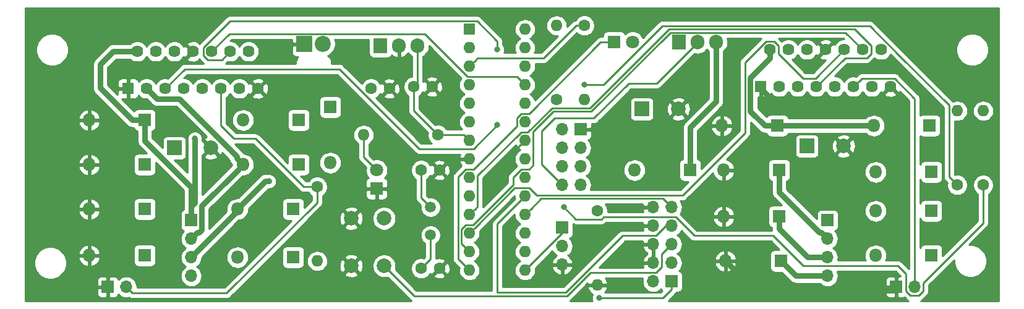
<source format=gbr>
G04 #@! TF.GenerationSoftware,KiCad,Pcbnew,(5.1.4)-1*
G04 #@! TF.CreationDate,2020-01-11T22:22:39+00:00*
G04 #@! TF.ProjectId,Plotter,506c6f74-7465-4722-9e6b-696361645f70,V1.0*
G04 #@! TF.SameCoordinates,Original*
G04 #@! TF.FileFunction,Copper,L1,Top*
G04 #@! TF.FilePolarity,Positive*
%FSLAX46Y46*%
G04 Gerber Fmt 4.6, Leading zero omitted, Abs format (unit mm)*
G04 Created by KiCad (PCBNEW (5.1.4)-1) date 2020-01-11 22:22:39*
%MOMM*%
%LPD*%
G04 APERTURE LIST*
%ADD10C,1.600000*%
%ADD11O,1.600000X1.600000*%
%ADD12R,1.700000X1.700000*%
%ADD13O,1.700000X1.700000*%
%ADD14R,1.620000X1.620000*%
%ADD15C,1.620000*%
%ADD16R,1.800000X1.800000*%
%ADD17O,1.800000X1.800000*%
%ADD18C,1.800000*%
%ADD19R,2.200000X2.200000*%
%ADD20C,2.200000*%
%ADD21C,2.000000*%
%ADD22R,1.600000X1.600000*%
%ADD23R,1.905000X2.000000*%
%ADD24O,1.905000X2.000000*%
%ADD25C,1.500000*%
%ADD26R,2.000000X2.000000*%
%ADD27C,0.800000*%
%ADD28C,0.250000*%
%ADD29C,0.800000*%
%ADD30C,0.254000*%
G04 APERTURE END LIST*
D10*
X218186000Y-106426000D03*
D11*
X218186000Y-96266000D03*
X214630000Y-96266000D03*
D10*
X214630000Y-106426000D03*
D12*
X160528000Y-112268000D03*
D13*
X160528000Y-114808000D03*
X160528000Y-117348000D03*
D14*
X187706000Y-92964000D03*
D15*
X188976000Y-87884000D03*
X190246000Y-92964000D03*
X191516000Y-87884000D03*
X192786000Y-92964000D03*
X194056000Y-87884000D03*
X195326000Y-92964000D03*
X196596000Y-87884000D03*
X197866000Y-92964000D03*
X199136000Y-87884000D03*
X200406000Y-92964000D03*
X201676000Y-87884000D03*
X202946000Y-92964000D03*
X204216000Y-87884000D03*
X205486000Y-92964000D03*
D10*
X136866000Y-93218000D03*
X134366000Y-93218000D03*
X140208000Y-92964000D03*
X142708000Y-92964000D03*
X141224000Y-117856000D03*
X143724000Y-117856000D03*
X143724000Y-104394000D03*
X141224000Y-104394000D03*
D16*
X128778000Y-95758000D03*
D17*
X128778000Y-103378000D03*
D16*
X135128000Y-106934000D03*
D18*
X135128000Y-104394000D03*
X170180000Y-86868000D03*
D16*
X167640000Y-86868000D03*
D17*
X203200000Y-98298000D03*
D16*
X210820000Y-98298000D03*
D17*
X182372000Y-98298000D03*
D16*
X189992000Y-98298000D03*
D17*
X116840000Y-97536000D03*
D16*
X124460000Y-97536000D03*
D17*
X95758000Y-97536000D03*
D16*
X103378000Y-97536000D03*
X211074000Y-104648000D03*
D17*
X203454000Y-104648000D03*
D16*
X190246000Y-104394000D03*
D17*
X182626000Y-104394000D03*
D16*
X124460000Y-103632000D03*
D17*
X116840000Y-103632000D03*
D16*
X103378000Y-103632000D03*
D17*
X95758000Y-103632000D03*
D16*
X211074000Y-109982000D03*
D17*
X203454000Y-109982000D03*
X182626000Y-110744000D03*
D16*
X190246000Y-110744000D03*
D17*
X116078000Y-109728000D03*
D16*
X123698000Y-109728000D03*
D17*
X95758000Y-109728000D03*
D16*
X103378000Y-109728000D03*
X211074000Y-116078000D03*
D17*
X203454000Y-116078000D03*
D16*
X190500000Y-116840000D03*
D17*
X182880000Y-116840000D03*
D16*
X123698000Y-116332000D03*
D17*
X116078000Y-116332000D03*
X95758000Y-116078000D03*
D16*
X103378000Y-116078000D03*
D19*
X125222000Y-87122000D03*
D20*
X127762000Y-87122000D03*
D12*
X175514000Y-119634000D03*
D13*
X172974000Y-119634000D03*
X175514000Y-117094000D03*
X172974000Y-117094000D03*
X175514000Y-114554000D03*
X172974000Y-114554000D03*
X175514000Y-112014000D03*
X172974000Y-112014000D03*
X175514000Y-109474000D03*
X172974000Y-109474000D03*
D12*
X163068000Y-98806000D03*
D13*
X160528000Y-98806000D03*
X163068000Y-101346000D03*
X160528000Y-101346000D03*
X163068000Y-103886000D03*
X160528000Y-103886000D03*
X163068000Y-106426000D03*
X160528000Y-106426000D03*
D12*
X196850000Y-111252000D03*
D13*
X196850000Y-113792000D03*
X196850000Y-116332000D03*
X196850000Y-118872000D03*
X109728000Y-118872000D03*
X109728000Y-116332000D03*
X109728000Y-113792000D03*
D12*
X109728000Y-111252000D03*
D11*
X133350000Y-99568000D03*
D10*
X143510000Y-99568000D03*
X127000000Y-106680000D03*
D11*
X127000000Y-116840000D03*
D10*
X159766000Y-94742000D03*
D11*
X159766000Y-84582000D03*
D21*
X136144000Y-117498000D03*
X131644000Y-117498000D03*
X136144000Y-110998000D03*
X131644000Y-110998000D03*
D22*
X147828000Y-85090000D03*
D11*
X155448000Y-118110000D03*
X147828000Y-87630000D03*
X155448000Y-115570000D03*
X147828000Y-90170000D03*
X155448000Y-113030000D03*
X147828000Y-92710000D03*
X155448000Y-110490000D03*
X147828000Y-95250000D03*
X155448000Y-107950000D03*
X147828000Y-97790000D03*
X155448000Y-105410000D03*
X147828000Y-100330000D03*
X155448000Y-102870000D03*
X147828000Y-102870000D03*
X155448000Y-100330000D03*
X147828000Y-105410000D03*
X155448000Y-97790000D03*
X147828000Y-107950000D03*
X155448000Y-95250000D03*
X147828000Y-110490000D03*
X155448000Y-92710000D03*
X147828000Y-113030000D03*
X155448000Y-90170000D03*
X147828000Y-115570000D03*
X155448000Y-87630000D03*
X147828000Y-118110000D03*
X155448000Y-85090000D03*
D23*
X135636000Y-87376000D03*
D24*
X138176000Y-87376000D03*
X140716000Y-87376000D03*
D15*
X118872000Y-93218000D03*
X117602000Y-88138000D03*
X116332000Y-93218000D03*
X115062000Y-88138000D03*
X113792000Y-93218000D03*
X112522000Y-88138000D03*
X111252000Y-93218000D03*
X109982000Y-88138000D03*
X108712000Y-93218000D03*
X107442000Y-88138000D03*
X106172000Y-93218000D03*
X104902000Y-88138000D03*
X103632000Y-93218000D03*
X102362000Y-88138000D03*
D14*
X101092000Y-93218000D03*
D25*
X142494000Y-109474000D03*
X142494000Y-113274000D03*
D26*
X171450000Y-96012000D03*
D21*
X176450000Y-96012000D03*
X112442000Y-101346000D03*
D26*
X107442000Y-101346000D03*
X194056000Y-101092000D03*
D21*
X199056000Y-101092000D03*
D16*
X178054000Y-104394000D03*
D17*
X170434000Y-104394000D03*
D10*
X163576000Y-84582000D03*
D11*
X163576000Y-94742000D03*
X165354000Y-120142000D03*
D10*
X165354000Y-109982000D03*
D23*
X176530000Y-86868000D03*
D24*
X179070000Y-86868000D03*
X181610000Y-86868000D03*
D12*
X98298000Y-120396000D03*
D13*
X100838000Y-120396000D03*
D12*
X206248000Y-120396000D03*
D13*
X208788000Y-120396000D03*
D27*
X151892000Y-103886000D03*
X189738000Y-95250000D03*
X217424000Y-120396000D03*
X110236000Y-100076000D03*
X120396000Y-105918000D03*
X165608000Y-121920000D03*
X151638000Y-98190001D03*
X151638000Y-87884000D03*
X163576000Y-92710000D03*
X160782000Y-109474000D03*
D28*
X155448000Y-100330000D02*
X151892000Y-103886000D01*
D29*
X187706000Y-92964000D02*
X187706000Y-93218000D01*
X187706000Y-93218000D02*
X189738000Y-95250000D01*
X186944000Y-120904000D02*
X182880000Y-116840000D01*
X206248000Y-120904000D02*
X186944000Y-120904000D01*
D28*
X142494000Y-116586000D02*
X142494000Y-113274000D01*
X141224000Y-117856000D02*
X142494000Y-116586000D01*
X141224000Y-108204000D02*
X142494000Y-109474000D01*
X141224000Y-104394000D02*
X141224000Y-108204000D01*
X133350000Y-102616000D02*
X135128000Y-104394000D01*
X133350000Y-99568000D02*
X133350000Y-102616000D01*
X147028001Y-117310001D02*
X147828000Y-118110000D01*
X146252990Y-116534990D02*
X147028001Y-117310001D01*
X147287999Y-104284999D02*
X146252990Y-105320008D01*
X148368001Y-104284999D02*
X147287999Y-104284999D01*
X154322999Y-98330001D02*
X148368001Y-104284999D01*
X154322999Y-97249999D02*
X154322999Y-98330001D01*
X154907999Y-96664999D02*
X154322999Y-97249999D01*
X146252990Y-105320008D02*
X146252990Y-116534990D01*
X155988001Y-96664999D02*
X154907999Y-96664999D01*
X165785000Y-86868000D02*
X155988001Y-96664999D01*
X167640000Y-86868000D02*
X165785000Y-86868000D01*
D29*
X188292000Y-98298000D02*
X189992000Y-98298000D01*
X186295999Y-96301999D02*
X188292000Y-98298000D01*
X186295999Y-91709513D02*
X186295999Y-96301999D01*
X188976000Y-89029512D02*
X186295999Y-91709513D01*
X188976000Y-87884000D02*
X188976000Y-89029512D01*
X189992000Y-98298000D02*
X203200000Y-98298000D01*
X103378000Y-99236000D02*
X103378000Y-97536000D01*
X103378000Y-100362002D02*
X103378000Y-99236000D01*
X109728000Y-106712002D02*
X103378000Y-100362002D01*
X109728000Y-111252000D02*
X109728000Y-106712002D01*
X99060000Y-88138000D02*
X102362000Y-88138000D01*
X97282000Y-89916000D02*
X99060000Y-88138000D01*
X97282000Y-93140000D02*
X97282000Y-89916000D01*
X103378000Y-97536000D02*
X101678000Y-97536000D01*
X101678000Y-97536000D02*
X97282000Y-93140000D01*
X109728000Y-109602000D02*
X109728000Y-111252000D01*
X109728000Y-109329773D02*
X109728000Y-109602000D01*
X110236000Y-108821773D02*
X109728000Y-109329773D01*
X110236000Y-100076000D02*
X110236000Y-108821773D01*
X196000001Y-112942001D02*
X196850000Y-113792000D01*
X195759999Y-112942001D02*
X196000001Y-112942001D01*
X190246000Y-107428002D02*
X195759999Y-112942001D01*
X190246000Y-104394000D02*
X190246000Y-107428002D01*
X115940001Y-104531999D02*
X116840000Y-103632000D01*
X111178001Y-109293999D02*
X115940001Y-104531999D01*
X111178001Y-112582001D02*
X111178001Y-109293999D01*
X110818001Y-112942001D02*
X111178001Y-112582001D01*
X110577999Y-112942001D02*
X110818001Y-112942001D01*
X109728000Y-113792000D02*
X110577999Y-112942001D01*
X115940001Y-102732001D02*
X116840000Y-103632000D01*
X115940001Y-102475999D02*
X115940001Y-102732001D01*
X108092003Y-94628001D02*
X115940001Y-102475999D01*
X105042001Y-94628001D02*
X108092003Y-94628001D01*
X103632000Y-93218000D02*
X105042001Y-94628001D01*
X195647919Y-116332000D02*
X196850000Y-116332000D01*
X194134000Y-116332000D02*
X195647919Y-116332000D01*
X190246000Y-112444000D02*
X194134000Y-116332000D01*
X190246000Y-110744000D02*
X190246000Y-112444000D01*
X116078000Y-109982000D02*
X116078000Y-109728000D01*
X109728000Y-116332000D02*
X116078000Y-109982000D01*
X119888000Y-105918000D02*
X116078000Y-109728000D01*
X120396000Y-105918000D02*
X119888000Y-105918000D01*
X192532000Y-118872000D02*
X196850000Y-118872000D01*
X190500000Y-116840000D02*
X192532000Y-118872000D01*
D28*
X175514000Y-120734000D02*
X174328000Y-121920000D01*
X175514000Y-119634000D02*
X175514000Y-120734000D01*
X174328000Y-121920000D02*
X165608000Y-121920000D01*
X137143999Y-118497999D02*
X136144000Y-117498000D01*
X140254010Y-121608010D02*
X137143999Y-118497999D01*
X161222400Y-121608010D02*
X140254010Y-121608010D01*
X164371411Y-118458999D02*
X161222400Y-121608010D01*
X173348003Y-118458999D02*
X164371411Y-118458999D01*
X174149001Y-117658001D02*
X173348003Y-118458999D01*
X174149001Y-115918999D02*
X174149001Y-117658001D01*
X175514000Y-114554000D02*
X174149001Y-115918999D01*
X173348003Y-113378999D02*
X168815001Y-113378999D01*
X175514000Y-112014000D02*
X174713002Y-112014000D01*
X174713002Y-112014000D02*
X173348003Y-113378999D01*
X168815001Y-113378999D02*
X161036000Y-121158000D01*
X161036000Y-121158000D02*
X151638000Y-121158000D01*
X151638000Y-111760000D02*
X155448000Y-107950000D01*
X151638000Y-121158000D02*
X151638000Y-111760000D01*
X156247999Y-109690001D02*
X155448000Y-110490000D01*
X157639001Y-108298999D02*
X156247999Y-109690001D01*
X174338999Y-108298999D02*
X157639001Y-108298999D01*
X175514000Y-109474000D02*
X174338999Y-108298999D01*
X148627999Y-89370001D02*
X147828000Y-90170000D01*
X148953001Y-89044999D02*
X148627999Y-89370001D01*
X157981631Y-89044999D02*
X148953001Y-89044999D01*
X162444630Y-84582000D02*
X157981631Y-89044999D01*
X163576000Y-84582000D02*
X162444630Y-84582000D01*
X160528000Y-113030000D02*
X155448000Y-118110000D01*
X160528000Y-112268000D02*
X160528000Y-113030000D01*
X148373000Y-101455001D02*
X151638000Y-98190001D01*
X140937999Y-101455001D02*
X148373000Y-101455001D01*
X130019999Y-90537001D02*
X140937999Y-101455001D01*
X106172000Y-93218000D02*
X108852999Y-90537001D01*
X108852999Y-90537001D02*
X130019999Y-90537001D01*
X148627999Y-109690001D02*
X147828000Y-110490000D01*
X148953001Y-105159997D02*
X148953001Y-109364999D01*
X154907999Y-99204999D02*
X148953001Y-105159997D01*
X159139198Y-95873982D02*
X155808181Y-99204999D01*
X155808181Y-99204999D02*
X154907999Y-99204999D01*
X164350107Y-95873981D02*
X159139198Y-95873982D01*
X148953001Y-109364999D02*
X148627999Y-109690001D01*
X200564792Y-85092990D02*
X175131098Y-85092990D01*
X202811001Y-87339199D02*
X200564792Y-85092990D01*
X202220801Y-89019001D02*
X202811001Y-88428801D01*
X175131098Y-85092990D02*
X164350107Y-95873981D01*
X199270999Y-89019001D02*
X202220801Y-89019001D01*
X202811001Y-88428801D02*
X202811001Y-87339199D01*
X195326000Y-92964000D02*
X199270999Y-89019001D01*
X154648001Y-91910001D02*
X155448000Y-92710000D01*
X154322999Y-91584999D02*
X154648001Y-91910001D01*
X147577997Y-91584999D02*
X154322999Y-91584999D01*
X141689997Y-85696999D02*
X147577997Y-91584999D01*
X114963001Y-85696999D02*
X141689997Y-85696999D01*
X112522000Y-88138000D02*
X114963001Y-85696999D01*
X154033001Y-106824999D02*
X148627999Y-112230001D01*
X155988001Y-106824999D02*
X154033001Y-106824999D01*
X148627999Y-112230001D02*
X147828000Y-113030000D01*
X157011990Y-107848988D02*
X155988001Y-106824999D01*
X176984014Y-107848988D02*
X157011990Y-107848988D01*
X185570989Y-99262013D02*
X176984014Y-107848988D01*
X185570989Y-89609209D02*
X185570989Y-99262013D01*
X188431199Y-86748999D02*
X185570989Y-89609209D01*
X189520801Y-86748999D02*
X188431199Y-86748999D01*
X190111001Y-87339199D02*
X189520801Y-86748999D01*
X190111001Y-88428801D02*
X190111001Y-87339199D01*
X195191001Y-91828999D02*
X193511199Y-91828999D01*
X193511199Y-91828999D02*
X190111001Y-88428801D01*
X199136000Y-87884000D02*
X195191001Y-91828999D01*
X151638000Y-86714998D02*
X151638000Y-87884000D01*
X148888001Y-83964999D02*
X151638000Y-86714998D01*
X113926999Y-89273001D02*
X111977199Y-89273001D01*
X115062000Y-88138000D02*
X113926999Y-89273001D01*
X111977199Y-89273001D02*
X111386999Y-88682801D01*
X111386999Y-88682801D02*
X111386999Y-87593199D01*
X111386999Y-87593199D02*
X115015199Y-83964999D01*
X115015199Y-83964999D02*
X148888001Y-83964999D01*
X147028001Y-114770001D02*
X147828000Y-115570000D01*
X146702999Y-112489999D02*
X146702999Y-114444999D01*
X147287999Y-111904999D02*
X146702999Y-112489999D01*
X148316591Y-111904999D02*
X147287999Y-111904999D01*
X155988001Y-104284999D02*
X154907999Y-104284999D01*
X154907999Y-104284999D02*
X153846600Y-105346398D01*
X156573001Y-103699999D02*
X155988001Y-104284999D01*
X156573001Y-99076589D02*
X156573001Y-103699999D01*
X159325599Y-96323991D02*
X156573001Y-99076589D01*
X164536507Y-96323991D02*
X159325599Y-96323991D01*
X146702999Y-114444999D02*
X147028001Y-114770001D01*
X175317499Y-85542999D02*
X164536507Y-96323991D01*
X199334999Y-85542999D02*
X175317499Y-85542999D01*
X153846600Y-106374990D02*
X148316591Y-111904999D01*
X153846600Y-105346398D02*
X153846600Y-106374990D01*
X201676000Y-87884000D02*
X199334999Y-85542999D01*
X140716000Y-92456000D02*
X140208000Y-92964000D01*
X140716000Y-87376000D02*
X140716000Y-92456000D01*
X140208000Y-96266000D02*
X143510000Y-99568000D01*
X140208000Y-92964000D02*
X140208000Y-96266000D01*
X147066000Y-99568000D02*
X147828000Y-100330000D01*
X143510000Y-99568000D02*
X147066000Y-99568000D01*
X113792000Y-98298000D02*
X113792000Y-93218000D01*
X115570000Y-100076000D02*
X113792000Y-98298000D01*
X118518998Y-100076000D02*
X115570000Y-100076000D01*
X127000000Y-106680000D02*
X125122998Y-106680000D01*
X125122998Y-106680000D02*
X118518998Y-100076000D01*
X127000000Y-107811370D02*
X127000000Y-106680000D01*
X127000000Y-108811002D02*
X127000000Y-107811370D01*
X114565003Y-121245999D02*
X127000000Y-108811002D01*
X101687999Y-121245999D02*
X114565003Y-121245999D01*
X100838000Y-120396000D02*
X101687999Y-121245999D01*
X201215999Y-92154001D02*
X200406000Y-92964000D01*
X201541001Y-91828999D02*
X201215999Y-92154001D01*
X206030801Y-91828999D02*
X201541001Y-91828999D01*
X208788000Y-94586198D02*
X206030801Y-91828999D01*
X208788000Y-120396000D02*
X208788000Y-94586198D01*
D29*
X178054000Y-104394000D02*
X178054000Y-98552000D01*
X181610000Y-94996000D02*
X181610000Y-86868000D01*
X178054000Y-98552000D02*
X181610000Y-94996000D01*
D28*
X179070000Y-86868000D02*
X179070000Y-86915500D01*
X179070000Y-86915500D02*
X173482000Y-92503500D01*
X173482000Y-92503500D02*
X169624500Y-92503500D01*
X169624500Y-92503500D02*
X164846000Y-97282000D01*
X159512000Y-97282000D02*
X157734000Y-99060000D01*
X164846000Y-97282000D02*
X159512000Y-97282000D01*
X157734000Y-103632000D02*
X160528000Y-106426000D01*
X157734000Y-99060000D02*
X157734000Y-103632000D01*
X213504999Y-105300999D02*
X213504999Y-97680999D01*
X214630000Y-106426000D02*
X213504999Y-105300999D01*
X213504999Y-95493197D02*
X206756000Y-88744198D01*
X213504999Y-97680999D02*
X213504999Y-95493197D01*
X166151002Y-92710000D02*
X163576000Y-92710000D01*
X174218021Y-84642981D02*
X166151002Y-92710000D01*
X206756000Y-88744198D02*
X202654783Y-84642981D01*
X202654783Y-84642981D02*
X174218021Y-84642981D01*
X208223999Y-121571001D02*
X207612999Y-120960001D01*
X218186000Y-111609000D02*
X209963001Y-119831999D01*
X209352001Y-121571001D02*
X208223999Y-121571001D01*
X209963001Y-120960001D02*
X209352001Y-121571001D01*
X209963001Y-119831999D02*
X209963001Y-120960001D01*
X218186000Y-106426000D02*
X218186000Y-111609000D01*
X207612999Y-120960001D02*
X207612999Y-118609999D01*
X207612999Y-118609999D02*
X206510001Y-117507001D01*
X178618001Y-113378999D02*
X176078001Y-110838999D01*
X206510001Y-117507001D02*
X193552003Y-117507001D01*
X193552003Y-117507001D02*
X189424001Y-113378999D01*
X189424001Y-113378999D02*
X178618001Y-113378999D01*
X176078001Y-110838999D02*
X166162003Y-110838999D01*
X166162003Y-110838999D02*
X165894001Y-111107001D01*
X165894001Y-111107001D02*
X162415001Y-111107001D01*
X162415001Y-111107001D02*
X160782000Y-109474000D01*
D30*
G36*
X220320000Y-122276000D02*
G01*
X209645271Y-122276000D01*
X209776277Y-122205975D01*
X209892002Y-122111002D01*
X209915804Y-122081999D01*
X210474009Y-121523796D01*
X210503002Y-121500002D01*
X210526796Y-121471009D01*
X210526800Y-121471005D01*
X210597974Y-121384278D01*
X210597975Y-121384277D01*
X210668547Y-121252248D01*
X210712004Y-121108987D01*
X210723001Y-120997334D01*
X210723001Y-120997325D01*
X210726677Y-120960002D01*
X210723001Y-120922679D01*
X210723001Y-120146800D01*
X214173000Y-116696801D01*
X214173000Y-117060128D01*
X214258890Y-117491925D01*
X214427369Y-117898669D01*
X214671962Y-118264729D01*
X214983271Y-118576038D01*
X215349331Y-118820631D01*
X215756075Y-118989110D01*
X216187872Y-119075000D01*
X216628128Y-119075000D01*
X217059925Y-118989110D01*
X217466669Y-118820631D01*
X217832729Y-118576038D01*
X218144038Y-118264729D01*
X218388631Y-117898669D01*
X218557110Y-117491925D01*
X218643000Y-117060128D01*
X218643000Y-116619872D01*
X218557110Y-116188075D01*
X218388631Y-115781331D01*
X218144038Y-115415271D01*
X217832729Y-115103962D01*
X217466669Y-114859369D01*
X217059925Y-114690890D01*
X216628128Y-114605000D01*
X216264802Y-114605000D01*
X218697003Y-112172799D01*
X218726001Y-112149001D01*
X218820974Y-112033276D01*
X218891546Y-111901247D01*
X218935003Y-111757986D01*
X218946000Y-111646333D01*
X218946000Y-111646325D01*
X218949676Y-111609000D01*
X218946000Y-111571675D01*
X218946000Y-107644043D01*
X219100759Y-107540637D01*
X219300637Y-107340759D01*
X219457680Y-107105727D01*
X219565853Y-106844574D01*
X219621000Y-106567335D01*
X219621000Y-106284665D01*
X219565853Y-106007426D01*
X219457680Y-105746273D01*
X219300637Y-105511241D01*
X219100759Y-105311363D01*
X218865727Y-105154320D01*
X218604574Y-105046147D01*
X218327335Y-104991000D01*
X218044665Y-104991000D01*
X217767426Y-105046147D01*
X217506273Y-105154320D01*
X217271241Y-105311363D01*
X217071363Y-105511241D01*
X216914320Y-105746273D01*
X216806147Y-106007426D01*
X216751000Y-106284665D01*
X216751000Y-106567335D01*
X216806147Y-106844574D01*
X216914320Y-107105727D01*
X217071363Y-107340759D01*
X217271241Y-107540637D01*
X217426000Y-107644044D01*
X217426001Y-111294197D01*
X212612072Y-116108127D01*
X212612072Y-115178000D01*
X212599812Y-115053518D01*
X212563502Y-114933820D01*
X212504537Y-114823506D01*
X212425185Y-114726815D01*
X212328494Y-114647463D01*
X212218180Y-114588498D01*
X212098482Y-114552188D01*
X211974000Y-114539928D01*
X210174000Y-114539928D01*
X210049518Y-114552188D01*
X209929820Y-114588498D01*
X209819506Y-114647463D01*
X209722815Y-114726815D01*
X209643463Y-114823506D01*
X209584498Y-114933820D01*
X209548188Y-115053518D01*
X209548000Y-115055427D01*
X209548000Y-111004573D01*
X209548188Y-111006482D01*
X209584498Y-111126180D01*
X209643463Y-111236494D01*
X209722815Y-111333185D01*
X209819506Y-111412537D01*
X209929820Y-111471502D01*
X210049518Y-111507812D01*
X210174000Y-111520072D01*
X211974000Y-111520072D01*
X212098482Y-111507812D01*
X212218180Y-111471502D01*
X212328494Y-111412537D01*
X212425185Y-111333185D01*
X212504537Y-111236494D01*
X212563502Y-111126180D01*
X212599812Y-111006482D01*
X212612072Y-110882000D01*
X212612072Y-109082000D01*
X212599812Y-108957518D01*
X212563502Y-108837820D01*
X212504537Y-108727506D01*
X212425185Y-108630815D01*
X212328494Y-108551463D01*
X212218180Y-108492498D01*
X212098482Y-108456188D01*
X211974000Y-108443928D01*
X210174000Y-108443928D01*
X210049518Y-108456188D01*
X209929820Y-108492498D01*
X209819506Y-108551463D01*
X209722815Y-108630815D01*
X209643463Y-108727506D01*
X209584498Y-108837820D01*
X209548188Y-108957518D01*
X209548000Y-108959427D01*
X209548000Y-105670573D01*
X209548188Y-105672482D01*
X209584498Y-105792180D01*
X209643463Y-105902494D01*
X209722815Y-105999185D01*
X209819506Y-106078537D01*
X209929820Y-106137502D01*
X210049518Y-106173812D01*
X210174000Y-106186072D01*
X211974000Y-106186072D01*
X212098482Y-106173812D01*
X212218180Y-106137502D01*
X212328494Y-106078537D01*
X212425185Y-105999185D01*
X212504537Y-105902494D01*
X212563502Y-105792180D01*
X212599812Y-105672482D01*
X212612072Y-105548000D01*
X212612072Y-103748000D01*
X212599812Y-103623518D01*
X212563502Y-103503820D01*
X212504537Y-103393506D01*
X212425185Y-103296815D01*
X212328494Y-103217463D01*
X212218180Y-103158498D01*
X212098482Y-103122188D01*
X211974000Y-103109928D01*
X210174000Y-103109928D01*
X210049518Y-103122188D01*
X209929820Y-103158498D01*
X209819506Y-103217463D01*
X209722815Y-103296815D01*
X209643463Y-103393506D01*
X209584498Y-103503820D01*
X209548188Y-103623518D01*
X209548000Y-103625427D01*
X209548000Y-99714170D01*
X209565506Y-99728537D01*
X209675820Y-99787502D01*
X209795518Y-99823812D01*
X209920000Y-99836072D01*
X211720000Y-99836072D01*
X211844482Y-99823812D01*
X211964180Y-99787502D01*
X212074494Y-99728537D01*
X212171185Y-99649185D01*
X212250537Y-99552494D01*
X212309502Y-99442180D01*
X212345812Y-99322482D01*
X212358072Y-99198000D01*
X212358072Y-97398000D01*
X212345812Y-97273518D01*
X212309502Y-97153820D01*
X212250537Y-97043506D01*
X212171185Y-96946815D01*
X212074494Y-96867463D01*
X211964180Y-96808498D01*
X211844482Y-96772188D01*
X211720000Y-96759928D01*
X209920000Y-96759928D01*
X209795518Y-96772188D01*
X209675820Y-96808498D01*
X209565506Y-96867463D01*
X209548000Y-96881830D01*
X209548000Y-94623520D01*
X209551676Y-94586197D01*
X209548000Y-94548874D01*
X209548000Y-94548865D01*
X209537003Y-94437212D01*
X209493546Y-94293951D01*
X209422974Y-94161922D01*
X209328001Y-94046197D01*
X209299003Y-94022399D01*
X206594605Y-91318002D01*
X206570802Y-91288998D01*
X206455077Y-91194025D01*
X206323048Y-91123453D01*
X206179787Y-91079996D01*
X206068134Y-91068999D01*
X206068123Y-91068999D01*
X206030801Y-91065323D01*
X205993479Y-91068999D01*
X201578323Y-91068999D01*
X201541000Y-91065323D01*
X201503677Y-91068999D01*
X201503668Y-91068999D01*
X201392015Y-91079996D01*
X201248754Y-91123453D01*
X201116725Y-91194025D01*
X201001000Y-91288998D01*
X200977197Y-91318002D01*
X200738392Y-91556807D01*
X200548320Y-91519000D01*
X200263680Y-91519000D01*
X199984509Y-91574530D01*
X199721536Y-91683457D01*
X199484866Y-91841595D01*
X199283595Y-92042866D01*
X199136000Y-92263757D01*
X198988405Y-92042866D01*
X198787134Y-91841595D01*
X198550464Y-91683457D01*
X198287491Y-91574530D01*
X198008320Y-91519000D01*
X197845802Y-91519000D01*
X199585801Y-89779001D01*
X202183479Y-89779001D01*
X202220801Y-89782677D01*
X202258123Y-89779001D01*
X202258134Y-89779001D01*
X202369787Y-89768004D01*
X202513048Y-89724547D01*
X202645077Y-89653975D01*
X202760802Y-89559002D01*
X202784604Y-89529999D01*
X203302858Y-89011745D01*
X203531536Y-89164543D01*
X203794509Y-89273470D01*
X204073680Y-89329000D01*
X204358320Y-89329000D01*
X204637491Y-89273470D01*
X204900464Y-89164543D01*
X205137134Y-89006405D01*
X205338405Y-88805134D01*
X205496543Y-88568464D01*
X205499156Y-88562156D01*
X206244997Y-89307997D01*
X206245003Y-89308002D01*
X212745000Y-95808000D01*
X212744999Y-97718331D01*
X212745000Y-97718341D01*
X212744999Y-105263677D01*
X212741323Y-105300999D01*
X212744999Y-105338321D01*
X212744999Y-105338331D01*
X212755996Y-105449984D01*
X212788686Y-105557750D01*
X212799453Y-105593245D01*
X212870025Y-105725275D01*
X212891606Y-105751571D01*
X212964998Y-105841000D01*
X212994001Y-105864803D01*
X213231312Y-106102113D01*
X213195000Y-106284665D01*
X213195000Y-106567335D01*
X213250147Y-106844574D01*
X213358320Y-107105727D01*
X213515363Y-107340759D01*
X213715241Y-107540637D01*
X213950273Y-107697680D01*
X214211426Y-107805853D01*
X214488665Y-107861000D01*
X214771335Y-107861000D01*
X215048574Y-107805853D01*
X215309727Y-107697680D01*
X215544759Y-107540637D01*
X215744637Y-107340759D01*
X215901680Y-107105727D01*
X216009853Y-106844574D01*
X216065000Y-106567335D01*
X216065000Y-106284665D01*
X216009853Y-106007426D01*
X215901680Y-105746273D01*
X215744637Y-105511241D01*
X215544759Y-105311363D01*
X215309727Y-105154320D01*
X215048574Y-105046147D01*
X214771335Y-104991000D01*
X214488665Y-104991000D01*
X214306113Y-105027312D01*
X214264999Y-104986198D01*
X214264999Y-97654849D01*
X214348691Y-97680236D01*
X214559508Y-97701000D01*
X214700492Y-97701000D01*
X214911309Y-97680236D01*
X215181808Y-97598182D01*
X215431101Y-97464932D01*
X215649608Y-97285608D01*
X215828932Y-97067101D01*
X215962182Y-96817808D01*
X216044236Y-96547309D01*
X216071943Y-96266000D01*
X216744057Y-96266000D01*
X216771764Y-96547309D01*
X216853818Y-96817808D01*
X216987068Y-97067101D01*
X217166392Y-97285608D01*
X217384899Y-97464932D01*
X217634192Y-97598182D01*
X217904691Y-97680236D01*
X218115508Y-97701000D01*
X218256492Y-97701000D01*
X218467309Y-97680236D01*
X218737808Y-97598182D01*
X218987101Y-97464932D01*
X219205608Y-97285608D01*
X219384932Y-97067101D01*
X219518182Y-96817808D01*
X219600236Y-96547309D01*
X219627943Y-96266000D01*
X219600236Y-95984691D01*
X219518182Y-95714192D01*
X219384932Y-95464899D01*
X219205608Y-95246392D01*
X218987101Y-95067068D01*
X218737808Y-94933818D01*
X218467309Y-94851764D01*
X218256492Y-94831000D01*
X218115508Y-94831000D01*
X217904691Y-94851764D01*
X217634192Y-94933818D01*
X217384899Y-95067068D01*
X217166392Y-95246392D01*
X216987068Y-95464899D01*
X216853818Y-95714192D01*
X216771764Y-95984691D01*
X216744057Y-96266000D01*
X216071943Y-96266000D01*
X216044236Y-95984691D01*
X215962182Y-95714192D01*
X215828932Y-95464899D01*
X215649608Y-95246392D01*
X215431101Y-95067068D01*
X215181808Y-94933818D01*
X214911309Y-94851764D01*
X214700492Y-94831000D01*
X214559508Y-94831000D01*
X214348691Y-94851764D01*
X214078192Y-94933818D01*
X214043792Y-94952205D01*
X214016002Y-94929398D01*
X207319804Y-88233201D01*
X207319799Y-88233195D01*
X206750476Y-87663872D01*
X214427000Y-87663872D01*
X214427000Y-88104128D01*
X214512890Y-88535925D01*
X214681369Y-88942669D01*
X214925962Y-89308729D01*
X215237271Y-89620038D01*
X215603331Y-89864631D01*
X216010075Y-90033110D01*
X216441872Y-90119000D01*
X216882128Y-90119000D01*
X217313925Y-90033110D01*
X217720669Y-89864631D01*
X218086729Y-89620038D01*
X218398038Y-89308729D01*
X218642631Y-88942669D01*
X218811110Y-88535925D01*
X218897000Y-88104128D01*
X218897000Y-87663872D01*
X218811110Y-87232075D01*
X218642631Y-86825331D01*
X218398038Y-86459271D01*
X218086729Y-86147962D01*
X217720669Y-85903369D01*
X217313925Y-85734890D01*
X216882128Y-85649000D01*
X216441872Y-85649000D01*
X216010075Y-85734890D01*
X215603331Y-85903369D01*
X215237271Y-86147962D01*
X214925962Y-86459271D01*
X214681369Y-86825331D01*
X214512890Y-87232075D01*
X214427000Y-87663872D01*
X206750476Y-87663872D01*
X203218587Y-84131984D01*
X203194784Y-84102980D01*
X203079059Y-84008007D01*
X202947030Y-83937435D01*
X202803769Y-83893978D01*
X202692116Y-83882981D01*
X202692105Y-83882981D01*
X202654783Y-83879305D01*
X202617461Y-83882981D01*
X174255346Y-83882981D01*
X174218021Y-83879305D01*
X174180696Y-83882981D01*
X174180688Y-83882981D01*
X174069035Y-83893978D01*
X173925774Y-83937435D01*
X173793745Y-84008007D01*
X173678020Y-84102980D01*
X173654222Y-84131978D01*
X171571052Y-86215148D01*
X171540299Y-86140905D01*
X171372312Y-85889495D01*
X171158505Y-85675688D01*
X170907095Y-85507701D01*
X170627743Y-85391989D01*
X170331184Y-85333000D01*
X170028816Y-85333000D01*
X169732257Y-85391989D01*
X169452905Y-85507701D01*
X169201495Y-85675688D01*
X169135056Y-85742127D01*
X169129502Y-85723820D01*
X169070537Y-85613506D01*
X168991185Y-85516815D01*
X168894494Y-85437463D01*
X168784180Y-85378498D01*
X168664482Y-85342188D01*
X168540000Y-85329928D01*
X166740000Y-85329928D01*
X166615518Y-85342188D01*
X166495820Y-85378498D01*
X166385506Y-85437463D01*
X166288815Y-85516815D01*
X166209463Y-85613506D01*
X166150498Y-85723820D01*
X166114188Y-85843518D01*
X166101928Y-85968000D01*
X166101928Y-86108000D01*
X165822323Y-86108000D01*
X165785000Y-86104324D01*
X165747677Y-86108000D01*
X165747667Y-86108000D01*
X165636014Y-86118997D01*
X165492753Y-86162454D01*
X165360724Y-86233026D01*
X165244999Y-86327999D01*
X165221201Y-86356997D01*
X156803415Y-94774783D01*
X156780182Y-94698192D01*
X156646932Y-94448899D01*
X156467608Y-94230392D01*
X156249101Y-94051068D01*
X156116142Y-93980000D01*
X156249101Y-93908932D01*
X156467608Y-93729608D01*
X156646932Y-93511101D01*
X156780182Y-93261808D01*
X156862236Y-92991309D01*
X156889943Y-92710000D01*
X156862236Y-92428691D01*
X156780182Y-92158192D01*
X156646932Y-91908899D01*
X156467608Y-91690392D01*
X156249101Y-91511068D01*
X156116142Y-91440000D01*
X156249101Y-91368932D01*
X156467608Y-91189608D01*
X156646932Y-90971101D01*
X156780182Y-90721808D01*
X156862236Y-90451309D01*
X156889943Y-90170000D01*
X156862236Y-89888691D01*
X156836849Y-89804999D01*
X157944309Y-89804999D01*
X157981631Y-89808675D01*
X158018953Y-89804999D01*
X158018964Y-89804999D01*
X158130617Y-89794002D01*
X158273878Y-89750545D01*
X158405907Y-89679973D01*
X158521632Y-89585000D01*
X158545435Y-89555996D01*
X162533018Y-85568414D01*
X162661241Y-85696637D01*
X162896273Y-85853680D01*
X163157426Y-85961853D01*
X163434665Y-86017000D01*
X163717335Y-86017000D01*
X163994574Y-85961853D01*
X164255727Y-85853680D01*
X164490759Y-85696637D01*
X164690637Y-85496759D01*
X164847680Y-85261727D01*
X164955853Y-85000574D01*
X165011000Y-84723335D01*
X165011000Y-84440665D01*
X164955853Y-84163426D01*
X164847680Y-83902273D01*
X164690637Y-83667241D01*
X164490759Y-83467363D01*
X164255727Y-83310320D01*
X163994574Y-83202147D01*
X163717335Y-83147000D01*
X163434665Y-83147000D01*
X163157426Y-83202147D01*
X162896273Y-83310320D01*
X162661241Y-83467363D01*
X162461363Y-83667241D01*
X162354481Y-83827202D01*
X162295644Y-83832997D01*
X162152383Y-83876454D01*
X162020354Y-83947026D01*
X161904629Y-84041999D01*
X161880831Y-84070997D01*
X161190256Y-84761572D01*
X161207943Y-84582000D01*
X161180236Y-84300691D01*
X161098182Y-84030192D01*
X160964932Y-83780899D01*
X160785608Y-83562392D01*
X160567101Y-83383068D01*
X160317808Y-83249818D01*
X160047309Y-83167764D01*
X159836492Y-83147000D01*
X159695508Y-83147000D01*
X159484691Y-83167764D01*
X159214192Y-83249818D01*
X158964899Y-83383068D01*
X158746392Y-83562392D01*
X158567068Y-83780899D01*
X158433818Y-84030192D01*
X158351764Y-84300691D01*
X158324057Y-84582000D01*
X158351764Y-84863309D01*
X158433818Y-85133808D01*
X158567068Y-85383101D01*
X158746392Y-85601608D01*
X158964899Y-85780932D01*
X159214192Y-85914182D01*
X159484691Y-85996236D01*
X159695508Y-86017000D01*
X159836492Y-86017000D01*
X159945572Y-86006256D01*
X157666830Y-88284999D01*
X156725025Y-88284999D01*
X156780182Y-88181808D01*
X156862236Y-87911309D01*
X156889943Y-87630000D01*
X156862236Y-87348691D01*
X156780182Y-87078192D01*
X156646932Y-86828899D01*
X156467608Y-86610392D01*
X156249101Y-86431068D01*
X156116142Y-86360000D01*
X156249101Y-86288932D01*
X156467608Y-86109608D01*
X156646932Y-85891101D01*
X156780182Y-85641808D01*
X156862236Y-85371309D01*
X156889943Y-85090000D01*
X156862236Y-84808691D01*
X156780182Y-84538192D01*
X156646932Y-84288899D01*
X156467608Y-84070392D01*
X156249101Y-83891068D01*
X155999808Y-83757818D01*
X155729309Y-83675764D01*
X155518492Y-83655000D01*
X155377508Y-83655000D01*
X155166691Y-83675764D01*
X154896192Y-83757818D01*
X154646899Y-83891068D01*
X154428392Y-84070392D01*
X154249068Y-84288899D01*
X154115818Y-84538192D01*
X154033764Y-84808691D01*
X154006057Y-85090000D01*
X154033764Y-85371309D01*
X154115818Y-85641808D01*
X154249068Y-85891101D01*
X154428392Y-86109608D01*
X154646899Y-86288932D01*
X154779858Y-86360000D01*
X154646899Y-86431068D01*
X154428392Y-86610392D01*
X154249068Y-86828899D01*
X154115818Y-87078192D01*
X154033764Y-87348691D01*
X154006057Y-87630000D01*
X154033764Y-87911309D01*
X154115818Y-88181808D01*
X154170975Y-88284999D01*
X152592177Y-88284999D01*
X152633226Y-88185898D01*
X152673000Y-87985939D01*
X152673000Y-87782061D01*
X152633226Y-87582102D01*
X152555205Y-87393744D01*
X152441937Y-87224226D01*
X152398000Y-87180289D01*
X152398000Y-86752321D01*
X152401676Y-86714998D01*
X152398000Y-86677675D01*
X152398000Y-86677665D01*
X152387003Y-86566012D01*
X152343546Y-86422751D01*
X152318557Y-86376000D01*
X152272974Y-86290721D01*
X152201799Y-86203995D01*
X152178001Y-86174997D01*
X152149004Y-86151200D01*
X149451805Y-83454002D01*
X149428002Y-83424998D01*
X149312277Y-83330025D01*
X149180248Y-83259453D01*
X149036987Y-83215996D01*
X148925334Y-83204999D01*
X148925323Y-83204999D01*
X148888001Y-83201323D01*
X148850679Y-83204999D01*
X115052524Y-83204999D01*
X115015199Y-83201323D01*
X114977874Y-83204999D01*
X114977866Y-83204999D01*
X114866213Y-83215996D01*
X114722952Y-83259453D01*
X114590923Y-83330025D01*
X114475198Y-83424998D01*
X114451400Y-83453996D01*
X110875997Y-87029400D01*
X110846999Y-87053198D01*
X110823201Y-87082196D01*
X110823200Y-87082197D01*
X110795602Y-87115825D01*
X110729444Y-86893168D01*
X110472227Y-86771267D01*
X110196171Y-86701890D01*
X109911885Y-86687702D01*
X109630294Y-86729248D01*
X109362217Y-86824932D01*
X109234556Y-86893168D01*
X109161762Y-87138157D01*
X109982000Y-87958395D01*
X109996143Y-87944253D01*
X110175748Y-88123858D01*
X110161605Y-88138000D01*
X110175748Y-88152143D01*
X109996143Y-88331748D01*
X109982000Y-88317605D01*
X109161762Y-89137843D01*
X109234556Y-89382832D01*
X109491773Y-89504733D01*
X109767829Y-89574110D01*
X110052115Y-89588298D01*
X110333706Y-89546752D01*
X110601783Y-89451068D01*
X110729444Y-89382832D01*
X110795602Y-89160176D01*
X110846998Y-89222802D01*
X110876001Y-89246604D01*
X111406397Y-89777001D01*
X108890321Y-89777001D01*
X108852998Y-89773325D01*
X108815675Y-89777001D01*
X108815666Y-89777001D01*
X108704013Y-89787998D01*
X108560752Y-89831455D01*
X108428722Y-89902027D01*
X108390007Y-89933800D01*
X108312998Y-89997000D01*
X108289200Y-90025998D01*
X106504391Y-91810807D01*
X106314320Y-91773000D01*
X106029680Y-91773000D01*
X105750509Y-91828530D01*
X105487536Y-91937457D01*
X105250866Y-92095595D01*
X105049595Y-92296866D01*
X104902000Y-92517757D01*
X104754405Y-92296866D01*
X104553134Y-92095595D01*
X104316464Y-91937457D01*
X104053491Y-91828530D01*
X103774320Y-91773000D01*
X103489680Y-91773000D01*
X103210509Y-91828530D01*
X102947536Y-91937457D01*
X102710866Y-92095595D01*
X102526679Y-92279782D01*
X102491502Y-92163820D01*
X102432537Y-92053506D01*
X102353185Y-91956815D01*
X102256494Y-91877463D01*
X102146180Y-91818498D01*
X102026482Y-91782188D01*
X101902000Y-91769928D01*
X101377750Y-91773000D01*
X101219000Y-91931750D01*
X101219000Y-93091000D01*
X101239000Y-93091000D01*
X101239000Y-93345000D01*
X101219000Y-93345000D01*
X101219000Y-94504250D01*
X101377750Y-94663000D01*
X101902000Y-94666072D01*
X102026482Y-94653812D01*
X102146180Y-94617502D01*
X102256494Y-94558537D01*
X102353185Y-94479185D01*
X102432537Y-94382494D01*
X102491502Y-94272180D01*
X102526679Y-94156218D01*
X102710866Y-94340405D01*
X102947536Y-94498543D01*
X103210509Y-94607470D01*
X103489680Y-94663000D01*
X103613289Y-94663000D01*
X104274197Y-95323908D01*
X104306605Y-95363397D01*
X104346093Y-95395804D01*
X104464203Y-95492735D01*
X104644007Y-95588842D01*
X104689416Y-95602616D01*
X104839106Y-95648025D01*
X104991163Y-95663001D01*
X104991166Y-95663001D01*
X105042001Y-95668008D01*
X105092836Y-95663001D01*
X107663293Y-95663001D01*
X111828440Y-99828149D01*
X111755912Y-99853205D01*
X111581956Y-99946186D01*
X111486192Y-100210587D01*
X112442000Y-101166395D01*
X112456143Y-101152253D01*
X112635748Y-101331858D01*
X112621605Y-101346000D01*
X113577413Y-102301808D01*
X113841814Y-102206044D01*
X113961110Y-101960819D01*
X114918315Y-102918024D01*
X114919977Y-102934896D01*
X114979160Y-103129994D01*
X115075267Y-103309798D01*
X115204606Y-103467397D01*
X115244093Y-103499803D01*
X115304631Y-103560341D01*
X115297573Y-103632000D01*
X115304631Y-103703659D01*
X115244098Y-103764192D01*
X115244093Y-103764196D01*
X111271000Y-107737290D01*
X111271000Y-102481413D01*
X111486192Y-102481413D01*
X111581956Y-102745814D01*
X111871571Y-102886704D01*
X112183108Y-102968384D01*
X112504595Y-102987718D01*
X112823675Y-102943961D01*
X113128088Y-102838795D01*
X113302044Y-102745814D01*
X113397808Y-102481413D01*
X112442000Y-101525605D01*
X111486192Y-102481413D01*
X111271000Y-102481413D01*
X111271000Y-102288919D01*
X111306587Y-102301808D01*
X112262395Y-101346000D01*
X111306587Y-100390192D01*
X111271000Y-100403081D01*
X111271000Y-99974061D01*
X111261031Y-99923943D01*
X111256024Y-99873105D01*
X111241196Y-99824223D01*
X111231226Y-99774102D01*
X111211669Y-99726887D01*
X111196841Y-99678007D01*
X111172762Y-99632958D01*
X111153205Y-99585744D01*
X111124814Y-99543254D01*
X111100734Y-99498203D01*
X111068328Y-99458716D01*
X111039937Y-99416226D01*
X111003803Y-99380092D01*
X110971396Y-99340604D01*
X110931908Y-99308197D01*
X110895774Y-99272063D01*
X110853284Y-99243672D01*
X110813797Y-99211266D01*
X110768747Y-99187186D01*
X110726256Y-99158795D01*
X110679039Y-99139237D01*
X110633992Y-99115159D01*
X110585116Y-99100332D01*
X110537898Y-99080774D01*
X110487774Y-99070804D01*
X110438894Y-99055976D01*
X110388058Y-99050969D01*
X110337939Y-99041000D01*
X110286838Y-99041000D01*
X110236000Y-99035993D01*
X110185162Y-99041000D01*
X110134061Y-99041000D01*
X110083943Y-99050969D01*
X110033105Y-99055976D01*
X109984223Y-99070804D01*
X109934102Y-99080774D01*
X109886887Y-99100331D01*
X109838007Y-99115159D01*
X109792958Y-99139238D01*
X109745744Y-99158795D01*
X109703254Y-99187186D01*
X109658203Y-99211266D01*
X109618716Y-99243672D01*
X109576226Y-99272063D01*
X109540092Y-99308197D01*
X109500604Y-99340604D01*
X109468197Y-99380092D01*
X109432063Y-99416226D01*
X109403672Y-99458716D01*
X109371266Y-99498203D01*
X109347186Y-99543253D01*
X109318795Y-99585744D01*
X109299237Y-99632961D01*
X109275159Y-99678008D01*
X109260332Y-99726884D01*
X109240774Y-99774102D01*
X109230804Y-99824226D01*
X109215976Y-99873106D01*
X109210969Y-99923942D01*
X109201000Y-99974061D01*
X109201000Y-100025163D01*
X109201001Y-104721292D01*
X107463781Y-102984072D01*
X108442000Y-102984072D01*
X108566482Y-102971812D01*
X108686180Y-102935502D01*
X108796494Y-102876537D01*
X108893185Y-102797185D01*
X108972537Y-102700494D01*
X109031502Y-102590180D01*
X109067812Y-102470482D01*
X109080072Y-102346000D01*
X109080072Y-100346000D01*
X109067812Y-100221518D01*
X109031502Y-100101820D01*
X108972537Y-99991506D01*
X108893185Y-99894815D01*
X108796494Y-99815463D01*
X108686180Y-99756498D01*
X108566482Y-99720188D01*
X108442000Y-99707928D01*
X106442000Y-99707928D01*
X106317518Y-99720188D01*
X106197820Y-99756498D01*
X106087506Y-99815463D01*
X105990815Y-99894815D01*
X105911463Y-99991506D01*
X105852498Y-100101820D01*
X105816188Y-100221518D01*
X105803928Y-100346000D01*
X105803928Y-101324220D01*
X104413000Y-99933292D01*
X104413000Y-99058621D01*
X104522180Y-99025502D01*
X104632494Y-98966537D01*
X104729185Y-98887185D01*
X104808537Y-98790494D01*
X104867502Y-98680180D01*
X104903812Y-98560482D01*
X104916072Y-98436000D01*
X104916072Y-96636000D01*
X104903812Y-96511518D01*
X104867502Y-96391820D01*
X104808537Y-96281506D01*
X104729185Y-96184815D01*
X104632494Y-96105463D01*
X104522180Y-96046498D01*
X104402482Y-96010188D01*
X104278000Y-95997928D01*
X102478000Y-95997928D01*
X102353518Y-96010188D01*
X102233820Y-96046498D01*
X102123506Y-96105463D01*
X102026815Y-96184815D01*
X101947463Y-96281506D01*
X101926477Y-96320767D01*
X100270666Y-94664956D01*
X100282000Y-94666072D01*
X100806250Y-94663000D01*
X100965000Y-94504250D01*
X100965000Y-93345000D01*
X99805750Y-93345000D01*
X99647000Y-93503750D01*
X99643928Y-94028000D01*
X99645044Y-94039334D01*
X98317000Y-92711290D01*
X98317000Y-92408000D01*
X99643928Y-92408000D01*
X99647000Y-92932250D01*
X99805750Y-93091000D01*
X100965000Y-93091000D01*
X100965000Y-91931750D01*
X100806250Y-91773000D01*
X100282000Y-91769928D01*
X100157518Y-91782188D01*
X100037820Y-91818498D01*
X99927506Y-91877463D01*
X99830815Y-91956815D01*
X99751463Y-92053506D01*
X99692498Y-92163820D01*
X99656188Y-92283518D01*
X99643928Y-92408000D01*
X98317000Y-92408000D01*
X98317000Y-90344710D01*
X99488711Y-89173000D01*
X101353461Y-89173000D01*
X101440866Y-89260405D01*
X101677536Y-89418543D01*
X101940509Y-89527470D01*
X102219680Y-89583000D01*
X102504320Y-89583000D01*
X102783491Y-89527470D01*
X103046464Y-89418543D01*
X103283134Y-89260405D01*
X103484405Y-89059134D01*
X103632000Y-88838243D01*
X103779595Y-89059134D01*
X103980866Y-89260405D01*
X104217536Y-89418543D01*
X104480509Y-89527470D01*
X104759680Y-89583000D01*
X105044320Y-89583000D01*
X105323491Y-89527470D01*
X105586464Y-89418543D01*
X105823134Y-89260405D01*
X106024405Y-89059134D01*
X106172000Y-88838243D01*
X106319595Y-89059134D01*
X106520866Y-89260405D01*
X106757536Y-89418543D01*
X107020509Y-89527470D01*
X107299680Y-89583000D01*
X107584320Y-89583000D01*
X107863491Y-89527470D01*
X108126464Y-89418543D01*
X108363134Y-89260405D01*
X108564405Y-89059134D01*
X108711966Y-88838294D01*
X108737168Y-88885444D01*
X108982157Y-88958238D01*
X109802395Y-88138000D01*
X108982157Y-87317762D01*
X108737168Y-87390556D01*
X108713637Y-87440207D01*
X108564405Y-87216866D01*
X108363134Y-87015595D01*
X108126464Y-86857457D01*
X107863491Y-86748530D01*
X107584320Y-86693000D01*
X107299680Y-86693000D01*
X107020509Y-86748530D01*
X106757536Y-86857457D01*
X106520866Y-87015595D01*
X106319595Y-87216866D01*
X106172000Y-87437757D01*
X106024405Y-87216866D01*
X105823134Y-87015595D01*
X105586464Y-86857457D01*
X105323491Y-86748530D01*
X105044320Y-86693000D01*
X104759680Y-86693000D01*
X104480509Y-86748530D01*
X104217536Y-86857457D01*
X103980866Y-87015595D01*
X103779595Y-87216866D01*
X103632000Y-87437757D01*
X103484405Y-87216866D01*
X103283134Y-87015595D01*
X103046464Y-86857457D01*
X102783491Y-86748530D01*
X102504320Y-86693000D01*
X102219680Y-86693000D01*
X101940509Y-86748530D01*
X101677536Y-86857457D01*
X101440866Y-87015595D01*
X101353461Y-87103000D01*
X99110835Y-87103000D01*
X99060000Y-87097993D01*
X99009165Y-87103000D01*
X99009162Y-87103000D01*
X98857105Y-87117976D01*
X98662007Y-87177159D01*
X98604783Y-87207746D01*
X98482202Y-87273266D01*
X98401863Y-87339199D01*
X98324604Y-87402604D01*
X98292197Y-87442092D01*
X96586092Y-89148198D01*
X96546605Y-89180604D01*
X96514198Y-89220092D01*
X96514197Y-89220093D01*
X96417266Y-89338203D01*
X96321160Y-89518007D01*
X96261977Y-89713105D01*
X96241994Y-89916000D01*
X96247001Y-89966838D01*
X96247000Y-93089172D01*
X96241994Y-93140000D01*
X96247000Y-93190828D01*
X96247000Y-93190837D01*
X96261976Y-93342894D01*
X96321159Y-93537992D01*
X96417266Y-93717797D01*
X96546604Y-93875396D01*
X96586097Y-93907807D01*
X100910197Y-98231908D01*
X100942604Y-98271396D01*
X100982092Y-98303803D01*
X101100202Y-98400734D01*
X101166181Y-98436000D01*
X101280007Y-98496841D01*
X101475105Y-98556024D01*
X101627162Y-98571000D01*
X101627165Y-98571000D01*
X101678000Y-98576007D01*
X101728835Y-98571000D01*
X101855379Y-98571000D01*
X101888498Y-98680180D01*
X101947463Y-98790494D01*
X102026815Y-98887185D01*
X102123506Y-98966537D01*
X102233820Y-99025502D01*
X102343000Y-99058621D01*
X102343000Y-99286837D01*
X102343001Y-99286846D01*
X102343000Y-100311173D01*
X102337994Y-100362002D01*
X102343000Y-100412830D01*
X102343000Y-100412839D01*
X102357976Y-100564896D01*
X102417159Y-100759994D01*
X102513266Y-100939799D01*
X102642604Y-101097398D01*
X102682097Y-101129809D01*
X103646216Y-102093928D01*
X102478000Y-102093928D01*
X102353518Y-102106188D01*
X102233820Y-102142498D01*
X102123506Y-102201463D01*
X102026815Y-102280815D01*
X101947463Y-102377506D01*
X101888498Y-102487820D01*
X101852188Y-102607518D01*
X101839928Y-102732000D01*
X101839928Y-104532000D01*
X101852188Y-104656482D01*
X101888498Y-104776180D01*
X101947463Y-104886494D01*
X102026815Y-104983185D01*
X102123506Y-105062537D01*
X102233820Y-105121502D01*
X102353518Y-105157812D01*
X102478000Y-105170072D01*
X104278000Y-105170072D01*
X104402482Y-105157812D01*
X104522180Y-105121502D01*
X104632494Y-105062537D01*
X104729185Y-104983185D01*
X104808537Y-104886494D01*
X104867502Y-104776180D01*
X104903812Y-104656482D01*
X104916072Y-104532000D01*
X104916072Y-103363784D01*
X108693001Y-107140714D01*
X108693000Y-109278941D01*
X108687994Y-109329773D01*
X108693000Y-109380605D01*
X108693000Y-109794546D01*
X108633820Y-109812498D01*
X108523506Y-109871463D01*
X108426815Y-109950815D01*
X108347463Y-110047506D01*
X108288498Y-110157820D01*
X108252188Y-110277518D01*
X108239928Y-110402000D01*
X108239928Y-112102000D01*
X108252188Y-112226482D01*
X108288498Y-112346180D01*
X108347463Y-112456494D01*
X108426815Y-112553185D01*
X108523506Y-112632537D01*
X108633820Y-112691502D01*
X108702687Y-112712393D01*
X108672866Y-112736866D01*
X108487294Y-112962986D01*
X108349401Y-113220966D01*
X108264487Y-113500889D01*
X108235815Y-113792000D01*
X108264487Y-114083111D01*
X108349401Y-114363034D01*
X108487294Y-114621014D01*
X108672866Y-114847134D01*
X108898986Y-115032706D01*
X108953791Y-115062000D01*
X108898986Y-115091294D01*
X108672866Y-115276866D01*
X108487294Y-115502986D01*
X108349401Y-115760966D01*
X108264487Y-116040889D01*
X108235815Y-116332000D01*
X108264487Y-116623111D01*
X108349401Y-116903034D01*
X108487294Y-117161014D01*
X108672866Y-117387134D01*
X108898986Y-117572706D01*
X108953791Y-117602000D01*
X108898986Y-117631294D01*
X108672866Y-117816866D01*
X108487294Y-118042986D01*
X108349401Y-118300966D01*
X108264487Y-118580889D01*
X108235815Y-118872000D01*
X108264487Y-119163111D01*
X108349401Y-119443034D01*
X108487294Y-119701014D01*
X108672866Y-119927134D01*
X108898986Y-120112706D01*
X109156966Y-120250599D01*
X109436889Y-120335513D01*
X109655050Y-120357000D01*
X109800950Y-120357000D01*
X110019111Y-120335513D01*
X110299034Y-120250599D01*
X110557014Y-120112706D01*
X110783134Y-119927134D01*
X110968706Y-119701014D01*
X111106599Y-119443034D01*
X111191513Y-119163111D01*
X111220185Y-118872000D01*
X111191513Y-118580889D01*
X111106599Y-118300966D01*
X110968706Y-118042986D01*
X110783134Y-117816866D01*
X110557014Y-117631294D01*
X110502209Y-117602000D01*
X110557014Y-117572706D01*
X110783134Y-117387134D01*
X110968706Y-117161014D01*
X111106599Y-116903034D01*
X111191513Y-116623111D01*
X111220185Y-116332000D01*
X114535573Y-116332000D01*
X114565210Y-116632913D01*
X114652983Y-116922261D01*
X114795519Y-117188927D01*
X114987339Y-117422661D01*
X115221073Y-117614481D01*
X115487739Y-117757017D01*
X115777087Y-117844790D01*
X116002592Y-117867000D01*
X116153408Y-117867000D01*
X116378913Y-117844790D01*
X116668261Y-117757017D01*
X116934927Y-117614481D01*
X117168661Y-117422661D01*
X117360481Y-117188927D01*
X117503017Y-116922261D01*
X117590790Y-116632913D01*
X117620427Y-116332000D01*
X117590790Y-116031087D01*
X117503017Y-115741739D01*
X117360481Y-115475073D01*
X117168661Y-115241339D01*
X116934927Y-115049519D01*
X116668261Y-114906983D01*
X116378913Y-114819210D01*
X116153408Y-114797000D01*
X116002592Y-114797000D01*
X115777087Y-114819210D01*
X115487739Y-114906983D01*
X115221073Y-115049519D01*
X114987339Y-115241339D01*
X114795519Y-115475073D01*
X114652983Y-115741739D01*
X114565210Y-116031087D01*
X114535573Y-116332000D01*
X111220185Y-116332000D01*
X111217632Y-116306078D01*
X116272434Y-111251277D01*
X116378913Y-111240790D01*
X116668261Y-111153017D01*
X116934927Y-111010481D01*
X117168661Y-110818661D01*
X117360481Y-110584927D01*
X117503017Y-110318261D01*
X117590790Y-110028913D01*
X117620427Y-109728000D01*
X117613369Y-109656341D01*
X120316711Y-106953000D01*
X120497939Y-106953000D01*
X120548057Y-106943031D01*
X120598895Y-106938024D01*
X120647777Y-106923196D01*
X120697898Y-106913226D01*
X120745113Y-106893669D01*
X120793993Y-106878841D01*
X120839042Y-106854762D01*
X120886256Y-106835205D01*
X120928746Y-106806814D01*
X120973797Y-106782734D01*
X121013284Y-106750328D01*
X121055774Y-106721937D01*
X121091908Y-106685803D01*
X121131396Y-106653396D01*
X121163803Y-106613908D01*
X121199937Y-106577774D01*
X121228328Y-106535284D01*
X121260734Y-106495797D01*
X121284814Y-106450746D01*
X121313205Y-106408256D01*
X121332762Y-106361042D01*
X121356841Y-106315993D01*
X121371669Y-106267113D01*
X121391226Y-106219898D01*
X121401196Y-106169777D01*
X121416024Y-106120895D01*
X121421031Y-106070057D01*
X121431000Y-106019939D01*
X121431000Y-105968838D01*
X121436007Y-105918000D01*
X121431000Y-105867162D01*
X121431000Y-105816061D01*
X121421031Y-105765943D01*
X121416024Y-105715105D01*
X121401196Y-105666223D01*
X121391226Y-105616102D01*
X121371669Y-105568887D01*
X121356841Y-105520007D01*
X121332762Y-105474958D01*
X121313205Y-105427744D01*
X121284814Y-105385254D01*
X121260734Y-105340203D01*
X121228328Y-105300716D01*
X121199937Y-105258226D01*
X121163803Y-105222092D01*
X121131396Y-105182604D01*
X121091908Y-105150197D01*
X121055774Y-105114063D01*
X121013284Y-105085672D01*
X120973797Y-105053266D01*
X120928746Y-105029186D01*
X120886256Y-105000795D01*
X120839042Y-104981238D01*
X120793993Y-104957159D01*
X120745113Y-104942331D01*
X120697898Y-104922774D01*
X120647777Y-104912804D01*
X120598895Y-104897976D01*
X120548057Y-104892969D01*
X120497939Y-104883000D01*
X119938835Y-104883000D01*
X119888000Y-104877993D01*
X119837165Y-104883000D01*
X119837162Y-104883000D01*
X119685105Y-104897976D01*
X119490007Y-104957159D01*
X119441316Y-104983185D01*
X119310202Y-105053266D01*
X119192092Y-105150197D01*
X119152604Y-105182604D01*
X119120197Y-105222092D01*
X116149290Y-108193000D01*
X116002592Y-108193000D01*
X115777087Y-108215210D01*
X115487739Y-108302983D01*
X115221073Y-108445519D01*
X114987339Y-108637339D01*
X114795519Y-108871073D01*
X114652983Y-109137739D01*
X114565210Y-109427087D01*
X114535573Y-109728000D01*
X114565210Y-110028913D01*
X114565714Y-110030575D01*
X112213001Y-112383288D01*
X112213001Y-109722709D01*
X116707804Y-105227907D01*
X116707808Y-105227902D01*
X116768710Y-105167000D01*
X116915408Y-105167000D01*
X117140913Y-105144790D01*
X117430261Y-105057017D01*
X117696927Y-104914481D01*
X117930661Y-104722661D01*
X118122481Y-104488927D01*
X118265017Y-104222261D01*
X118352790Y-103932913D01*
X118382427Y-103632000D01*
X118352790Y-103331087D01*
X118265017Y-103041739D01*
X118122481Y-102775073D01*
X117930661Y-102541339D01*
X117696927Y-102349519D01*
X117430261Y-102206983D01*
X117140913Y-102119210D01*
X116915408Y-102097000D01*
X116906604Y-102097000D01*
X116900842Y-102078006D01*
X116811284Y-101910454D01*
X116804735Y-101898201D01*
X116707804Y-101780091D01*
X116675397Y-101740603D01*
X116635909Y-101708196D01*
X115763713Y-100836000D01*
X118204197Y-100836000D01*
X124559199Y-107191003D01*
X124582997Y-107220001D01*
X124698722Y-107314974D01*
X124830751Y-107385546D01*
X124974012Y-107429003D01*
X125085665Y-107440000D01*
X125085674Y-107440000D01*
X125122997Y-107443676D01*
X125160320Y-107440000D01*
X125781957Y-107440000D01*
X125885363Y-107594759D01*
X126085241Y-107794637D01*
X126240001Y-107898044D01*
X126240000Y-108496199D01*
X125236072Y-109500127D01*
X125236072Y-108828000D01*
X125223812Y-108703518D01*
X125187502Y-108583820D01*
X125128537Y-108473506D01*
X125049185Y-108376815D01*
X124952494Y-108297463D01*
X124842180Y-108238498D01*
X124722482Y-108202188D01*
X124598000Y-108189928D01*
X122798000Y-108189928D01*
X122673518Y-108202188D01*
X122553820Y-108238498D01*
X122443506Y-108297463D01*
X122346815Y-108376815D01*
X122267463Y-108473506D01*
X122208498Y-108583820D01*
X122172188Y-108703518D01*
X122159928Y-108828000D01*
X122159928Y-110628000D01*
X122172188Y-110752482D01*
X122208498Y-110872180D01*
X122267463Y-110982494D01*
X122346815Y-111079185D01*
X122443506Y-111158537D01*
X122553820Y-111217502D01*
X122673518Y-111253812D01*
X122798000Y-111266072D01*
X123470127Y-111266072D01*
X114250202Y-120485999D01*
X102321321Y-120485999D01*
X102330185Y-120396000D01*
X102301513Y-120104889D01*
X102216599Y-119824966D01*
X102078706Y-119566986D01*
X101893134Y-119340866D01*
X101667014Y-119155294D01*
X101409034Y-119017401D01*
X101129111Y-118932487D01*
X100910950Y-118911000D01*
X100765050Y-118911000D01*
X100546889Y-118932487D01*
X100266966Y-119017401D01*
X100008986Y-119155294D01*
X99782866Y-119340866D01*
X99758393Y-119370687D01*
X99737502Y-119301820D01*
X99678537Y-119191506D01*
X99599185Y-119094815D01*
X99502494Y-119015463D01*
X99392180Y-118956498D01*
X99272482Y-118920188D01*
X99148000Y-118907928D01*
X98583750Y-118911000D01*
X98425000Y-119069750D01*
X98425000Y-120269000D01*
X98445000Y-120269000D01*
X98445000Y-120523000D01*
X98425000Y-120523000D01*
X98425000Y-121722250D01*
X98583750Y-121881000D01*
X99148000Y-121884072D01*
X99272482Y-121871812D01*
X99392180Y-121835502D01*
X99502494Y-121776537D01*
X99599185Y-121697185D01*
X99678537Y-121600494D01*
X99737502Y-121490180D01*
X99758393Y-121421313D01*
X99782866Y-121451134D01*
X100008986Y-121636706D01*
X100266966Y-121774599D01*
X100546889Y-121859513D01*
X100765050Y-121881000D01*
X100910950Y-121881000D01*
X101129111Y-121859513D01*
X101208302Y-121835491D01*
X101263722Y-121880973D01*
X101395752Y-121951545D01*
X101539013Y-121995002D01*
X101650666Y-122005999D01*
X101650675Y-122005999D01*
X101687998Y-122009675D01*
X101725321Y-122005999D01*
X114527681Y-122005999D01*
X114565003Y-122009675D01*
X114602325Y-122005999D01*
X114602336Y-122005999D01*
X114713989Y-121995002D01*
X114857250Y-121951545D01*
X114989279Y-121880973D01*
X115105004Y-121786000D01*
X115128808Y-121756995D01*
X118252390Y-118633413D01*
X130688192Y-118633413D01*
X130783956Y-118897814D01*
X131073571Y-119038704D01*
X131385108Y-119120384D01*
X131706595Y-119139718D01*
X132025675Y-119095961D01*
X132330088Y-118990795D01*
X132504044Y-118897814D01*
X132599808Y-118633413D01*
X131644000Y-117677605D01*
X130688192Y-118633413D01*
X118252390Y-118633413D01*
X121453804Y-115432000D01*
X122159928Y-115432000D01*
X122159928Y-117232000D01*
X122172188Y-117356482D01*
X122208498Y-117476180D01*
X122267463Y-117586494D01*
X122346815Y-117683185D01*
X122443506Y-117762537D01*
X122553820Y-117821502D01*
X122673518Y-117857812D01*
X122798000Y-117870072D01*
X124598000Y-117870072D01*
X124722482Y-117857812D01*
X124842180Y-117821502D01*
X124952494Y-117762537D01*
X125049185Y-117683185D01*
X125128537Y-117586494D01*
X125187502Y-117476180D01*
X125223812Y-117356482D01*
X125236072Y-117232000D01*
X125236072Y-116840000D01*
X125558057Y-116840000D01*
X125585764Y-117121309D01*
X125667818Y-117391808D01*
X125801068Y-117641101D01*
X125980392Y-117859608D01*
X126198899Y-118038932D01*
X126448192Y-118172182D01*
X126718691Y-118254236D01*
X126929508Y-118275000D01*
X127070492Y-118275000D01*
X127281309Y-118254236D01*
X127551808Y-118172182D01*
X127801101Y-118038932D01*
X128019608Y-117859608D01*
X128198932Y-117641101D01*
X128241963Y-117560595D01*
X130002282Y-117560595D01*
X130046039Y-117879675D01*
X130151205Y-118184088D01*
X130244186Y-118358044D01*
X130508587Y-118453808D01*
X131464395Y-117498000D01*
X131823605Y-117498000D01*
X132779413Y-118453808D01*
X133043814Y-118358044D01*
X133184704Y-118068429D01*
X133266384Y-117756892D01*
X133285718Y-117435405D01*
X133241961Y-117116325D01*
X133136795Y-116811912D01*
X133043814Y-116637956D01*
X132779413Y-116542192D01*
X131823605Y-117498000D01*
X131464395Y-117498000D01*
X130508587Y-116542192D01*
X130244186Y-116637956D01*
X130103296Y-116927571D01*
X130021616Y-117239108D01*
X130002282Y-117560595D01*
X128241963Y-117560595D01*
X128332182Y-117391808D01*
X128414236Y-117121309D01*
X128441943Y-116840000D01*
X128414236Y-116558691D01*
X128354750Y-116362587D01*
X130688192Y-116362587D01*
X131644000Y-117318395D01*
X132599808Y-116362587D01*
X132504044Y-116098186D01*
X132214429Y-115957296D01*
X131902892Y-115875616D01*
X131581405Y-115856282D01*
X131262325Y-115900039D01*
X130957912Y-116005205D01*
X130783956Y-116098186D01*
X130688192Y-116362587D01*
X128354750Y-116362587D01*
X128332182Y-116288192D01*
X128198932Y-116038899D01*
X128019608Y-115820392D01*
X127801101Y-115641068D01*
X127551808Y-115507818D01*
X127281309Y-115425764D01*
X127070492Y-115405000D01*
X126929508Y-115405000D01*
X126718691Y-115425764D01*
X126448192Y-115507818D01*
X126198899Y-115641068D01*
X125980392Y-115820392D01*
X125801068Y-116038899D01*
X125667818Y-116288192D01*
X125585764Y-116558691D01*
X125558057Y-116840000D01*
X125236072Y-116840000D01*
X125236072Y-115432000D01*
X125223812Y-115307518D01*
X125187502Y-115187820D01*
X125128537Y-115077506D01*
X125049185Y-114980815D01*
X124952494Y-114901463D01*
X124842180Y-114842498D01*
X124722482Y-114806188D01*
X124598000Y-114793928D01*
X122798000Y-114793928D01*
X122673518Y-114806188D01*
X122553820Y-114842498D01*
X122443506Y-114901463D01*
X122346815Y-114980815D01*
X122267463Y-115077506D01*
X122208498Y-115187820D01*
X122172188Y-115307518D01*
X122159928Y-115432000D01*
X121453804Y-115432000D01*
X124752391Y-112133413D01*
X130688192Y-112133413D01*
X130783956Y-112397814D01*
X131073571Y-112538704D01*
X131385108Y-112620384D01*
X131706595Y-112639718D01*
X132025675Y-112595961D01*
X132330088Y-112490795D01*
X132504044Y-112397814D01*
X132599808Y-112133413D01*
X131644000Y-111177605D01*
X130688192Y-112133413D01*
X124752391Y-112133413D01*
X125825209Y-111060595D01*
X130002282Y-111060595D01*
X130046039Y-111379675D01*
X130151205Y-111684088D01*
X130244186Y-111858044D01*
X130508587Y-111953808D01*
X131464395Y-110998000D01*
X131823605Y-110998000D01*
X132779413Y-111953808D01*
X133043814Y-111858044D01*
X133184704Y-111568429D01*
X133266384Y-111256892D01*
X133285718Y-110935405D01*
X133272219Y-110836967D01*
X134509000Y-110836967D01*
X134509000Y-111159033D01*
X134571832Y-111474912D01*
X134695082Y-111772463D01*
X134874013Y-112040252D01*
X135101748Y-112267987D01*
X135369537Y-112446918D01*
X135667088Y-112570168D01*
X135982967Y-112633000D01*
X136305033Y-112633000D01*
X136620912Y-112570168D01*
X136918463Y-112446918D01*
X137186252Y-112267987D01*
X137413987Y-112040252D01*
X137592918Y-111772463D01*
X137716168Y-111474912D01*
X137779000Y-111159033D01*
X137779000Y-110836967D01*
X137716168Y-110521088D01*
X137592918Y-110223537D01*
X137413987Y-109955748D01*
X137186252Y-109728013D01*
X136918463Y-109549082D01*
X136620912Y-109425832D01*
X136305033Y-109363000D01*
X135982967Y-109363000D01*
X135667088Y-109425832D01*
X135369537Y-109549082D01*
X135101748Y-109728013D01*
X134874013Y-109955748D01*
X134695082Y-110223537D01*
X134571832Y-110521088D01*
X134509000Y-110836967D01*
X133272219Y-110836967D01*
X133241961Y-110616325D01*
X133136795Y-110311912D01*
X133043814Y-110137956D01*
X132779413Y-110042192D01*
X131823605Y-110998000D01*
X131464395Y-110998000D01*
X130508587Y-110042192D01*
X130244186Y-110137956D01*
X130103296Y-110427571D01*
X130021616Y-110739108D01*
X130002282Y-111060595D01*
X125825209Y-111060595D01*
X127023217Y-109862587D01*
X130688192Y-109862587D01*
X131644000Y-110818395D01*
X132599808Y-109862587D01*
X132504044Y-109598186D01*
X132214429Y-109457296D01*
X131902892Y-109375616D01*
X131581405Y-109356282D01*
X131262325Y-109400039D01*
X130957912Y-109505205D01*
X130783956Y-109598186D01*
X130688192Y-109862587D01*
X127023217Y-109862587D01*
X127511010Y-109374795D01*
X127540001Y-109351003D01*
X127563795Y-109322010D01*
X127563799Y-109322006D01*
X127634973Y-109235279D01*
X127634974Y-109235278D01*
X127705546Y-109103249D01*
X127749003Y-108959988D01*
X127760000Y-108848335D01*
X127760000Y-108848326D01*
X127763676Y-108811003D01*
X127760000Y-108773680D01*
X127760000Y-107898043D01*
X127855847Y-107834000D01*
X133589928Y-107834000D01*
X133602188Y-107958482D01*
X133638498Y-108078180D01*
X133697463Y-108188494D01*
X133776815Y-108285185D01*
X133873506Y-108364537D01*
X133983820Y-108423502D01*
X134103518Y-108459812D01*
X134228000Y-108472072D01*
X134842250Y-108469000D01*
X135001000Y-108310250D01*
X135001000Y-107061000D01*
X135255000Y-107061000D01*
X135255000Y-108310250D01*
X135413750Y-108469000D01*
X136028000Y-108472072D01*
X136152482Y-108459812D01*
X136272180Y-108423502D01*
X136382494Y-108364537D01*
X136479185Y-108285185D01*
X136558537Y-108188494D01*
X136617502Y-108078180D01*
X136653812Y-107958482D01*
X136666072Y-107834000D01*
X136663000Y-107219750D01*
X136504250Y-107061000D01*
X135255000Y-107061000D01*
X135001000Y-107061000D01*
X133751750Y-107061000D01*
X133593000Y-107219750D01*
X133589928Y-107834000D01*
X127855847Y-107834000D01*
X127914759Y-107794637D01*
X128114637Y-107594759D01*
X128271680Y-107359727D01*
X128379853Y-107098574D01*
X128435000Y-106821335D01*
X128435000Y-106538665D01*
X128379853Y-106261426D01*
X128271680Y-106000273D01*
X128114637Y-105765241D01*
X127914759Y-105565363D01*
X127679727Y-105408320D01*
X127418574Y-105300147D01*
X127141335Y-105245000D01*
X126858665Y-105245000D01*
X126581426Y-105300147D01*
X126320273Y-105408320D01*
X126085241Y-105565363D01*
X125885363Y-105765241D01*
X125781957Y-105920000D01*
X125437800Y-105920000D01*
X124687872Y-105170072D01*
X125360000Y-105170072D01*
X125484482Y-105157812D01*
X125604180Y-105121502D01*
X125714494Y-105062537D01*
X125811185Y-104983185D01*
X125890537Y-104886494D01*
X125949502Y-104776180D01*
X125985812Y-104656482D01*
X125998072Y-104532000D01*
X125998072Y-103378000D01*
X127235573Y-103378000D01*
X127265210Y-103678913D01*
X127352983Y-103968261D01*
X127495519Y-104234927D01*
X127687339Y-104468661D01*
X127921073Y-104660481D01*
X128187739Y-104803017D01*
X128477087Y-104890790D01*
X128702592Y-104913000D01*
X128853408Y-104913000D01*
X129078913Y-104890790D01*
X129368261Y-104803017D01*
X129634927Y-104660481D01*
X129868661Y-104468661D01*
X130060481Y-104234927D01*
X130203017Y-103968261D01*
X130290790Y-103678913D01*
X130320427Y-103378000D01*
X130290790Y-103077087D01*
X130203017Y-102787739D01*
X130060481Y-102521073D01*
X129868661Y-102287339D01*
X129634927Y-102095519D01*
X129368261Y-101952983D01*
X129078913Y-101865210D01*
X128853408Y-101843000D01*
X128702592Y-101843000D01*
X128477087Y-101865210D01*
X128187739Y-101952983D01*
X127921073Y-102095519D01*
X127687339Y-102287339D01*
X127495519Y-102521073D01*
X127352983Y-102787739D01*
X127265210Y-103077087D01*
X127235573Y-103378000D01*
X125998072Y-103378000D01*
X125998072Y-102732000D01*
X125985812Y-102607518D01*
X125949502Y-102487820D01*
X125890537Y-102377506D01*
X125811185Y-102280815D01*
X125714494Y-102201463D01*
X125604180Y-102142498D01*
X125484482Y-102106188D01*
X125360000Y-102093928D01*
X123560000Y-102093928D01*
X123435518Y-102106188D01*
X123315820Y-102142498D01*
X123205506Y-102201463D01*
X123108815Y-102280815D01*
X123029463Y-102377506D01*
X122970498Y-102487820D01*
X122934188Y-102607518D01*
X122921928Y-102732000D01*
X122921928Y-103404128D01*
X119085800Y-99568000D01*
X131908057Y-99568000D01*
X131935764Y-99849309D01*
X132017818Y-100119808D01*
X132151068Y-100369101D01*
X132330392Y-100587608D01*
X132548899Y-100766932D01*
X132590000Y-100788901D01*
X132590001Y-102578668D01*
X132586324Y-102616000D01*
X132590001Y-102653333D01*
X132592519Y-102678893D01*
X132600998Y-102764985D01*
X132644454Y-102908246D01*
X132715026Y-103040276D01*
X132774710Y-103113000D01*
X132810000Y-103156001D01*
X132838998Y-103179799D01*
X133644269Y-103985070D01*
X133593000Y-104242816D01*
X133593000Y-104545184D01*
X133651989Y-104841743D01*
X133767701Y-105121095D01*
X133935688Y-105372505D01*
X134002127Y-105438944D01*
X133983820Y-105444498D01*
X133873506Y-105503463D01*
X133776815Y-105582815D01*
X133697463Y-105679506D01*
X133638498Y-105789820D01*
X133602188Y-105909518D01*
X133589928Y-106034000D01*
X133593000Y-106648250D01*
X133751750Y-106807000D01*
X135001000Y-106807000D01*
X135001000Y-106787000D01*
X135255000Y-106787000D01*
X135255000Y-106807000D01*
X136504250Y-106807000D01*
X136663000Y-106648250D01*
X136666072Y-106034000D01*
X136653812Y-105909518D01*
X136617502Y-105789820D01*
X136558537Y-105679506D01*
X136479185Y-105582815D01*
X136382494Y-105503463D01*
X136272180Y-105444498D01*
X136253873Y-105438944D01*
X136320312Y-105372505D01*
X136488299Y-105121095D01*
X136604011Y-104841743D01*
X136663000Y-104545184D01*
X136663000Y-104252665D01*
X139789000Y-104252665D01*
X139789000Y-104535335D01*
X139844147Y-104812574D01*
X139952320Y-105073727D01*
X140109363Y-105308759D01*
X140309241Y-105508637D01*
X140464000Y-105612044D01*
X140464001Y-108166668D01*
X140460324Y-108204000D01*
X140464001Y-108241333D01*
X140473401Y-108336766D01*
X140474998Y-108352985D01*
X140518454Y-108496246D01*
X140589026Y-108628276D01*
X140650776Y-108703518D01*
X140684000Y-108744001D01*
X140712998Y-108767799D01*
X141137833Y-109192635D01*
X141109000Y-109337589D01*
X141109000Y-109610411D01*
X141162225Y-109877989D01*
X141266629Y-110130043D01*
X141418201Y-110356886D01*
X141611114Y-110549799D01*
X141837957Y-110701371D01*
X142090011Y-110805775D01*
X142357589Y-110859000D01*
X142630411Y-110859000D01*
X142897989Y-110805775D01*
X143150043Y-110701371D01*
X143376886Y-110549799D01*
X143569799Y-110356886D01*
X143721371Y-110130043D01*
X143825775Y-109877989D01*
X143879000Y-109610411D01*
X143879000Y-109337589D01*
X143825775Y-109070011D01*
X143721371Y-108817957D01*
X143569799Y-108591114D01*
X143376886Y-108398201D01*
X143150043Y-108246629D01*
X142897989Y-108142225D01*
X142630411Y-108089000D01*
X142357589Y-108089000D01*
X142212635Y-108117833D01*
X141984000Y-107889199D01*
X141984000Y-105612043D01*
X142138759Y-105508637D01*
X142260694Y-105386702D01*
X142910903Y-105386702D01*
X142982486Y-105630671D01*
X143237996Y-105751571D01*
X143512184Y-105820300D01*
X143794512Y-105834217D01*
X144074130Y-105792787D01*
X144340292Y-105697603D01*
X144465514Y-105630671D01*
X144537097Y-105386702D01*
X143724000Y-104573605D01*
X142910903Y-105386702D01*
X142260694Y-105386702D01*
X142338637Y-105308759D01*
X142472692Y-105108131D01*
X142487329Y-105135514D01*
X142731298Y-105207097D01*
X143544395Y-104394000D01*
X143903605Y-104394000D01*
X144716702Y-105207097D01*
X144960671Y-105135514D01*
X145081571Y-104880004D01*
X145150300Y-104605816D01*
X145164217Y-104323488D01*
X145122787Y-104043870D01*
X145027603Y-103777708D01*
X144960671Y-103652486D01*
X144716702Y-103580903D01*
X143903605Y-104394000D01*
X143544395Y-104394000D01*
X142731298Y-103580903D01*
X142487329Y-103652486D01*
X142473676Y-103681341D01*
X142338637Y-103479241D01*
X142260694Y-103401298D01*
X142910903Y-103401298D01*
X143724000Y-104214395D01*
X144537097Y-103401298D01*
X144465514Y-103157329D01*
X144210004Y-103036429D01*
X143935816Y-102967700D01*
X143653488Y-102953783D01*
X143373870Y-102995213D01*
X143107708Y-103090397D01*
X142982486Y-103157329D01*
X142910903Y-103401298D01*
X142260694Y-103401298D01*
X142138759Y-103279363D01*
X141903727Y-103122320D01*
X141642574Y-103014147D01*
X141365335Y-102959000D01*
X141082665Y-102959000D01*
X140805426Y-103014147D01*
X140544273Y-103122320D01*
X140309241Y-103279363D01*
X140109363Y-103479241D01*
X139952320Y-103714273D01*
X139844147Y-103975426D01*
X139789000Y-104252665D01*
X136663000Y-104252665D01*
X136663000Y-104242816D01*
X136604011Y-103946257D01*
X136488299Y-103666905D01*
X136320312Y-103415495D01*
X136106505Y-103201688D01*
X135855095Y-103033701D01*
X135575743Y-102917989D01*
X135279184Y-102859000D01*
X134976816Y-102859000D01*
X134719070Y-102910269D01*
X134110000Y-102301199D01*
X134110000Y-100788901D01*
X134151101Y-100766932D01*
X134369608Y-100587608D01*
X134548932Y-100369101D01*
X134682182Y-100119808D01*
X134764236Y-99849309D01*
X134791943Y-99568000D01*
X134764236Y-99286691D01*
X134682182Y-99016192D01*
X134548932Y-98766899D01*
X134369608Y-98548392D01*
X134151101Y-98369068D01*
X133901808Y-98235818D01*
X133631309Y-98153764D01*
X133420492Y-98133000D01*
X133279508Y-98133000D01*
X133068691Y-98153764D01*
X132798192Y-98235818D01*
X132548899Y-98369068D01*
X132330392Y-98548392D01*
X132151068Y-98766899D01*
X132017818Y-99016192D01*
X131935764Y-99286691D01*
X131908057Y-99568000D01*
X119085800Y-99568000D01*
X119082802Y-99565003D01*
X119058999Y-99535999D01*
X118943274Y-99441026D01*
X118811245Y-99370454D01*
X118667984Y-99326997D01*
X118556331Y-99316000D01*
X118556320Y-99316000D01*
X118518998Y-99312324D01*
X118481676Y-99316000D01*
X115884802Y-99316000D01*
X114552000Y-97983199D01*
X114552000Y-97536000D01*
X115297573Y-97536000D01*
X115327210Y-97836913D01*
X115414983Y-98126261D01*
X115557519Y-98392927D01*
X115749339Y-98626661D01*
X115983073Y-98818481D01*
X116249739Y-98961017D01*
X116539087Y-99048790D01*
X116764592Y-99071000D01*
X116915408Y-99071000D01*
X117140913Y-99048790D01*
X117430261Y-98961017D01*
X117696927Y-98818481D01*
X117930661Y-98626661D01*
X118122481Y-98392927D01*
X118265017Y-98126261D01*
X118352790Y-97836913D01*
X118382427Y-97536000D01*
X118352790Y-97235087D01*
X118265017Y-96945739D01*
X118122481Y-96679073D01*
X118087133Y-96636000D01*
X122921928Y-96636000D01*
X122921928Y-98436000D01*
X122934188Y-98560482D01*
X122970498Y-98680180D01*
X123029463Y-98790494D01*
X123108815Y-98887185D01*
X123205506Y-98966537D01*
X123315820Y-99025502D01*
X123435518Y-99061812D01*
X123560000Y-99074072D01*
X125360000Y-99074072D01*
X125484482Y-99061812D01*
X125604180Y-99025502D01*
X125714494Y-98966537D01*
X125811185Y-98887185D01*
X125890537Y-98790494D01*
X125949502Y-98680180D01*
X125985812Y-98560482D01*
X125998072Y-98436000D01*
X125998072Y-96636000D01*
X125985812Y-96511518D01*
X125949502Y-96391820D01*
X125890537Y-96281506D01*
X125811185Y-96184815D01*
X125714494Y-96105463D01*
X125604180Y-96046498D01*
X125484482Y-96010188D01*
X125360000Y-95997928D01*
X123560000Y-95997928D01*
X123435518Y-96010188D01*
X123315820Y-96046498D01*
X123205506Y-96105463D01*
X123108815Y-96184815D01*
X123029463Y-96281506D01*
X122970498Y-96391820D01*
X122934188Y-96511518D01*
X122921928Y-96636000D01*
X118087133Y-96636000D01*
X117930661Y-96445339D01*
X117696927Y-96253519D01*
X117430261Y-96110983D01*
X117140913Y-96023210D01*
X116915408Y-96001000D01*
X116764592Y-96001000D01*
X116539087Y-96023210D01*
X116249739Y-96110983D01*
X115983073Y-96253519D01*
X115749339Y-96445339D01*
X115557519Y-96679073D01*
X115414983Y-96945739D01*
X115327210Y-97235087D01*
X115297573Y-97536000D01*
X114552000Y-97536000D01*
X114552000Y-94858000D01*
X127239928Y-94858000D01*
X127239928Y-96658000D01*
X127252188Y-96782482D01*
X127288498Y-96902180D01*
X127347463Y-97012494D01*
X127426815Y-97109185D01*
X127523506Y-97188537D01*
X127633820Y-97247502D01*
X127753518Y-97283812D01*
X127878000Y-97296072D01*
X129678000Y-97296072D01*
X129802482Y-97283812D01*
X129922180Y-97247502D01*
X130032494Y-97188537D01*
X130129185Y-97109185D01*
X130208537Y-97012494D01*
X130267502Y-96902180D01*
X130303812Y-96782482D01*
X130316072Y-96658000D01*
X130316072Y-94858000D01*
X130303812Y-94733518D01*
X130267502Y-94613820D01*
X130208537Y-94503506D01*
X130129185Y-94406815D01*
X130032494Y-94327463D01*
X129922180Y-94268498D01*
X129802482Y-94232188D01*
X129678000Y-94219928D01*
X127878000Y-94219928D01*
X127753518Y-94232188D01*
X127633820Y-94268498D01*
X127523506Y-94327463D01*
X127426815Y-94406815D01*
X127347463Y-94503506D01*
X127288498Y-94613820D01*
X127252188Y-94733518D01*
X127239928Y-94858000D01*
X114552000Y-94858000D01*
X114552000Y-94448071D01*
X114713134Y-94340405D01*
X114914405Y-94139134D01*
X115062000Y-93918243D01*
X115209595Y-94139134D01*
X115410866Y-94340405D01*
X115647536Y-94498543D01*
X115910509Y-94607470D01*
X116189680Y-94663000D01*
X116474320Y-94663000D01*
X116753491Y-94607470D01*
X117016464Y-94498543D01*
X117253134Y-94340405D01*
X117375696Y-94217843D01*
X118051762Y-94217843D01*
X118124556Y-94462832D01*
X118381773Y-94584733D01*
X118657829Y-94654110D01*
X118942115Y-94668298D01*
X119223706Y-94626752D01*
X119491783Y-94531068D01*
X119619444Y-94462832D01*
X119692238Y-94217843D01*
X118872000Y-93397605D01*
X118051762Y-94217843D01*
X117375696Y-94217843D01*
X117454405Y-94139134D01*
X117601966Y-93918294D01*
X117627168Y-93965444D01*
X117872157Y-94038238D01*
X118692395Y-93218000D01*
X119051605Y-93218000D01*
X119871843Y-94038238D01*
X120116832Y-93965444D01*
X120238733Y-93708227D01*
X120308110Y-93432171D01*
X120322298Y-93147885D01*
X120280752Y-92866294D01*
X120185068Y-92598217D01*
X120116832Y-92470556D01*
X119871843Y-92397762D01*
X119051605Y-93218000D01*
X118692395Y-93218000D01*
X117872157Y-92397762D01*
X117627168Y-92470556D01*
X117603637Y-92520207D01*
X117454405Y-92296866D01*
X117375696Y-92218157D01*
X118051762Y-92218157D01*
X118872000Y-93038395D01*
X119692238Y-92218157D01*
X119619444Y-91973168D01*
X119362227Y-91851267D01*
X119086171Y-91781890D01*
X118801885Y-91767702D01*
X118520294Y-91809248D01*
X118252217Y-91904932D01*
X118124556Y-91973168D01*
X118051762Y-92218157D01*
X117375696Y-92218157D01*
X117253134Y-92095595D01*
X117016464Y-91937457D01*
X116753491Y-91828530D01*
X116474320Y-91773000D01*
X116189680Y-91773000D01*
X115910509Y-91828530D01*
X115647536Y-91937457D01*
X115410866Y-92095595D01*
X115209595Y-92296866D01*
X115062000Y-92517757D01*
X114914405Y-92296866D01*
X114713134Y-92095595D01*
X114476464Y-91937457D01*
X114213491Y-91828530D01*
X113934320Y-91773000D01*
X113649680Y-91773000D01*
X113370509Y-91828530D01*
X113107536Y-91937457D01*
X112870866Y-92095595D01*
X112669595Y-92296866D01*
X112522000Y-92517757D01*
X112374405Y-92296866D01*
X112173134Y-92095595D01*
X111936464Y-91937457D01*
X111673491Y-91828530D01*
X111394320Y-91773000D01*
X111109680Y-91773000D01*
X110830509Y-91828530D01*
X110567536Y-91937457D01*
X110330866Y-92095595D01*
X110129595Y-92296866D01*
X109982000Y-92517757D01*
X109834405Y-92296866D01*
X109633134Y-92095595D01*
X109396464Y-91937457D01*
X109133491Y-91828530D01*
X108854320Y-91773000D01*
X108691802Y-91773000D01*
X109167801Y-91297001D01*
X129705198Y-91297001D01*
X140374200Y-101966004D01*
X140397998Y-101995002D01*
X140513723Y-102089975D01*
X140645752Y-102160547D01*
X140789013Y-102204004D01*
X140900666Y-102215001D01*
X140900674Y-102215001D01*
X140937999Y-102218677D01*
X140975324Y-102215001D01*
X146558007Y-102215001D01*
X146476754Y-102386913D01*
X146436096Y-102520961D01*
X146558085Y-102743000D01*
X147701000Y-102743000D01*
X147701000Y-102723000D01*
X147955000Y-102723000D01*
X147955000Y-102743000D01*
X147975000Y-102743000D01*
X147975000Y-102997000D01*
X147955000Y-102997000D01*
X147955000Y-103017000D01*
X147701000Y-103017000D01*
X147701000Y-102997000D01*
X146558085Y-102997000D01*
X146436096Y-103219039D01*
X146476754Y-103353087D01*
X146596963Y-103607420D01*
X146722039Y-103776157D01*
X145741992Y-104756204D01*
X145712989Y-104780007D01*
X145681583Y-104818276D01*
X145618016Y-104895732D01*
X145577358Y-104971797D01*
X145547444Y-105027762D01*
X145503987Y-105171023D01*
X145492990Y-105282676D01*
X145492990Y-105282686D01*
X145489314Y-105320008D01*
X145492990Y-105357330D01*
X145492991Y-116497658D01*
X145489314Y-116534990D01*
X145492991Y-116572323D01*
X145503988Y-116683976D01*
X145517170Y-116727432D01*
X145547444Y-116827236D01*
X145618016Y-116959266D01*
X145686656Y-117042903D01*
X145712990Y-117074991D01*
X145741988Y-117098789D01*
X146427292Y-117784094D01*
X146413764Y-117828691D01*
X146386057Y-118110000D01*
X146413764Y-118391309D01*
X146495818Y-118661808D01*
X146629068Y-118911101D01*
X146808392Y-119129608D01*
X147026899Y-119308932D01*
X147276192Y-119442182D01*
X147546691Y-119524236D01*
X147757508Y-119545000D01*
X147898492Y-119545000D01*
X148109309Y-119524236D01*
X148379808Y-119442182D01*
X148629101Y-119308932D01*
X148847608Y-119129608D01*
X149026932Y-118911101D01*
X149160182Y-118661808D01*
X149242236Y-118391309D01*
X149269943Y-118110000D01*
X149242236Y-117828691D01*
X149160182Y-117558192D01*
X149026932Y-117308899D01*
X148847608Y-117090392D01*
X148629101Y-116911068D01*
X148496142Y-116840000D01*
X148629101Y-116768932D01*
X148847608Y-116589608D01*
X149026932Y-116371101D01*
X149160182Y-116121808D01*
X149242236Y-115851309D01*
X149269943Y-115570000D01*
X149242236Y-115288691D01*
X149160182Y-115018192D01*
X149026932Y-114768899D01*
X148847608Y-114550392D01*
X148629101Y-114371068D01*
X148496142Y-114300000D01*
X148629101Y-114228932D01*
X148847608Y-114049608D01*
X149026932Y-113831101D01*
X149160182Y-113581808D01*
X149242236Y-113311309D01*
X149269943Y-113030000D01*
X149242236Y-112748691D01*
X149228708Y-112704093D01*
X154008598Y-107924204D01*
X154006057Y-107950000D01*
X154033764Y-108231309D01*
X154047292Y-108275906D01*
X151126998Y-111196201D01*
X151098000Y-111219999D01*
X151074202Y-111248997D01*
X151074201Y-111248998D01*
X151003026Y-111335724D01*
X150932454Y-111467754D01*
X150909161Y-111544545D01*
X150888998Y-111611014D01*
X150879386Y-111708604D01*
X150874324Y-111760000D01*
X150878001Y-111797332D01*
X150878000Y-120848010D01*
X140568812Y-120848010D01*
X137710177Y-117989376D01*
X137716168Y-117974912D01*
X137767934Y-117714665D01*
X139789000Y-117714665D01*
X139789000Y-117997335D01*
X139844147Y-118274574D01*
X139952320Y-118535727D01*
X140109363Y-118770759D01*
X140309241Y-118970637D01*
X140544273Y-119127680D01*
X140805426Y-119235853D01*
X141082665Y-119291000D01*
X141365335Y-119291000D01*
X141642574Y-119235853D01*
X141903727Y-119127680D01*
X142138759Y-118970637D01*
X142260694Y-118848702D01*
X142910903Y-118848702D01*
X142982486Y-119092671D01*
X143237996Y-119213571D01*
X143512184Y-119282300D01*
X143794512Y-119296217D01*
X144074130Y-119254787D01*
X144340292Y-119159603D01*
X144465514Y-119092671D01*
X144537097Y-118848702D01*
X143724000Y-118035605D01*
X142910903Y-118848702D01*
X142260694Y-118848702D01*
X142338637Y-118770759D01*
X142472692Y-118570131D01*
X142487329Y-118597514D01*
X142731298Y-118669097D01*
X143544395Y-117856000D01*
X143903605Y-117856000D01*
X144716702Y-118669097D01*
X144960671Y-118597514D01*
X145081571Y-118342004D01*
X145150300Y-118067816D01*
X145164217Y-117785488D01*
X145122787Y-117505870D01*
X145027603Y-117239708D01*
X144960671Y-117114486D01*
X144716702Y-117042903D01*
X143903605Y-117856000D01*
X143544395Y-117856000D01*
X143530253Y-117841858D01*
X143709858Y-117662253D01*
X143724000Y-117676395D01*
X144537097Y-116863298D01*
X144465514Y-116619329D01*
X144210004Y-116498429D01*
X143935816Y-116429700D01*
X143653488Y-116415783D01*
X143373870Y-116457213D01*
X143254000Y-116500081D01*
X143254000Y-114431909D01*
X143376886Y-114349799D01*
X143569799Y-114156886D01*
X143721371Y-113930043D01*
X143825775Y-113677989D01*
X143879000Y-113410411D01*
X143879000Y-113137589D01*
X143825775Y-112870011D01*
X143721371Y-112617957D01*
X143569799Y-112391114D01*
X143376886Y-112198201D01*
X143150043Y-112046629D01*
X142897989Y-111942225D01*
X142630411Y-111889000D01*
X142357589Y-111889000D01*
X142090011Y-111942225D01*
X141837957Y-112046629D01*
X141611114Y-112198201D01*
X141418201Y-112391114D01*
X141266629Y-112617957D01*
X141162225Y-112870011D01*
X141109000Y-113137589D01*
X141109000Y-113410411D01*
X141162225Y-113677989D01*
X141266629Y-113930043D01*
X141418201Y-114156886D01*
X141611114Y-114349799D01*
X141734001Y-114431909D01*
X141734000Y-116271198D01*
X141547886Y-116457312D01*
X141365335Y-116421000D01*
X141082665Y-116421000D01*
X140805426Y-116476147D01*
X140544273Y-116584320D01*
X140309241Y-116741363D01*
X140109363Y-116941241D01*
X139952320Y-117176273D01*
X139844147Y-117437426D01*
X139789000Y-117714665D01*
X137767934Y-117714665D01*
X137779000Y-117659033D01*
X137779000Y-117336967D01*
X137716168Y-117021088D01*
X137592918Y-116723537D01*
X137413987Y-116455748D01*
X137186252Y-116228013D01*
X136918463Y-116049082D01*
X136620912Y-115925832D01*
X136305033Y-115863000D01*
X135982967Y-115863000D01*
X135667088Y-115925832D01*
X135369537Y-116049082D01*
X135101748Y-116228013D01*
X134874013Y-116455748D01*
X134695082Y-116723537D01*
X134571832Y-117021088D01*
X134509000Y-117336967D01*
X134509000Y-117659033D01*
X134571832Y-117974912D01*
X134695082Y-118272463D01*
X134874013Y-118540252D01*
X135101748Y-118767987D01*
X135369537Y-118946918D01*
X135667088Y-119070168D01*
X135982967Y-119133000D01*
X136305033Y-119133000D01*
X136620912Y-119070168D01*
X136635376Y-119064177D01*
X139690211Y-122119013D01*
X139714009Y-122148011D01*
X139829734Y-122242984D01*
X139891502Y-122276000D01*
X87020000Y-122276000D01*
X87020000Y-121246000D01*
X96809928Y-121246000D01*
X96822188Y-121370482D01*
X96858498Y-121490180D01*
X96917463Y-121600494D01*
X96996815Y-121697185D01*
X97093506Y-121776537D01*
X97203820Y-121835502D01*
X97323518Y-121871812D01*
X97448000Y-121884072D01*
X98012250Y-121881000D01*
X98171000Y-121722250D01*
X98171000Y-120523000D01*
X96971750Y-120523000D01*
X96813000Y-120681750D01*
X96809928Y-121246000D01*
X87020000Y-121246000D01*
X87020000Y-119546000D01*
X96809928Y-119546000D01*
X96813000Y-120110250D01*
X96971750Y-120269000D01*
X98171000Y-120269000D01*
X98171000Y-119069750D01*
X98012250Y-118911000D01*
X97448000Y-118907928D01*
X97323518Y-118920188D01*
X97203820Y-118956498D01*
X97093506Y-119015463D01*
X96996815Y-119094815D01*
X96917463Y-119191506D01*
X96858498Y-119301820D01*
X96822188Y-119421518D01*
X96809928Y-119546000D01*
X87020000Y-119546000D01*
X87020000Y-116873872D01*
X88189000Y-116873872D01*
X88189000Y-117314128D01*
X88274890Y-117745925D01*
X88443369Y-118152669D01*
X88687962Y-118518729D01*
X88999271Y-118830038D01*
X89365331Y-119074631D01*
X89772075Y-119243110D01*
X90203872Y-119329000D01*
X90644128Y-119329000D01*
X91075925Y-119243110D01*
X91482669Y-119074631D01*
X91848729Y-118830038D01*
X92160038Y-118518729D01*
X92404631Y-118152669D01*
X92573110Y-117745925D01*
X92659000Y-117314128D01*
X92659000Y-116873872D01*
X92573243Y-116442740D01*
X94266964Y-116442740D01*
X94315606Y-116603107D01*
X94445764Y-116874414D01*
X94626351Y-117115116D01*
X94850427Y-117315962D01*
X95109380Y-117469234D01*
X95393259Y-117569041D01*
X95631000Y-117448992D01*
X95631000Y-116205000D01*
X95885000Y-116205000D01*
X95885000Y-117448992D01*
X96122741Y-117569041D01*
X96406620Y-117469234D01*
X96665573Y-117315962D01*
X96889649Y-117115116D01*
X97070236Y-116874414D01*
X97200394Y-116603107D01*
X97249036Y-116442740D01*
X97128378Y-116205000D01*
X95885000Y-116205000D01*
X95631000Y-116205000D01*
X94387622Y-116205000D01*
X94266964Y-116442740D01*
X92573243Y-116442740D01*
X92573110Y-116442075D01*
X92404631Y-116035331D01*
X92189431Y-115713260D01*
X94266964Y-115713260D01*
X94387622Y-115951000D01*
X95631000Y-115951000D01*
X95631000Y-114707008D01*
X95885000Y-114707008D01*
X95885000Y-115951000D01*
X97128378Y-115951000D01*
X97249036Y-115713260D01*
X97200394Y-115552893D01*
X97070236Y-115281586D01*
X96992521Y-115178000D01*
X101839928Y-115178000D01*
X101839928Y-116978000D01*
X101852188Y-117102482D01*
X101888498Y-117222180D01*
X101947463Y-117332494D01*
X102026815Y-117429185D01*
X102123506Y-117508537D01*
X102233820Y-117567502D01*
X102353518Y-117603812D01*
X102478000Y-117616072D01*
X104278000Y-117616072D01*
X104402482Y-117603812D01*
X104522180Y-117567502D01*
X104632494Y-117508537D01*
X104729185Y-117429185D01*
X104808537Y-117332494D01*
X104867502Y-117222180D01*
X104903812Y-117102482D01*
X104916072Y-116978000D01*
X104916072Y-115178000D01*
X104903812Y-115053518D01*
X104867502Y-114933820D01*
X104808537Y-114823506D01*
X104729185Y-114726815D01*
X104632494Y-114647463D01*
X104522180Y-114588498D01*
X104402482Y-114552188D01*
X104278000Y-114539928D01*
X102478000Y-114539928D01*
X102353518Y-114552188D01*
X102233820Y-114588498D01*
X102123506Y-114647463D01*
X102026815Y-114726815D01*
X101947463Y-114823506D01*
X101888498Y-114933820D01*
X101852188Y-115053518D01*
X101839928Y-115178000D01*
X96992521Y-115178000D01*
X96889649Y-115040884D01*
X96665573Y-114840038D01*
X96406620Y-114686766D01*
X96122741Y-114586959D01*
X95885000Y-114707008D01*
X95631000Y-114707008D01*
X95393259Y-114586959D01*
X95109380Y-114686766D01*
X94850427Y-114840038D01*
X94626351Y-115040884D01*
X94445764Y-115281586D01*
X94315606Y-115552893D01*
X94266964Y-115713260D01*
X92189431Y-115713260D01*
X92160038Y-115669271D01*
X91848729Y-115357962D01*
X91482669Y-115113369D01*
X91075925Y-114944890D01*
X90644128Y-114859000D01*
X90203872Y-114859000D01*
X89772075Y-114944890D01*
X89365331Y-115113369D01*
X88999271Y-115357962D01*
X88687962Y-115669271D01*
X88443369Y-116035331D01*
X88274890Y-116442075D01*
X88189000Y-116873872D01*
X87020000Y-116873872D01*
X87020000Y-110092740D01*
X94266964Y-110092740D01*
X94315606Y-110253107D01*
X94445764Y-110524414D01*
X94626351Y-110765116D01*
X94850427Y-110965962D01*
X95109380Y-111119234D01*
X95393259Y-111219041D01*
X95631000Y-111098992D01*
X95631000Y-109855000D01*
X95885000Y-109855000D01*
X95885000Y-111098992D01*
X96122741Y-111219041D01*
X96406620Y-111119234D01*
X96665573Y-110965962D01*
X96889649Y-110765116D01*
X97070236Y-110524414D01*
X97200394Y-110253107D01*
X97249036Y-110092740D01*
X97128378Y-109855000D01*
X95885000Y-109855000D01*
X95631000Y-109855000D01*
X94387622Y-109855000D01*
X94266964Y-110092740D01*
X87020000Y-110092740D01*
X87020000Y-109363260D01*
X94266964Y-109363260D01*
X94387622Y-109601000D01*
X95631000Y-109601000D01*
X95631000Y-108357008D01*
X95885000Y-108357008D01*
X95885000Y-109601000D01*
X97128378Y-109601000D01*
X97249036Y-109363260D01*
X97200394Y-109202893D01*
X97070236Y-108931586D01*
X96992521Y-108828000D01*
X101839928Y-108828000D01*
X101839928Y-110628000D01*
X101852188Y-110752482D01*
X101888498Y-110872180D01*
X101947463Y-110982494D01*
X102026815Y-111079185D01*
X102123506Y-111158537D01*
X102233820Y-111217502D01*
X102353518Y-111253812D01*
X102478000Y-111266072D01*
X104278000Y-111266072D01*
X104402482Y-111253812D01*
X104522180Y-111217502D01*
X104632494Y-111158537D01*
X104729185Y-111079185D01*
X104808537Y-110982494D01*
X104867502Y-110872180D01*
X104903812Y-110752482D01*
X104916072Y-110628000D01*
X104916072Y-108828000D01*
X104903812Y-108703518D01*
X104867502Y-108583820D01*
X104808537Y-108473506D01*
X104729185Y-108376815D01*
X104632494Y-108297463D01*
X104522180Y-108238498D01*
X104402482Y-108202188D01*
X104278000Y-108189928D01*
X102478000Y-108189928D01*
X102353518Y-108202188D01*
X102233820Y-108238498D01*
X102123506Y-108297463D01*
X102026815Y-108376815D01*
X101947463Y-108473506D01*
X101888498Y-108583820D01*
X101852188Y-108703518D01*
X101839928Y-108828000D01*
X96992521Y-108828000D01*
X96889649Y-108690884D01*
X96665573Y-108490038D01*
X96406620Y-108336766D01*
X96122741Y-108236959D01*
X95885000Y-108357008D01*
X95631000Y-108357008D01*
X95393259Y-108236959D01*
X95109380Y-108336766D01*
X94850427Y-108490038D01*
X94626351Y-108690884D01*
X94445764Y-108931586D01*
X94315606Y-109202893D01*
X94266964Y-109363260D01*
X87020000Y-109363260D01*
X87020000Y-103996740D01*
X94266964Y-103996740D01*
X94315606Y-104157107D01*
X94445764Y-104428414D01*
X94626351Y-104669116D01*
X94850427Y-104869962D01*
X95109380Y-105023234D01*
X95393259Y-105123041D01*
X95631000Y-105002992D01*
X95631000Y-103759000D01*
X95885000Y-103759000D01*
X95885000Y-105002992D01*
X96122741Y-105123041D01*
X96406620Y-105023234D01*
X96665573Y-104869962D01*
X96889649Y-104669116D01*
X97070236Y-104428414D01*
X97200394Y-104157107D01*
X97249036Y-103996740D01*
X97128378Y-103759000D01*
X95885000Y-103759000D01*
X95631000Y-103759000D01*
X94387622Y-103759000D01*
X94266964Y-103996740D01*
X87020000Y-103996740D01*
X87020000Y-103267260D01*
X94266964Y-103267260D01*
X94387622Y-103505000D01*
X95631000Y-103505000D01*
X95631000Y-102261008D01*
X95885000Y-102261008D01*
X95885000Y-103505000D01*
X97128378Y-103505000D01*
X97249036Y-103267260D01*
X97200394Y-103106893D01*
X97070236Y-102835586D01*
X96889649Y-102594884D01*
X96665573Y-102394038D01*
X96406620Y-102240766D01*
X96122741Y-102140959D01*
X95885000Y-102261008D01*
X95631000Y-102261008D01*
X95393259Y-102140959D01*
X95109380Y-102240766D01*
X94850427Y-102394038D01*
X94626351Y-102594884D01*
X94445764Y-102835586D01*
X94315606Y-103106893D01*
X94266964Y-103267260D01*
X87020000Y-103267260D01*
X87020000Y-97900740D01*
X94266964Y-97900740D01*
X94315606Y-98061107D01*
X94445764Y-98332414D01*
X94626351Y-98573116D01*
X94850427Y-98773962D01*
X95109380Y-98927234D01*
X95393259Y-99027041D01*
X95631000Y-98906992D01*
X95631000Y-97663000D01*
X95885000Y-97663000D01*
X95885000Y-98906992D01*
X96122741Y-99027041D01*
X96406620Y-98927234D01*
X96665573Y-98773962D01*
X96889649Y-98573116D01*
X97070236Y-98332414D01*
X97200394Y-98061107D01*
X97249036Y-97900740D01*
X97128378Y-97663000D01*
X95885000Y-97663000D01*
X95631000Y-97663000D01*
X94387622Y-97663000D01*
X94266964Y-97900740D01*
X87020000Y-97900740D01*
X87020000Y-97171260D01*
X94266964Y-97171260D01*
X94387622Y-97409000D01*
X95631000Y-97409000D01*
X95631000Y-96165008D01*
X95885000Y-96165008D01*
X95885000Y-97409000D01*
X97128378Y-97409000D01*
X97249036Y-97171260D01*
X97200394Y-97010893D01*
X97070236Y-96739586D01*
X96889649Y-96498884D01*
X96665573Y-96298038D01*
X96406620Y-96144766D01*
X96122741Y-96044959D01*
X95885000Y-96165008D01*
X95631000Y-96165008D01*
X95393259Y-96044959D01*
X95109380Y-96144766D01*
X94850427Y-96298038D01*
X94626351Y-96498884D01*
X94445764Y-96739586D01*
X94315606Y-97010893D01*
X94266964Y-97171260D01*
X87020000Y-97171260D01*
X87020000Y-87663872D01*
X88443000Y-87663872D01*
X88443000Y-88104128D01*
X88528890Y-88535925D01*
X88697369Y-88942669D01*
X88941962Y-89308729D01*
X89253271Y-89620038D01*
X89619331Y-89864631D01*
X90026075Y-90033110D01*
X90457872Y-90119000D01*
X90898128Y-90119000D01*
X91329925Y-90033110D01*
X91736669Y-89864631D01*
X92102729Y-89620038D01*
X92414038Y-89308729D01*
X92658631Y-88942669D01*
X92827110Y-88535925D01*
X92913000Y-88104128D01*
X92913000Y-87663872D01*
X92827110Y-87232075D01*
X92658631Y-86825331D01*
X92414038Y-86459271D01*
X92102729Y-86147962D01*
X91736669Y-85903369D01*
X91329925Y-85734890D01*
X90898128Y-85649000D01*
X90457872Y-85649000D01*
X90026075Y-85734890D01*
X89619331Y-85903369D01*
X89253271Y-86147962D01*
X88941962Y-86459271D01*
X88697369Y-86825331D01*
X88528890Y-87232075D01*
X88443000Y-87663872D01*
X87020000Y-87663872D01*
X87020000Y-82194000D01*
X220320001Y-82194000D01*
X220320000Y-122276000D01*
X220320000Y-122276000D01*
G37*
X220320000Y-122276000D02*
X209645271Y-122276000D01*
X209776277Y-122205975D01*
X209892002Y-122111002D01*
X209915804Y-122081999D01*
X210474009Y-121523796D01*
X210503002Y-121500002D01*
X210526796Y-121471009D01*
X210526800Y-121471005D01*
X210597974Y-121384278D01*
X210597975Y-121384277D01*
X210668547Y-121252248D01*
X210712004Y-121108987D01*
X210723001Y-120997334D01*
X210723001Y-120997325D01*
X210726677Y-120960002D01*
X210723001Y-120922679D01*
X210723001Y-120146800D01*
X214173000Y-116696801D01*
X214173000Y-117060128D01*
X214258890Y-117491925D01*
X214427369Y-117898669D01*
X214671962Y-118264729D01*
X214983271Y-118576038D01*
X215349331Y-118820631D01*
X215756075Y-118989110D01*
X216187872Y-119075000D01*
X216628128Y-119075000D01*
X217059925Y-118989110D01*
X217466669Y-118820631D01*
X217832729Y-118576038D01*
X218144038Y-118264729D01*
X218388631Y-117898669D01*
X218557110Y-117491925D01*
X218643000Y-117060128D01*
X218643000Y-116619872D01*
X218557110Y-116188075D01*
X218388631Y-115781331D01*
X218144038Y-115415271D01*
X217832729Y-115103962D01*
X217466669Y-114859369D01*
X217059925Y-114690890D01*
X216628128Y-114605000D01*
X216264802Y-114605000D01*
X218697003Y-112172799D01*
X218726001Y-112149001D01*
X218820974Y-112033276D01*
X218891546Y-111901247D01*
X218935003Y-111757986D01*
X218946000Y-111646333D01*
X218946000Y-111646325D01*
X218949676Y-111609000D01*
X218946000Y-111571675D01*
X218946000Y-107644043D01*
X219100759Y-107540637D01*
X219300637Y-107340759D01*
X219457680Y-107105727D01*
X219565853Y-106844574D01*
X219621000Y-106567335D01*
X219621000Y-106284665D01*
X219565853Y-106007426D01*
X219457680Y-105746273D01*
X219300637Y-105511241D01*
X219100759Y-105311363D01*
X218865727Y-105154320D01*
X218604574Y-105046147D01*
X218327335Y-104991000D01*
X218044665Y-104991000D01*
X217767426Y-105046147D01*
X217506273Y-105154320D01*
X217271241Y-105311363D01*
X217071363Y-105511241D01*
X216914320Y-105746273D01*
X216806147Y-106007426D01*
X216751000Y-106284665D01*
X216751000Y-106567335D01*
X216806147Y-106844574D01*
X216914320Y-107105727D01*
X217071363Y-107340759D01*
X217271241Y-107540637D01*
X217426000Y-107644044D01*
X217426001Y-111294197D01*
X212612072Y-116108127D01*
X212612072Y-115178000D01*
X212599812Y-115053518D01*
X212563502Y-114933820D01*
X212504537Y-114823506D01*
X212425185Y-114726815D01*
X212328494Y-114647463D01*
X212218180Y-114588498D01*
X212098482Y-114552188D01*
X211974000Y-114539928D01*
X210174000Y-114539928D01*
X210049518Y-114552188D01*
X209929820Y-114588498D01*
X209819506Y-114647463D01*
X209722815Y-114726815D01*
X209643463Y-114823506D01*
X209584498Y-114933820D01*
X209548188Y-115053518D01*
X209548000Y-115055427D01*
X209548000Y-111004573D01*
X209548188Y-111006482D01*
X209584498Y-111126180D01*
X209643463Y-111236494D01*
X209722815Y-111333185D01*
X209819506Y-111412537D01*
X209929820Y-111471502D01*
X210049518Y-111507812D01*
X210174000Y-111520072D01*
X211974000Y-111520072D01*
X212098482Y-111507812D01*
X212218180Y-111471502D01*
X212328494Y-111412537D01*
X212425185Y-111333185D01*
X212504537Y-111236494D01*
X212563502Y-111126180D01*
X212599812Y-111006482D01*
X212612072Y-110882000D01*
X212612072Y-109082000D01*
X212599812Y-108957518D01*
X212563502Y-108837820D01*
X212504537Y-108727506D01*
X212425185Y-108630815D01*
X212328494Y-108551463D01*
X212218180Y-108492498D01*
X212098482Y-108456188D01*
X211974000Y-108443928D01*
X210174000Y-108443928D01*
X210049518Y-108456188D01*
X209929820Y-108492498D01*
X209819506Y-108551463D01*
X209722815Y-108630815D01*
X209643463Y-108727506D01*
X209584498Y-108837820D01*
X209548188Y-108957518D01*
X209548000Y-108959427D01*
X209548000Y-105670573D01*
X209548188Y-105672482D01*
X209584498Y-105792180D01*
X209643463Y-105902494D01*
X209722815Y-105999185D01*
X209819506Y-106078537D01*
X209929820Y-106137502D01*
X210049518Y-106173812D01*
X210174000Y-106186072D01*
X211974000Y-106186072D01*
X212098482Y-106173812D01*
X212218180Y-106137502D01*
X212328494Y-106078537D01*
X212425185Y-105999185D01*
X212504537Y-105902494D01*
X212563502Y-105792180D01*
X212599812Y-105672482D01*
X212612072Y-105548000D01*
X212612072Y-103748000D01*
X212599812Y-103623518D01*
X212563502Y-103503820D01*
X212504537Y-103393506D01*
X212425185Y-103296815D01*
X212328494Y-103217463D01*
X212218180Y-103158498D01*
X212098482Y-103122188D01*
X211974000Y-103109928D01*
X210174000Y-103109928D01*
X210049518Y-103122188D01*
X209929820Y-103158498D01*
X209819506Y-103217463D01*
X209722815Y-103296815D01*
X209643463Y-103393506D01*
X209584498Y-103503820D01*
X209548188Y-103623518D01*
X209548000Y-103625427D01*
X209548000Y-99714170D01*
X209565506Y-99728537D01*
X209675820Y-99787502D01*
X209795518Y-99823812D01*
X209920000Y-99836072D01*
X211720000Y-99836072D01*
X211844482Y-99823812D01*
X211964180Y-99787502D01*
X212074494Y-99728537D01*
X212171185Y-99649185D01*
X212250537Y-99552494D01*
X212309502Y-99442180D01*
X212345812Y-99322482D01*
X212358072Y-99198000D01*
X212358072Y-97398000D01*
X212345812Y-97273518D01*
X212309502Y-97153820D01*
X212250537Y-97043506D01*
X212171185Y-96946815D01*
X212074494Y-96867463D01*
X211964180Y-96808498D01*
X211844482Y-96772188D01*
X211720000Y-96759928D01*
X209920000Y-96759928D01*
X209795518Y-96772188D01*
X209675820Y-96808498D01*
X209565506Y-96867463D01*
X209548000Y-96881830D01*
X209548000Y-94623520D01*
X209551676Y-94586197D01*
X209548000Y-94548874D01*
X209548000Y-94548865D01*
X209537003Y-94437212D01*
X209493546Y-94293951D01*
X209422974Y-94161922D01*
X209328001Y-94046197D01*
X209299003Y-94022399D01*
X206594605Y-91318002D01*
X206570802Y-91288998D01*
X206455077Y-91194025D01*
X206323048Y-91123453D01*
X206179787Y-91079996D01*
X206068134Y-91068999D01*
X206068123Y-91068999D01*
X206030801Y-91065323D01*
X205993479Y-91068999D01*
X201578323Y-91068999D01*
X201541000Y-91065323D01*
X201503677Y-91068999D01*
X201503668Y-91068999D01*
X201392015Y-91079996D01*
X201248754Y-91123453D01*
X201116725Y-91194025D01*
X201001000Y-91288998D01*
X200977197Y-91318002D01*
X200738392Y-91556807D01*
X200548320Y-91519000D01*
X200263680Y-91519000D01*
X199984509Y-91574530D01*
X199721536Y-91683457D01*
X199484866Y-91841595D01*
X199283595Y-92042866D01*
X199136000Y-92263757D01*
X198988405Y-92042866D01*
X198787134Y-91841595D01*
X198550464Y-91683457D01*
X198287491Y-91574530D01*
X198008320Y-91519000D01*
X197845802Y-91519000D01*
X199585801Y-89779001D01*
X202183479Y-89779001D01*
X202220801Y-89782677D01*
X202258123Y-89779001D01*
X202258134Y-89779001D01*
X202369787Y-89768004D01*
X202513048Y-89724547D01*
X202645077Y-89653975D01*
X202760802Y-89559002D01*
X202784604Y-89529999D01*
X203302858Y-89011745D01*
X203531536Y-89164543D01*
X203794509Y-89273470D01*
X204073680Y-89329000D01*
X204358320Y-89329000D01*
X204637491Y-89273470D01*
X204900464Y-89164543D01*
X205137134Y-89006405D01*
X205338405Y-88805134D01*
X205496543Y-88568464D01*
X205499156Y-88562156D01*
X206244997Y-89307997D01*
X206245003Y-89308002D01*
X212745000Y-95808000D01*
X212744999Y-97718331D01*
X212745000Y-97718341D01*
X212744999Y-105263677D01*
X212741323Y-105300999D01*
X212744999Y-105338321D01*
X212744999Y-105338331D01*
X212755996Y-105449984D01*
X212788686Y-105557750D01*
X212799453Y-105593245D01*
X212870025Y-105725275D01*
X212891606Y-105751571D01*
X212964998Y-105841000D01*
X212994001Y-105864803D01*
X213231312Y-106102113D01*
X213195000Y-106284665D01*
X213195000Y-106567335D01*
X213250147Y-106844574D01*
X213358320Y-107105727D01*
X213515363Y-107340759D01*
X213715241Y-107540637D01*
X213950273Y-107697680D01*
X214211426Y-107805853D01*
X214488665Y-107861000D01*
X214771335Y-107861000D01*
X215048574Y-107805853D01*
X215309727Y-107697680D01*
X215544759Y-107540637D01*
X215744637Y-107340759D01*
X215901680Y-107105727D01*
X216009853Y-106844574D01*
X216065000Y-106567335D01*
X216065000Y-106284665D01*
X216009853Y-106007426D01*
X215901680Y-105746273D01*
X215744637Y-105511241D01*
X215544759Y-105311363D01*
X215309727Y-105154320D01*
X215048574Y-105046147D01*
X214771335Y-104991000D01*
X214488665Y-104991000D01*
X214306113Y-105027312D01*
X214264999Y-104986198D01*
X214264999Y-97654849D01*
X214348691Y-97680236D01*
X214559508Y-97701000D01*
X214700492Y-97701000D01*
X214911309Y-97680236D01*
X215181808Y-97598182D01*
X215431101Y-97464932D01*
X215649608Y-97285608D01*
X215828932Y-97067101D01*
X215962182Y-96817808D01*
X216044236Y-96547309D01*
X216071943Y-96266000D01*
X216744057Y-96266000D01*
X216771764Y-96547309D01*
X216853818Y-96817808D01*
X216987068Y-97067101D01*
X217166392Y-97285608D01*
X217384899Y-97464932D01*
X217634192Y-97598182D01*
X217904691Y-97680236D01*
X218115508Y-97701000D01*
X218256492Y-97701000D01*
X218467309Y-97680236D01*
X218737808Y-97598182D01*
X218987101Y-97464932D01*
X219205608Y-97285608D01*
X219384932Y-97067101D01*
X219518182Y-96817808D01*
X219600236Y-96547309D01*
X219627943Y-96266000D01*
X219600236Y-95984691D01*
X219518182Y-95714192D01*
X219384932Y-95464899D01*
X219205608Y-95246392D01*
X218987101Y-95067068D01*
X218737808Y-94933818D01*
X218467309Y-94851764D01*
X218256492Y-94831000D01*
X218115508Y-94831000D01*
X217904691Y-94851764D01*
X217634192Y-94933818D01*
X217384899Y-95067068D01*
X217166392Y-95246392D01*
X216987068Y-95464899D01*
X216853818Y-95714192D01*
X216771764Y-95984691D01*
X216744057Y-96266000D01*
X216071943Y-96266000D01*
X216044236Y-95984691D01*
X215962182Y-95714192D01*
X215828932Y-95464899D01*
X215649608Y-95246392D01*
X215431101Y-95067068D01*
X215181808Y-94933818D01*
X214911309Y-94851764D01*
X214700492Y-94831000D01*
X214559508Y-94831000D01*
X214348691Y-94851764D01*
X214078192Y-94933818D01*
X214043792Y-94952205D01*
X214016002Y-94929398D01*
X207319804Y-88233201D01*
X207319799Y-88233195D01*
X206750476Y-87663872D01*
X214427000Y-87663872D01*
X214427000Y-88104128D01*
X214512890Y-88535925D01*
X214681369Y-88942669D01*
X214925962Y-89308729D01*
X215237271Y-89620038D01*
X215603331Y-89864631D01*
X216010075Y-90033110D01*
X216441872Y-90119000D01*
X216882128Y-90119000D01*
X217313925Y-90033110D01*
X217720669Y-89864631D01*
X218086729Y-89620038D01*
X218398038Y-89308729D01*
X218642631Y-88942669D01*
X218811110Y-88535925D01*
X218897000Y-88104128D01*
X218897000Y-87663872D01*
X218811110Y-87232075D01*
X218642631Y-86825331D01*
X218398038Y-86459271D01*
X218086729Y-86147962D01*
X217720669Y-85903369D01*
X217313925Y-85734890D01*
X216882128Y-85649000D01*
X216441872Y-85649000D01*
X216010075Y-85734890D01*
X215603331Y-85903369D01*
X215237271Y-86147962D01*
X214925962Y-86459271D01*
X214681369Y-86825331D01*
X214512890Y-87232075D01*
X214427000Y-87663872D01*
X206750476Y-87663872D01*
X203218587Y-84131984D01*
X203194784Y-84102980D01*
X203079059Y-84008007D01*
X202947030Y-83937435D01*
X202803769Y-83893978D01*
X202692116Y-83882981D01*
X202692105Y-83882981D01*
X202654783Y-83879305D01*
X202617461Y-83882981D01*
X174255346Y-83882981D01*
X174218021Y-83879305D01*
X174180696Y-83882981D01*
X174180688Y-83882981D01*
X174069035Y-83893978D01*
X173925774Y-83937435D01*
X173793745Y-84008007D01*
X173678020Y-84102980D01*
X173654222Y-84131978D01*
X171571052Y-86215148D01*
X171540299Y-86140905D01*
X171372312Y-85889495D01*
X171158505Y-85675688D01*
X170907095Y-85507701D01*
X170627743Y-85391989D01*
X170331184Y-85333000D01*
X170028816Y-85333000D01*
X169732257Y-85391989D01*
X169452905Y-85507701D01*
X169201495Y-85675688D01*
X169135056Y-85742127D01*
X169129502Y-85723820D01*
X169070537Y-85613506D01*
X168991185Y-85516815D01*
X168894494Y-85437463D01*
X168784180Y-85378498D01*
X168664482Y-85342188D01*
X168540000Y-85329928D01*
X166740000Y-85329928D01*
X166615518Y-85342188D01*
X166495820Y-85378498D01*
X166385506Y-85437463D01*
X166288815Y-85516815D01*
X166209463Y-85613506D01*
X166150498Y-85723820D01*
X166114188Y-85843518D01*
X166101928Y-85968000D01*
X166101928Y-86108000D01*
X165822323Y-86108000D01*
X165785000Y-86104324D01*
X165747677Y-86108000D01*
X165747667Y-86108000D01*
X165636014Y-86118997D01*
X165492753Y-86162454D01*
X165360724Y-86233026D01*
X165244999Y-86327999D01*
X165221201Y-86356997D01*
X156803415Y-94774783D01*
X156780182Y-94698192D01*
X156646932Y-94448899D01*
X156467608Y-94230392D01*
X156249101Y-94051068D01*
X156116142Y-93980000D01*
X156249101Y-93908932D01*
X156467608Y-93729608D01*
X156646932Y-93511101D01*
X156780182Y-93261808D01*
X156862236Y-92991309D01*
X156889943Y-92710000D01*
X156862236Y-92428691D01*
X156780182Y-92158192D01*
X156646932Y-91908899D01*
X156467608Y-91690392D01*
X156249101Y-91511068D01*
X156116142Y-91440000D01*
X156249101Y-91368932D01*
X156467608Y-91189608D01*
X156646932Y-90971101D01*
X156780182Y-90721808D01*
X156862236Y-90451309D01*
X156889943Y-90170000D01*
X156862236Y-89888691D01*
X156836849Y-89804999D01*
X157944309Y-89804999D01*
X157981631Y-89808675D01*
X158018953Y-89804999D01*
X158018964Y-89804999D01*
X158130617Y-89794002D01*
X158273878Y-89750545D01*
X158405907Y-89679973D01*
X158521632Y-89585000D01*
X158545435Y-89555996D01*
X162533018Y-85568414D01*
X162661241Y-85696637D01*
X162896273Y-85853680D01*
X163157426Y-85961853D01*
X163434665Y-86017000D01*
X163717335Y-86017000D01*
X163994574Y-85961853D01*
X164255727Y-85853680D01*
X164490759Y-85696637D01*
X164690637Y-85496759D01*
X164847680Y-85261727D01*
X164955853Y-85000574D01*
X165011000Y-84723335D01*
X165011000Y-84440665D01*
X164955853Y-84163426D01*
X164847680Y-83902273D01*
X164690637Y-83667241D01*
X164490759Y-83467363D01*
X164255727Y-83310320D01*
X163994574Y-83202147D01*
X163717335Y-83147000D01*
X163434665Y-83147000D01*
X163157426Y-83202147D01*
X162896273Y-83310320D01*
X162661241Y-83467363D01*
X162461363Y-83667241D01*
X162354481Y-83827202D01*
X162295644Y-83832997D01*
X162152383Y-83876454D01*
X162020354Y-83947026D01*
X161904629Y-84041999D01*
X161880831Y-84070997D01*
X161190256Y-84761572D01*
X161207943Y-84582000D01*
X161180236Y-84300691D01*
X161098182Y-84030192D01*
X160964932Y-83780899D01*
X160785608Y-83562392D01*
X160567101Y-83383068D01*
X160317808Y-83249818D01*
X160047309Y-83167764D01*
X159836492Y-83147000D01*
X159695508Y-83147000D01*
X159484691Y-83167764D01*
X159214192Y-83249818D01*
X158964899Y-83383068D01*
X158746392Y-83562392D01*
X158567068Y-83780899D01*
X158433818Y-84030192D01*
X158351764Y-84300691D01*
X158324057Y-84582000D01*
X158351764Y-84863309D01*
X158433818Y-85133808D01*
X158567068Y-85383101D01*
X158746392Y-85601608D01*
X158964899Y-85780932D01*
X159214192Y-85914182D01*
X159484691Y-85996236D01*
X159695508Y-86017000D01*
X159836492Y-86017000D01*
X159945572Y-86006256D01*
X157666830Y-88284999D01*
X156725025Y-88284999D01*
X156780182Y-88181808D01*
X156862236Y-87911309D01*
X156889943Y-87630000D01*
X156862236Y-87348691D01*
X156780182Y-87078192D01*
X156646932Y-86828899D01*
X156467608Y-86610392D01*
X156249101Y-86431068D01*
X156116142Y-86360000D01*
X156249101Y-86288932D01*
X156467608Y-86109608D01*
X156646932Y-85891101D01*
X156780182Y-85641808D01*
X156862236Y-85371309D01*
X156889943Y-85090000D01*
X156862236Y-84808691D01*
X156780182Y-84538192D01*
X156646932Y-84288899D01*
X156467608Y-84070392D01*
X156249101Y-83891068D01*
X155999808Y-83757818D01*
X155729309Y-83675764D01*
X155518492Y-83655000D01*
X155377508Y-83655000D01*
X155166691Y-83675764D01*
X154896192Y-83757818D01*
X154646899Y-83891068D01*
X154428392Y-84070392D01*
X154249068Y-84288899D01*
X154115818Y-84538192D01*
X154033764Y-84808691D01*
X154006057Y-85090000D01*
X154033764Y-85371309D01*
X154115818Y-85641808D01*
X154249068Y-85891101D01*
X154428392Y-86109608D01*
X154646899Y-86288932D01*
X154779858Y-86360000D01*
X154646899Y-86431068D01*
X154428392Y-86610392D01*
X154249068Y-86828899D01*
X154115818Y-87078192D01*
X154033764Y-87348691D01*
X154006057Y-87630000D01*
X154033764Y-87911309D01*
X154115818Y-88181808D01*
X154170975Y-88284999D01*
X152592177Y-88284999D01*
X152633226Y-88185898D01*
X152673000Y-87985939D01*
X152673000Y-87782061D01*
X152633226Y-87582102D01*
X152555205Y-87393744D01*
X152441937Y-87224226D01*
X152398000Y-87180289D01*
X152398000Y-86752321D01*
X152401676Y-86714998D01*
X152398000Y-86677675D01*
X152398000Y-86677665D01*
X152387003Y-86566012D01*
X152343546Y-86422751D01*
X152318557Y-86376000D01*
X152272974Y-86290721D01*
X152201799Y-86203995D01*
X152178001Y-86174997D01*
X152149004Y-86151200D01*
X149451805Y-83454002D01*
X149428002Y-83424998D01*
X149312277Y-83330025D01*
X149180248Y-83259453D01*
X149036987Y-83215996D01*
X148925334Y-83204999D01*
X148925323Y-83204999D01*
X148888001Y-83201323D01*
X148850679Y-83204999D01*
X115052524Y-83204999D01*
X115015199Y-83201323D01*
X114977874Y-83204999D01*
X114977866Y-83204999D01*
X114866213Y-83215996D01*
X114722952Y-83259453D01*
X114590923Y-83330025D01*
X114475198Y-83424998D01*
X114451400Y-83453996D01*
X110875997Y-87029400D01*
X110846999Y-87053198D01*
X110823201Y-87082196D01*
X110823200Y-87082197D01*
X110795602Y-87115825D01*
X110729444Y-86893168D01*
X110472227Y-86771267D01*
X110196171Y-86701890D01*
X109911885Y-86687702D01*
X109630294Y-86729248D01*
X109362217Y-86824932D01*
X109234556Y-86893168D01*
X109161762Y-87138157D01*
X109982000Y-87958395D01*
X109996143Y-87944253D01*
X110175748Y-88123858D01*
X110161605Y-88138000D01*
X110175748Y-88152143D01*
X109996143Y-88331748D01*
X109982000Y-88317605D01*
X109161762Y-89137843D01*
X109234556Y-89382832D01*
X109491773Y-89504733D01*
X109767829Y-89574110D01*
X110052115Y-89588298D01*
X110333706Y-89546752D01*
X110601783Y-89451068D01*
X110729444Y-89382832D01*
X110795602Y-89160176D01*
X110846998Y-89222802D01*
X110876001Y-89246604D01*
X111406397Y-89777001D01*
X108890321Y-89777001D01*
X108852998Y-89773325D01*
X108815675Y-89777001D01*
X108815666Y-89777001D01*
X108704013Y-89787998D01*
X108560752Y-89831455D01*
X108428722Y-89902027D01*
X108390007Y-89933800D01*
X108312998Y-89997000D01*
X108289200Y-90025998D01*
X106504391Y-91810807D01*
X106314320Y-91773000D01*
X106029680Y-91773000D01*
X105750509Y-91828530D01*
X105487536Y-91937457D01*
X105250866Y-92095595D01*
X105049595Y-92296866D01*
X104902000Y-92517757D01*
X104754405Y-92296866D01*
X104553134Y-92095595D01*
X104316464Y-91937457D01*
X104053491Y-91828530D01*
X103774320Y-91773000D01*
X103489680Y-91773000D01*
X103210509Y-91828530D01*
X102947536Y-91937457D01*
X102710866Y-92095595D01*
X102526679Y-92279782D01*
X102491502Y-92163820D01*
X102432537Y-92053506D01*
X102353185Y-91956815D01*
X102256494Y-91877463D01*
X102146180Y-91818498D01*
X102026482Y-91782188D01*
X101902000Y-91769928D01*
X101377750Y-91773000D01*
X101219000Y-91931750D01*
X101219000Y-93091000D01*
X101239000Y-93091000D01*
X101239000Y-93345000D01*
X101219000Y-93345000D01*
X101219000Y-94504250D01*
X101377750Y-94663000D01*
X101902000Y-94666072D01*
X102026482Y-94653812D01*
X102146180Y-94617502D01*
X102256494Y-94558537D01*
X102353185Y-94479185D01*
X102432537Y-94382494D01*
X102491502Y-94272180D01*
X102526679Y-94156218D01*
X102710866Y-94340405D01*
X102947536Y-94498543D01*
X103210509Y-94607470D01*
X103489680Y-94663000D01*
X103613289Y-94663000D01*
X104274197Y-95323908D01*
X104306605Y-95363397D01*
X104346093Y-95395804D01*
X104464203Y-95492735D01*
X104644007Y-95588842D01*
X104689416Y-95602616D01*
X104839106Y-95648025D01*
X104991163Y-95663001D01*
X104991166Y-95663001D01*
X105042001Y-95668008D01*
X105092836Y-95663001D01*
X107663293Y-95663001D01*
X111828440Y-99828149D01*
X111755912Y-99853205D01*
X111581956Y-99946186D01*
X111486192Y-100210587D01*
X112442000Y-101166395D01*
X112456143Y-101152253D01*
X112635748Y-101331858D01*
X112621605Y-101346000D01*
X113577413Y-102301808D01*
X113841814Y-102206044D01*
X113961110Y-101960819D01*
X114918315Y-102918024D01*
X114919977Y-102934896D01*
X114979160Y-103129994D01*
X115075267Y-103309798D01*
X115204606Y-103467397D01*
X115244093Y-103499803D01*
X115304631Y-103560341D01*
X115297573Y-103632000D01*
X115304631Y-103703659D01*
X115244098Y-103764192D01*
X115244093Y-103764196D01*
X111271000Y-107737290D01*
X111271000Y-102481413D01*
X111486192Y-102481413D01*
X111581956Y-102745814D01*
X111871571Y-102886704D01*
X112183108Y-102968384D01*
X112504595Y-102987718D01*
X112823675Y-102943961D01*
X113128088Y-102838795D01*
X113302044Y-102745814D01*
X113397808Y-102481413D01*
X112442000Y-101525605D01*
X111486192Y-102481413D01*
X111271000Y-102481413D01*
X111271000Y-102288919D01*
X111306587Y-102301808D01*
X112262395Y-101346000D01*
X111306587Y-100390192D01*
X111271000Y-100403081D01*
X111271000Y-99974061D01*
X111261031Y-99923943D01*
X111256024Y-99873105D01*
X111241196Y-99824223D01*
X111231226Y-99774102D01*
X111211669Y-99726887D01*
X111196841Y-99678007D01*
X111172762Y-99632958D01*
X111153205Y-99585744D01*
X111124814Y-99543254D01*
X111100734Y-99498203D01*
X111068328Y-99458716D01*
X111039937Y-99416226D01*
X111003803Y-99380092D01*
X110971396Y-99340604D01*
X110931908Y-99308197D01*
X110895774Y-99272063D01*
X110853284Y-99243672D01*
X110813797Y-99211266D01*
X110768747Y-99187186D01*
X110726256Y-99158795D01*
X110679039Y-99139237D01*
X110633992Y-99115159D01*
X110585116Y-99100332D01*
X110537898Y-99080774D01*
X110487774Y-99070804D01*
X110438894Y-99055976D01*
X110388058Y-99050969D01*
X110337939Y-99041000D01*
X110286838Y-99041000D01*
X110236000Y-99035993D01*
X110185162Y-99041000D01*
X110134061Y-99041000D01*
X110083943Y-99050969D01*
X110033105Y-99055976D01*
X109984223Y-99070804D01*
X109934102Y-99080774D01*
X109886887Y-99100331D01*
X109838007Y-99115159D01*
X109792958Y-99139238D01*
X109745744Y-99158795D01*
X109703254Y-99187186D01*
X109658203Y-99211266D01*
X109618716Y-99243672D01*
X109576226Y-99272063D01*
X109540092Y-99308197D01*
X109500604Y-99340604D01*
X109468197Y-99380092D01*
X109432063Y-99416226D01*
X109403672Y-99458716D01*
X109371266Y-99498203D01*
X109347186Y-99543253D01*
X109318795Y-99585744D01*
X109299237Y-99632961D01*
X109275159Y-99678008D01*
X109260332Y-99726884D01*
X109240774Y-99774102D01*
X109230804Y-99824226D01*
X109215976Y-99873106D01*
X109210969Y-99923942D01*
X109201000Y-99974061D01*
X109201000Y-100025163D01*
X109201001Y-104721292D01*
X107463781Y-102984072D01*
X108442000Y-102984072D01*
X108566482Y-102971812D01*
X108686180Y-102935502D01*
X108796494Y-102876537D01*
X108893185Y-102797185D01*
X108972537Y-102700494D01*
X109031502Y-102590180D01*
X109067812Y-102470482D01*
X109080072Y-102346000D01*
X109080072Y-100346000D01*
X109067812Y-100221518D01*
X109031502Y-100101820D01*
X108972537Y-99991506D01*
X108893185Y-99894815D01*
X108796494Y-99815463D01*
X108686180Y-99756498D01*
X108566482Y-99720188D01*
X108442000Y-99707928D01*
X106442000Y-99707928D01*
X106317518Y-99720188D01*
X106197820Y-99756498D01*
X106087506Y-99815463D01*
X105990815Y-99894815D01*
X105911463Y-99991506D01*
X105852498Y-100101820D01*
X105816188Y-100221518D01*
X105803928Y-100346000D01*
X105803928Y-101324220D01*
X104413000Y-99933292D01*
X104413000Y-99058621D01*
X104522180Y-99025502D01*
X104632494Y-98966537D01*
X104729185Y-98887185D01*
X104808537Y-98790494D01*
X104867502Y-98680180D01*
X104903812Y-98560482D01*
X104916072Y-98436000D01*
X104916072Y-96636000D01*
X104903812Y-96511518D01*
X104867502Y-96391820D01*
X104808537Y-96281506D01*
X104729185Y-96184815D01*
X104632494Y-96105463D01*
X104522180Y-96046498D01*
X104402482Y-96010188D01*
X104278000Y-95997928D01*
X102478000Y-95997928D01*
X102353518Y-96010188D01*
X102233820Y-96046498D01*
X102123506Y-96105463D01*
X102026815Y-96184815D01*
X101947463Y-96281506D01*
X101926477Y-96320767D01*
X100270666Y-94664956D01*
X100282000Y-94666072D01*
X100806250Y-94663000D01*
X100965000Y-94504250D01*
X100965000Y-93345000D01*
X99805750Y-93345000D01*
X99647000Y-93503750D01*
X99643928Y-94028000D01*
X99645044Y-94039334D01*
X98317000Y-92711290D01*
X98317000Y-92408000D01*
X99643928Y-92408000D01*
X99647000Y-92932250D01*
X99805750Y-93091000D01*
X100965000Y-93091000D01*
X100965000Y-91931750D01*
X100806250Y-91773000D01*
X100282000Y-91769928D01*
X100157518Y-91782188D01*
X100037820Y-91818498D01*
X99927506Y-91877463D01*
X99830815Y-91956815D01*
X99751463Y-92053506D01*
X99692498Y-92163820D01*
X99656188Y-92283518D01*
X99643928Y-92408000D01*
X98317000Y-92408000D01*
X98317000Y-90344710D01*
X99488711Y-89173000D01*
X101353461Y-89173000D01*
X101440866Y-89260405D01*
X101677536Y-89418543D01*
X101940509Y-89527470D01*
X102219680Y-89583000D01*
X102504320Y-89583000D01*
X102783491Y-89527470D01*
X103046464Y-89418543D01*
X103283134Y-89260405D01*
X103484405Y-89059134D01*
X103632000Y-88838243D01*
X103779595Y-89059134D01*
X103980866Y-89260405D01*
X104217536Y-89418543D01*
X104480509Y-89527470D01*
X104759680Y-89583000D01*
X105044320Y-89583000D01*
X105323491Y-89527470D01*
X105586464Y-89418543D01*
X105823134Y-89260405D01*
X106024405Y-89059134D01*
X106172000Y-88838243D01*
X106319595Y-89059134D01*
X106520866Y-89260405D01*
X106757536Y-89418543D01*
X107020509Y-89527470D01*
X107299680Y-89583000D01*
X107584320Y-89583000D01*
X107863491Y-89527470D01*
X108126464Y-89418543D01*
X108363134Y-89260405D01*
X108564405Y-89059134D01*
X108711966Y-88838294D01*
X108737168Y-88885444D01*
X108982157Y-88958238D01*
X109802395Y-88138000D01*
X108982157Y-87317762D01*
X108737168Y-87390556D01*
X108713637Y-87440207D01*
X108564405Y-87216866D01*
X108363134Y-87015595D01*
X108126464Y-86857457D01*
X107863491Y-86748530D01*
X107584320Y-86693000D01*
X107299680Y-86693000D01*
X107020509Y-86748530D01*
X106757536Y-86857457D01*
X106520866Y-87015595D01*
X106319595Y-87216866D01*
X106172000Y-87437757D01*
X106024405Y-87216866D01*
X105823134Y-87015595D01*
X105586464Y-86857457D01*
X105323491Y-86748530D01*
X105044320Y-86693000D01*
X104759680Y-86693000D01*
X104480509Y-86748530D01*
X104217536Y-86857457D01*
X103980866Y-87015595D01*
X103779595Y-87216866D01*
X103632000Y-87437757D01*
X103484405Y-87216866D01*
X103283134Y-87015595D01*
X103046464Y-86857457D01*
X102783491Y-86748530D01*
X102504320Y-86693000D01*
X102219680Y-86693000D01*
X101940509Y-86748530D01*
X101677536Y-86857457D01*
X101440866Y-87015595D01*
X101353461Y-87103000D01*
X99110835Y-87103000D01*
X99060000Y-87097993D01*
X99009165Y-87103000D01*
X99009162Y-87103000D01*
X98857105Y-87117976D01*
X98662007Y-87177159D01*
X98604783Y-87207746D01*
X98482202Y-87273266D01*
X98401863Y-87339199D01*
X98324604Y-87402604D01*
X98292197Y-87442092D01*
X96586092Y-89148198D01*
X96546605Y-89180604D01*
X96514198Y-89220092D01*
X96514197Y-89220093D01*
X96417266Y-89338203D01*
X96321160Y-89518007D01*
X96261977Y-89713105D01*
X96241994Y-89916000D01*
X96247001Y-89966838D01*
X96247000Y-93089172D01*
X96241994Y-93140000D01*
X96247000Y-93190828D01*
X96247000Y-93190837D01*
X96261976Y-93342894D01*
X96321159Y-93537992D01*
X96417266Y-93717797D01*
X96546604Y-93875396D01*
X96586097Y-93907807D01*
X100910197Y-98231908D01*
X100942604Y-98271396D01*
X100982092Y-98303803D01*
X101100202Y-98400734D01*
X101166181Y-98436000D01*
X101280007Y-98496841D01*
X101475105Y-98556024D01*
X101627162Y-98571000D01*
X101627165Y-98571000D01*
X101678000Y-98576007D01*
X101728835Y-98571000D01*
X101855379Y-98571000D01*
X101888498Y-98680180D01*
X101947463Y-98790494D01*
X102026815Y-98887185D01*
X102123506Y-98966537D01*
X102233820Y-99025502D01*
X102343000Y-99058621D01*
X102343000Y-99286837D01*
X102343001Y-99286846D01*
X102343000Y-100311173D01*
X102337994Y-100362002D01*
X102343000Y-100412830D01*
X102343000Y-100412839D01*
X102357976Y-100564896D01*
X102417159Y-100759994D01*
X102513266Y-100939799D01*
X102642604Y-101097398D01*
X102682097Y-101129809D01*
X103646216Y-102093928D01*
X102478000Y-102093928D01*
X102353518Y-102106188D01*
X102233820Y-102142498D01*
X102123506Y-102201463D01*
X102026815Y-102280815D01*
X101947463Y-102377506D01*
X101888498Y-102487820D01*
X101852188Y-102607518D01*
X101839928Y-102732000D01*
X101839928Y-104532000D01*
X101852188Y-104656482D01*
X101888498Y-104776180D01*
X101947463Y-104886494D01*
X102026815Y-104983185D01*
X102123506Y-105062537D01*
X102233820Y-105121502D01*
X102353518Y-105157812D01*
X102478000Y-105170072D01*
X104278000Y-105170072D01*
X104402482Y-105157812D01*
X104522180Y-105121502D01*
X104632494Y-105062537D01*
X104729185Y-104983185D01*
X104808537Y-104886494D01*
X104867502Y-104776180D01*
X104903812Y-104656482D01*
X104916072Y-104532000D01*
X104916072Y-103363784D01*
X108693001Y-107140714D01*
X108693000Y-109278941D01*
X108687994Y-109329773D01*
X108693000Y-109380605D01*
X108693000Y-109794546D01*
X108633820Y-109812498D01*
X108523506Y-109871463D01*
X108426815Y-109950815D01*
X108347463Y-110047506D01*
X108288498Y-110157820D01*
X108252188Y-110277518D01*
X108239928Y-110402000D01*
X108239928Y-112102000D01*
X108252188Y-112226482D01*
X108288498Y-112346180D01*
X108347463Y-112456494D01*
X108426815Y-112553185D01*
X108523506Y-112632537D01*
X108633820Y-112691502D01*
X108702687Y-112712393D01*
X108672866Y-112736866D01*
X108487294Y-112962986D01*
X108349401Y-113220966D01*
X108264487Y-113500889D01*
X108235815Y-113792000D01*
X108264487Y-114083111D01*
X108349401Y-114363034D01*
X108487294Y-114621014D01*
X108672866Y-114847134D01*
X108898986Y-115032706D01*
X108953791Y-115062000D01*
X108898986Y-115091294D01*
X108672866Y-115276866D01*
X108487294Y-115502986D01*
X108349401Y-115760966D01*
X108264487Y-116040889D01*
X108235815Y-116332000D01*
X108264487Y-116623111D01*
X108349401Y-116903034D01*
X108487294Y-117161014D01*
X108672866Y-117387134D01*
X108898986Y-117572706D01*
X108953791Y-117602000D01*
X108898986Y-117631294D01*
X108672866Y-117816866D01*
X108487294Y-118042986D01*
X108349401Y-118300966D01*
X108264487Y-118580889D01*
X108235815Y-118872000D01*
X108264487Y-119163111D01*
X108349401Y-119443034D01*
X108487294Y-119701014D01*
X108672866Y-119927134D01*
X108898986Y-120112706D01*
X109156966Y-120250599D01*
X109436889Y-120335513D01*
X109655050Y-120357000D01*
X109800950Y-120357000D01*
X110019111Y-120335513D01*
X110299034Y-120250599D01*
X110557014Y-120112706D01*
X110783134Y-119927134D01*
X110968706Y-119701014D01*
X111106599Y-119443034D01*
X111191513Y-119163111D01*
X111220185Y-118872000D01*
X111191513Y-118580889D01*
X111106599Y-118300966D01*
X110968706Y-118042986D01*
X110783134Y-117816866D01*
X110557014Y-117631294D01*
X110502209Y-117602000D01*
X110557014Y-117572706D01*
X110783134Y-117387134D01*
X110968706Y-117161014D01*
X111106599Y-116903034D01*
X111191513Y-116623111D01*
X111220185Y-116332000D01*
X114535573Y-116332000D01*
X114565210Y-116632913D01*
X114652983Y-116922261D01*
X114795519Y-117188927D01*
X114987339Y-117422661D01*
X115221073Y-117614481D01*
X115487739Y-117757017D01*
X115777087Y-117844790D01*
X116002592Y-117867000D01*
X116153408Y-117867000D01*
X116378913Y-117844790D01*
X116668261Y-117757017D01*
X116934927Y-117614481D01*
X117168661Y-117422661D01*
X117360481Y-117188927D01*
X117503017Y-116922261D01*
X117590790Y-116632913D01*
X117620427Y-116332000D01*
X117590790Y-116031087D01*
X117503017Y-115741739D01*
X117360481Y-115475073D01*
X117168661Y-115241339D01*
X116934927Y-115049519D01*
X116668261Y-114906983D01*
X116378913Y-114819210D01*
X116153408Y-114797000D01*
X116002592Y-114797000D01*
X115777087Y-114819210D01*
X115487739Y-114906983D01*
X115221073Y-115049519D01*
X114987339Y-115241339D01*
X114795519Y-115475073D01*
X114652983Y-115741739D01*
X114565210Y-116031087D01*
X114535573Y-116332000D01*
X111220185Y-116332000D01*
X111217632Y-116306078D01*
X116272434Y-111251277D01*
X116378913Y-111240790D01*
X116668261Y-111153017D01*
X116934927Y-111010481D01*
X117168661Y-110818661D01*
X117360481Y-110584927D01*
X117503017Y-110318261D01*
X117590790Y-110028913D01*
X117620427Y-109728000D01*
X117613369Y-109656341D01*
X120316711Y-106953000D01*
X120497939Y-106953000D01*
X120548057Y-106943031D01*
X120598895Y-106938024D01*
X120647777Y-106923196D01*
X120697898Y-106913226D01*
X120745113Y-106893669D01*
X120793993Y-106878841D01*
X120839042Y-106854762D01*
X120886256Y-106835205D01*
X120928746Y-106806814D01*
X120973797Y-106782734D01*
X121013284Y-106750328D01*
X121055774Y-106721937D01*
X121091908Y-106685803D01*
X121131396Y-106653396D01*
X121163803Y-106613908D01*
X121199937Y-106577774D01*
X121228328Y-106535284D01*
X121260734Y-106495797D01*
X121284814Y-106450746D01*
X121313205Y-106408256D01*
X121332762Y-106361042D01*
X121356841Y-106315993D01*
X121371669Y-106267113D01*
X121391226Y-106219898D01*
X121401196Y-106169777D01*
X121416024Y-106120895D01*
X121421031Y-106070057D01*
X121431000Y-106019939D01*
X121431000Y-105968838D01*
X121436007Y-105918000D01*
X121431000Y-105867162D01*
X121431000Y-105816061D01*
X121421031Y-105765943D01*
X121416024Y-105715105D01*
X121401196Y-105666223D01*
X121391226Y-105616102D01*
X121371669Y-105568887D01*
X121356841Y-105520007D01*
X121332762Y-105474958D01*
X121313205Y-105427744D01*
X121284814Y-105385254D01*
X121260734Y-105340203D01*
X121228328Y-105300716D01*
X121199937Y-105258226D01*
X121163803Y-105222092D01*
X121131396Y-105182604D01*
X121091908Y-105150197D01*
X121055774Y-105114063D01*
X121013284Y-105085672D01*
X120973797Y-105053266D01*
X120928746Y-105029186D01*
X120886256Y-105000795D01*
X120839042Y-104981238D01*
X120793993Y-104957159D01*
X120745113Y-104942331D01*
X120697898Y-104922774D01*
X120647777Y-104912804D01*
X120598895Y-104897976D01*
X120548057Y-104892969D01*
X120497939Y-104883000D01*
X119938835Y-104883000D01*
X119888000Y-104877993D01*
X119837165Y-104883000D01*
X119837162Y-104883000D01*
X119685105Y-104897976D01*
X119490007Y-104957159D01*
X119441316Y-104983185D01*
X119310202Y-105053266D01*
X119192092Y-105150197D01*
X119152604Y-105182604D01*
X119120197Y-105222092D01*
X116149290Y-108193000D01*
X116002592Y-108193000D01*
X115777087Y-108215210D01*
X115487739Y-108302983D01*
X115221073Y-108445519D01*
X114987339Y-108637339D01*
X114795519Y-108871073D01*
X114652983Y-109137739D01*
X114565210Y-109427087D01*
X114535573Y-109728000D01*
X114565210Y-110028913D01*
X114565714Y-110030575D01*
X112213001Y-112383288D01*
X112213001Y-109722709D01*
X116707804Y-105227907D01*
X116707808Y-105227902D01*
X116768710Y-105167000D01*
X116915408Y-105167000D01*
X117140913Y-105144790D01*
X117430261Y-105057017D01*
X117696927Y-104914481D01*
X117930661Y-104722661D01*
X118122481Y-104488927D01*
X118265017Y-104222261D01*
X118352790Y-103932913D01*
X118382427Y-103632000D01*
X118352790Y-103331087D01*
X118265017Y-103041739D01*
X118122481Y-102775073D01*
X117930661Y-102541339D01*
X117696927Y-102349519D01*
X117430261Y-102206983D01*
X117140913Y-102119210D01*
X116915408Y-102097000D01*
X116906604Y-102097000D01*
X116900842Y-102078006D01*
X116811284Y-101910454D01*
X116804735Y-101898201D01*
X116707804Y-101780091D01*
X116675397Y-101740603D01*
X116635909Y-101708196D01*
X115763713Y-100836000D01*
X118204197Y-100836000D01*
X124559199Y-107191003D01*
X124582997Y-107220001D01*
X124698722Y-107314974D01*
X124830751Y-107385546D01*
X124974012Y-107429003D01*
X125085665Y-107440000D01*
X125085674Y-107440000D01*
X125122997Y-107443676D01*
X125160320Y-107440000D01*
X125781957Y-107440000D01*
X125885363Y-107594759D01*
X126085241Y-107794637D01*
X126240001Y-107898044D01*
X126240000Y-108496199D01*
X125236072Y-109500127D01*
X125236072Y-108828000D01*
X125223812Y-108703518D01*
X125187502Y-108583820D01*
X125128537Y-108473506D01*
X125049185Y-108376815D01*
X124952494Y-108297463D01*
X124842180Y-108238498D01*
X124722482Y-108202188D01*
X124598000Y-108189928D01*
X122798000Y-108189928D01*
X122673518Y-108202188D01*
X122553820Y-108238498D01*
X122443506Y-108297463D01*
X122346815Y-108376815D01*
X122267463Y-108473506D01*
X122208498Y-108583820D01*
X122172188Y-108703518D01*
X122159928Y-108828000D01*
X122159928Y-110628000D01*
X122172188Y-110752482D01*
X122208498Y-110872180D01*
X122267463Y-110982494D01*
X122346815Y-111079185D01*
X122443506Y-111158537D01*
X122553820Y-111217502D01*
X122673518Y-111253812D01*
X122798000Y-111266072D01*
X123470127Y-111266072D01*
X114250202Y-120485999D01*
X102321321Y-120485999D01*
X102330185Y-120396000D01*
X102301513Y-120104889D01*
X102216599Y-119824966D01*
X102078706Y-119566986D01*
X101893134Y-119340866D01*
X101667014Y-119155294D01*
X101409034Y-119017401D01*
X101129111Y-118932487D01*
X100910950Y-118911000D01*
X100765050Y-118911000D01*
X100546889Y-118932487D01*
X100266966Y-119017401D01*
X100008986Y-119155294D01*
X99782866Y-119340866D01*
X99758393Y-119370687D01*
X99737502Y-119301820D01*
X99678537Y-119191506D01*
X99599185Y-119094815D01*
X99502494Y-119015463D01*
X99392180Y-118956498D01*
X99272482Y-118920188D01*
X99148000Y-118907928D01*
X98583750Y-118911000D01*
X98425000Y-119069750D01*
X98425000Y-120269000D01*
X98445000Y-120269000D01*
X98445000Y-120523000D01*
X98425000Y-120523000D01*
X98425000Y-121722250D01*
X98583750Y-121881000D01*
X99148000Y-121884072D01*
X99272482Y-121871812D01*
X99392180Y-121835502D01*
X99502494Y-121776537D01*
X99599185Y-121697185D01*
X99678537Y-121600494D01*
X99737502Y-121490180D01*
X99758393Y-121421313D01*
X99782866Y-121451134D01*
X100008986Y-121636706D01*
X100266966Y-121774599D01*
X100546889Y-121859513D01*
X100765050Y-121881000D01*
X100910950Y-121881000D01*
X101129111Y-121859513D01*
X101208302Y-121835491D01*
X101263722Y-121880973D01*
X101395752Y-121951545D01*
X101539013Y-121995002D01*
X101650666Y-122005999D01*
X101650675Y-122005999D01*
X101687998Y-122009675D01*
X101725321Y-122005999D01*
X114527681Y-122005999D01*
X114565003Y-122009675D01*
X114602325Y-122005999D01*
X114602336Y-122005999D01*
X114713989Y-121995002D01*
X114857250Y-121951545D01*
X114989279Y-121880973D01*
X115105004Y-121786000D01*
X115128808Y-121756995D01*
X118252390Y-118633413D01*
X130688192Y-118633413D01*
X130783956Y-118897814D01*
X131073571Y-119038704D01*
X131385108Y-119120384D01*
X131706595Y-119139718D01*
X132025675Y-119095961D01*
X132330088Y-118990795D01*
X132504044Y-118897814D01*
X132599808Y-118633413D01*
X131644000Y-117677605D01*
X130688192Y-118633413D01*
X118252390Y-118633413D01*
X121453804Y-115432000D01*
X122159928Y-115432000D01*
X122159928Y-117232000D01*
X122172188Y-117356482D01*
X122208498Y-117476180D01*
X122267463Y-117586494D01*
X122346815Y-117683185D01*
X122443506Y-117762537D01*
X122553820Y-117821502D01*
X122673518Y-117857812D01*
X122798000Y-117870072D01*
X124598000Y-117870072D01*
X124722482Y-117857812D01*
X124842180Y-117821502D01*
X124952494Y-117762537D01*
X125049185Y-117683185D01*
X125128537Y-117586494D01*
X125187502Y-117476180D01*
X125223812Y-117356482D01*
X125236072Y-117232000D01*
X125236072Y-116840000D01*
X125558057Y-116840000D01*
X125585764Y-117121309D01*
X125667818Y-117391808D01*
X125801068Y-117641101D01*
X125980392Y-117859608D01*
X126198899Y-118038932D01*
X126448192Y-118172182D01*
X126718691Y-118254236D01*
X126929508Y-118275000D01*
X127070492Y-118275000D01*
X127281309Y-118254236D01*
X127551808Y-118172182D01*
X127801101Y-118038932D01*
X128019608Y-117859608D01*
X128198932Y-117641101D01*
X128241963Y-117560595D01*
X130002282Y-117560595D01*
X130046039Y-117879675D01*
X130151205Y-118184088D01*
X130244186Y-118358044D01*
X130508587Y-118453808D01*
X131464395Y-117498000D01*
X131823605Y-117498000D01*
X132779413Y-118453808D01*
X133043814Y-118358044D01*
X133184704Y-118068429D01*
X133266384Y-117756892D01*
X133285718Y-117435405D01*
X133241961Y-117116325D01*
X133136795Y-116811912D01*
X133043814Y-116637956D01*
X132779413Y-116542192D01*
X131823605Y-117498000D01*
X131464395Y-117498000D01*
X130508587Y-116542192D01*
X130244186Y-116637956D01*
X130103296Y-116927571D01*
X130021616Y-117239108D01*
X130002282Y-117560595D01*
X128241963Y-117560595D01*
X128332182Y-117391808D01*
X128414236Y-117121309D01*
X128441943Y-116840000D01*
X128414236Y-116558691D01*
X128354750Y-116362587D01*
X130688192Y-116362587D01*
X131644000Y-117318395D01*
X132599808Y-116362587D01*
X132504044Y-116098186D01*
X132214429Y-115957296D01*
X131902892Y-115875616D01*
X131581405Y-115856282D01*
X131262325Y-115900039D01*
X130957912Y-116005205D01*
X130783956Y-116098186D01*
X130688192Y-116362587D01*
X128354750Y-116362587D01*
X128332182Y-116288192D01*
X128198932Y-116038899D01*
X128019608Y-115820392D01*
X127801101Y-115641068D01*
X127551808Y-115507818D01*
X127281309Y-115425764D01*
X127070492Y-115405000D01*
X126929508Y-115405000D01*
X126718691Y-115425764D01*
X126448192Y-115507818D01*
X126198899Y-115641068D01*
X125980392Y-115820392D01*
X125801068Y-116038899D01*
X125667818Y-116288192D01*
X125585764Y-116558691D01*
X125558057Y-116840000D01*
X125236072Y-116840000D01*
X125236072Y-115432000D01*
X125223812Y-115307518D01*
X125187502Y-115187820D01*
X125128537Y-115077506D01*
X125049185Y-114980815D01*
X124952494Y-114901463D01*
X124842180Y-114842498D01*
X124722482Y-114806188D01*
X124598000Y-114793928D01*
X122798000Y-114793928D01*
X122673518Y-114806188D01*
X122553820Y-114842498D01*
X122443506Y-114901463D01*
X122346815Y-114980815D01*
X122267463Y-115077506D01*
X122208498Y-115187820D01*
X122172188Y-115307518D01*
X122159928Y-115432000D01*
X121453804Y-115432000D01*
X124752391Y-112133413D01*
X130688192Y-112133413D01*
X130783956Y-112397814D01*
X131073571Y-112538704D01*
X131385108Y-112620384D01*
X131706595Y-112639718D01*
X132025675Y-112595961D01*
X132330088Y-112490795D01*
X132504044Y-112397814D01*
X132599808Y-112133413D01*
X131644000Y-111177605D01*
X130688192Y-112133413D01*
X124752391Y-112133413D01*
X125825209Y-111060595D01*
X130002282Y-111060595D01*
X130046039Y-111379675D01*
X130151205Y-111684088D01*
X130244186Y-111858044D01*
X130508587Y-111953808D01*
X131464395Y-110998000D01*
X131823605Y-110998000D01*
X132779413Y-111953808D01*
X133043814Y-111858044D01*
X133184704Y-111568429D01*
X133266384Y-111256892D01*
X133285718Y-110935405D01*
X133272219Y-110836967D01*
X134509000Y-110836967D01*
X134509000Y-111159033D01*
X134571832Y-111474912D01*
X134695082Y-111772463D01*
X134874013Y-112040252D01*
X135101748Y-112267987D01*
X135369537Y-112446918D01*
X135667088Y-112570168D01*
X135982967Y-112633000D01*
X136305033Y-112633000D01*
X136620912Y-112570168D01*
X136918463Y-112446918D01*
X137186252Y-112267987D01*
X137413987Y-112040252D01*
X137592918Y-111772463D01*
X137716168Y-111474912D01*
X137779000Y-111159033D01*
X137779000Y-110836967D01*
X137716168Y-110521088D01*
X137592918Y-110223537D01*
X137413987Y-109955748D01*
X137186252Y-109728013D01*
X136918463Y-109549082D01*
X136620912Y-109425832D01*
X136305033Y-109363000D01*
X135982967Y-109363000D01*
X135667088Y-109425832D01*
X135369537Y-109549082D01*
X135101748Y-109728013D01*
X134874013Y-109955748D01*
X134695082Y-110223537D01*
X134571832Y-110521088D01*
X134509000Y-110836967D01*
X133272219Y-110836967D01*
X133241961Y-110616325D01*
X133136795Y-110311912D01*
X133043814Y-110137956D01*
X132779413Y-110042192D01*
X131823605Y-110998000D01*
X131464395Y-110998000D01*
X130508587Y-110042192D01*
X130244186Y-110137956D01*
X130103296Y-110427571D01*
X130021616Y-110739108D01*
X130002282Y-111060595D01*
X125825209Y-111060595D01*
X127023217Y-109862587D01*
X130688192Y-109862587D01*
X131644000Y-110818395D01*
X132599808Y-109862587D01*
X132504044Y-109598186D01*
X132214429Y-109457296D01*
X131902892Y-109375616D01*
X131581405Y-109356282D01*
X131262325Y-109400039D01*
X130957912Y-109505205D01*
X130783956Y-109598186D01*
X130688192Y-109862587D01*
X127023217Y-109862587D01*
X127511010Y-109374795D01*
X127540001Y-109351003D01*
X127563795Y-109322010D01*
X127563799Y-109322006D01*
X127634973Y-109235279D01*
X127634974Y-109235278D01*
X127705546Y-109103249D01*
X127749003Y-108959988D01*
X127760000Y-108848335D01*
X127760000Y-108848326D01*
X127763676Y-108811003D01*
X127760000Y-108773680D01*
X127760000Y-107898043D01*
X127855847Y-107834000D01*
X133589928Y-107834000D01*
X133602188Y-107958482D01*
X133638498Y-108078180D01*
X133697463Y-108188494D01*
X133776815Y-108285185D01*
X133873506Y-108364537D01*
X133983820Y-108423502D01*
X134103518Y-108459812D01*
X134228000Y-108472072D01*
X134842250Y-108469000D01*
X135001000Y-108310250D01*
X135001000Y-107061000D01*
X135255000Y-107061000D01*
X135255000Y-108310250D01*
X135413750Y-108469000D01*
X136028000Y-108472072D01*
X136152482Y-108459812D01*
X136272180Y-108423502D01*
X136382494Y-108364537D01*
X136479185Y-108285185D01*
X136558537Y-108188494D01*
X136617502Y-108078180D01*
X136653812Y-107958482D01*
X136666072Y-107834000D01*
X136663000Y-107219750D01*
X136504250Y-107061000D01*
X135255000Y-107061000D01*
X135001000Y-107061000D01*
X133751750Y-107061000D01*
X133593000Y-107219750D01*
X133589928Y-107834000D01*
X127855847Y-107834000D01*
X127914759Y-107794637D01*
X128114637Y-107594759D01*
X128271680Y-107359727D01*
X128379853Y-107098574D01*
X128435000Y-106821335D01*
X128435000Y-106538665D01*
X128379853Y-106261426D01*
X128271680Y-106000273D01*
X128114637Y-105765241D01*
X127914759Y-105565363D01*
X127679727Y-105408320D01*
X127418574Y-105300147D01*
X127141335Y-105245000D01*
X126858665Y-105245000D01*
X126581426Y-105300147D01*
X126320273Y-105408320D01*
X126085241Y-105565363D01*
X125885363Y-105765241D01*
X125781957Y-105920000D01*
X125437800Y-105920000D01*
X124687872Y-105170072D01*
X125360000Y-105170072D01*
X125484482Y-105157812D01*
X125604180Y-105121502D01*
X125714494Y-105062537D01*
X125811185Y-104983185D01*
X125890537Y-104886494D01*
X125949502Y-104776180D01*
X125985812Y-104656482D01*
X125998072Y-104532000D01*
X125998072Y-103378000D01*
X127235573Y-103378000D01*
X127265210Y-103678913D01*
X127352983Y-103968261D01*
X127495519Y-104234927D01*
X127687339Y-104468661D01*
X127921073Y-104660481D01*
X128187739Y-104803017D01*
X128477087Y-104890790D01*
X128702592Y-104913000D01*
X128853408Y-104913000D01*
X129078913Y-104890790D01*
X129368261Y-104803017D01*
X129634927Y-104660481D01*
X129868661Y-104468661D01*
X130060481Y-104234927D01*
X130203017Y-103968261D01*
X130290790Y-103678913D01*
X130320427Y-103378000D01*
X130290790Y-103077087D01*
X130203017Y-102787739D01*
X130060481Y-102521073D01*
X129868661Y-102287339D01*
X129634927Y-102095519D01*
X129368261Y-101952983D01*
X129078913Y-101865210D01*
X128853408Y-101843000D01*
X128702592Y-101843000D01*
X128477087Y-101865210D01*
X128187739Y-101952983D01*
X127921073Y-102095519D01*
X127687339Y-102287339D01*
X127495519Y-102521073D01*
X127352983Y-102787739D01*
X127265210Y-103077087D01*
X127235573Y-103378000D01*
X125998072Y-103378000D01*
X125998072Y-102732000D01*
X125985812Y-102607518D01*
X125949502Y-102487820D01*
X125890537Y-102377506D01*
X125811185Y-102280815D01*
X125714494Y-102201463D01*
X125604180Y-102142498D01*
X125484482Y-102106188D01*
X125360000Y-102093928D01*
X123560000Y-102093928D01*
X123435518Y-102106188D01*
X123315820Y-102142498D01*
X123205506Y-102201463D01*
X123108815Y-102280815D01*
X123029463Y-102377506D01*
X122970498Y-102487820D01*
X122934188Y-102607518D01*
X122921928Y-102732000D01*
X122921928Y-103404128D01*
X119085800Y-99568000D01*
X131908057Y-99568000D01*
X131935764Y-99849309D01*
X132017818Y-100119808D01*
X132151068Y-100369101D01*
X132330392Y-100587608D01*
X132548899Y-100766932D01*
X132590000Y-100788901D01*
X132590001Y-102578668D01*
X132586324Y-102616000D01*
X132590001Y-102653333D01*
X132592519Y-102678893D01*
X132600998Y-102764985D01*
X132644454Y-102908246D01*
X132715026Y-103040276D01*
X132774710Y-103113000D01*
X132810000Y-103156001D01*
X132838998Y-103179799D01*
X133644269Y-103985070D01*
X133593000Y-104242816D01*
X133593000Y-104545184D01*
X133651989Y-104841743D01*
X133767701Y-105121095D01*
X133935688Y-105372505D01*
X134002127Y-105438944D01*
X133983820Y-105444498D01*
X133873506Y-105503463D01*
X133776815Y-105582815D01*
X133697463Y-105679506D01*
X133638498Y-105789820D01*
X133602188Y-105909518D01*
X133589928Y-106034000D01*
X133593000Y-106648250D01*
X133751750Y-106807000D01*
X135001000Y-106807000D01*
X135001000Y-106787000D01*
X135255000Y-106787000D01*
X135255000Y-106807000D01*
X136504250Y-106807000D01*
X136663000Y-106648250D01*
X136666072Y-106034000D01*
X136653812Y-105909518D01*
X136617502Y-105789820D01*
X136558537Y-105679506D01*
X136479185Y-105582815D01*
X136382494Y-105503463D01*
X136272180Y-105444498D01*
X136253873Y-105438944D01*
X136320312Y-105372505D01*
X136488299Y-105121095D01*
X136604011Y-104841743D01*
X136663000Y-104545184D01*
X136663000Y-104252665D01*
X139789000Y-104252665D01*
X139789000Y-104535335D01*
X139844147Y-104812574D01*
X139952320Y-105073727D01*
X140109363Y-105308759D01*
X140309241Y-105508637D01*
X140464000Y-105612044D01*
X140464001Y-108166668D01*
X140460324Y-108204000D01*
X140464001Y-108241333D01*
X140473401Y-108336766D01*
X140474998Y-108352985D01*
X140518454Y-108496246D01*
X140589026Y-108628276D01*
X140650776Y-108703518D01*
X140684000Y-108744001D01*
X140712998Y-108767799D01*
X141137833Y-109192635D01*
X141109000Y-109337589D01*
X141109000Y-109610411D01*
X141162225Y-109877989D01*
X141266629Y-110130043D01*
X141418201Y-110356886D01*
X141611114Y-110549799D01*
X141837957Y-110701371D01*
X142090011Y-110805775D01*
X142357589Y-110859000D01*
X142630411Y-110859000D01*
X142897989Y-110805775D01*
X143150043Y-110701371D01*
X143376886Y-110549799D01*
X143569799Y-110356886D01*
X143721371Y-110130043D01*
X143825775Y-109877989D01*
X143879000Y-109610411D01*
X143879000Y-109337589D01*
X143825775Y-109070011D01*
X143721371Y-108817957D01*
X143569799Y-108591114D01*
X143376886Y-108398201D01*
X143150043Y-108246629D01*
X142897989Y-108142225D01*
X142630411Y-108089000D01*
X142357589Y-108089000D01*
X142212635Y-108117833D01*
X141984000Y-107889199D01*
X141984000Y-105612043D01*
X142138759Y-105508637D01*
X142260694Y-105386702D01*
X142910903Y-105386702D01*
X142982486Y-105630671D01*
X143237996Y-105751571D01*
X143512184Y-105820300D01*
X143794512Y-105834217D01*
X144074130Y-105792787D01*
X144340292Y-105697603D01*
X144465514Y-105630671D01*
X144537097Y-105386702D01*
X143724000Y-104573605D01*
X142910903Y-105386702D01*
X142260694Y-105386702D01*
X142338637Y-105308759D01*
X142472692Y-105108131D01*
X142487329Y-105135514D01*
X142731298Y-105207097D01*
X143544395Y-104394000D01*
X143903605Y-104394000D01*
X144716702Y-105207097D01*
X144960671Y-105135514D01*
X145081571Y-104880004D01*
X145150300Y-104605816D01*
X145164217Y-104323488D01*
X145122787Y-104043870D01*
X145027603Y-103777708D01*
X144960671Y-103652486D01*
X144716702Y-103580903D01*
X143903605Y-104394000D01*
X143544395Y-104394000D01*
X142731298Y-103580903D01*
X142487329Y-103652486D01*
X142473676Y-103681341D01*
X142338637Y-103479241D01*
X142260694Y-103401298D01*
X142910903Y-103401298D01*
X143724000Y-104214395D01*
X144537097Y-103401298D01*
X144465514Y-103157329D01*
X144210004Y-103036429D01*
X143935816Y-102967700D01*
X143653488Y-102953783D01*
X143373870Y-102995213D01*
X143107708Y-103090397D01*
X142982486Y-103157329D01*
X142910903Y-103401298D01*
X142260694Y-103401298D01*
X142138759Y-103279363D01*
X141903727Y-103122320D01*
X141642574Y-103014147D01*
X141365335Y-102959000D01*
X141082665Y-102959000D01*
X140805426Y-103014147D01*
X140544273Y-103122320D01*
X140309241Y-103279363D01*
X140109363Y-103479241D01*
X139952320Y-103714273D01*
X139844147Y-103975426D01*
X139789000Y-104252665D01*
X136663000Y-104252665D01*
X136663000Y-104242816D01*
X136604011Y-103946257D01*
X136488299Y-103666905D01*
X136320312Y-103415495D01*
X136106505Y-103201688D01*
X135855095Y-103033701D01*
X135575743Y-102917989D01*
X135279184Y-102859000D01*
X134976816Y-102859000D01*
X134719070Y-102910269D01*
X134110000Y-102301199D01*
X134110000Y-100788901D01*
X134151101Y-100766932D01*
X134369608Y-100587608D01*
X134548932Y-100369101D01*
X134682182Y-100119808D01*
X134764236Y-99849309D01*
X134791943Y-99568000D01*
X134764236Y-99286691D01*
X134682182Y-99016192D01*
X134548932Y-98766899D01*
X134369608Y-98548392D01*
X134151101Y-98369068D01*
X133901808Y-98235818D01*
X133631309Y-98153764D01*
X133420492Y-98133000D01*
X133279508Y-98133000D01*
X133068691Y-98153764D01*
X132798192Y-98235818D01*
X132548899Y-98369068D01*
X132330392Y-98548392D01*
X132151068Y-98766899D01*
X132017818Y-99016192D01*
X131935764Y-99286691D01*
X131908057Y-99568000D01*
X119085800Y-99568000D01*
X119082802Y-99565003D01*
X119058999Y-99535999D01*
X118943274Y-99441026D01*
X118811245Y-99370454D01*
X118667984Y-99326997D01*
X118556331Y-99316000D01*
X118556320Y-99316000D01*
X118518998Y-99312324D01*
X118481676Y-99316000D01*
X115884802Y-99316000D01*
X114552000Y-97983199D01*
X114552000Y-97536000D01*
X115297573Y-97536000D01*
X115327210Y-97836913D01*
X115414983Y-98126261D01*
X115557519Y-98392927D01*
X115749339Y-98626661D01*
X115983073Y-98818481D01*
X116249739Y-98961017D01*
X116539087Y-99048790D01*
X116764592Y-99071000D01*
X116915408Y-99071000D01*
X117140913Y-99048790D01*
X117430261Y-98961017D01*
X117696927Y-98818481D01*
X117930661Y-98626661D01*
X118122481Y-98392927D01*
X118265017Y-98126261D01*
X118352790Y-97836913D01*
X118382427Y-97536000D01*
X118352790Y-97235087D01*
X118265017Y-96945739D01*
X118122481Y-96679073D01*
X118087133Y-96636000D01*
X122921928Y-96636000D01*
X122921928Y-98436000D01*
X122934188Y-98560482D01*
X122970498Y-98680180D01*
X123029463Y-98790494D01*
X123108815Y-98887185D01*
X123205506Y-98966537D01*
X123315820Y-99025502D01*
X123435518Y-99061812D01*
X123560000Y-99074072D01*
X125360000Y-99074072D01*
X125484482Y-99061812D01*
X125604180Y-99025502D01*
X125714494Y-98966537D01*
X125811185Y-98887185D01*
X125890537Y-98790494D01*
X125949502Y-98680180D01*
X125985812Y-98560482D01*
X125998072Y-98436000D01*
X125998072Y-96636000D01*
X125985812Y-96511518D01*
X125949502Y-96391820D01*
X125890537Y-96281506D01*
X125811185Y-96184815D01*
X125714494Y-96105463D01*
X125604180Y-96046498D01*
X125484482Y-96010188D01*
X125360000Y-95997928D01*
X123560000Y-95997928D01*
X123435518Y-96010188D01*
X123315820Y-96046498D01*
X123205506Y-96105463D01*
X123108815Y-96184815D01*
X123029463Y-96281506D01*
X122970498Y-96391820D01*
X122934188Y-96511518D01*
X122921928Y-96636000D01*
X118087133Y-96636000D01*
X117930661Y-96445339D01*
X117696927Y-96253519D01*
X117430261Y-96110983D01*
X117140913Y-96023210D01*
X116915408Y-96001000D01*
X116764592Y-96001000D01*
X116539087Y-96023210D01*
X116249739Y-96110983D01*
X115983073Y-96253519D01*
X115749339Y-96445339D01*
X115557519Y-96679073D01*
X115414983Y-96945739D01*
X115327210Y-97235087D01*
X115297573Y-97536000D01*
X114552000Y-97536000D01*
X114552000Y-94858000D01*
X127239928Y-94858000D01*
X127239928Y-96658000D01*
X127252188Y-96782482D01*
X127288498Y-96902180D01*
X127347463Y-97012494D01*
X127426815Y-97109185D01*
X127523506Y-97188537D01*
X127633820Y-97247502D01*
X127753518Y-97283812D01*
X127878000Y-97296072D01*
X129678000Y-97296072D01*
X129802482Y-97283812D01*
X129922180Y-97247502D01*
X130032494Y-97188537D01*
X130129185Y-97109185D01*
X130208537Y-97012494D01*
X130267502Y-96902180D01*
X130303812Y-96782482D01*
X130316072Y-96658000D01*
X130316072Y-94858000D01*
X130303812Y-94733518D01*
X130267502Y-94613820D01*
X130208537Y-94503506D01*
X130129185Y-94406815D01*
X130032494Y-94327463D01*
X129922180Y-94268498D01*
X129802482Y-94232188D01*
X129678000Y-94219928D01*
X127878000Y-94219928D01*
X127753518Y-94232188D01*
X127633820Y-94268498D01*
X127523506Y-94327463D01*
X127426815Y-94406815D01*
X127347463Y-94503506D01*
X127288498Y-94613820D01*
X127252188Y-94733518D01*
X127239928Y-94858000D01*
X114552000Y-94858000D01*
X114552000Y-94448071D01*
X114713134Y-94340405D01*
X114914405Y-94139134D01*
X115062000Y-93918243D01*
X115209595Y-94139134D01*
X115410866Y-94340405D01*
X115647536Y-94498543D01*
X115910509Y-94607470D01*
X116189680Y-94663000D01*
X116474320Y-94663000D01*
X116753491Y-94607470D01*
X117016464Y-94498543D01*
X117253134Y-94340405D01*
X117375696Y-94217843D01*
X118051762Y-94217843D01*
X118124556Y-94462832D01*
X118381773Y-94584733D01*
X118657829Y-94654110D01*
X118942115Y-94668298D01*
X119223706Y-94626752D01*
X119491783Y-94531068D01*
X119619444Y-94462832D01*
X119692238Y-94217843D01*
X118872000Y-93397605D01*
X118051762Y-94217843D01*
X117375696Y-94217843D01*
X117454405Y-94139134D01*
X117601966Y-93918294D01*
X117627168Y-93965444D01*
X117872157Y-94038238D01*
X118692395Y-93218000D01*
X119051605Y-93218000D01*
X119871843Y-94038238D01*
X120116832Y-93965444D01*
X120238733Y-93708227D01*
X120308110Y-93432171D01*
X120322298Y-93147885D01*
X120280752Y-92866294D01*
X120185068Y-92598217D01*
X120116832Y-92470556D01*
X119871843Y-92397762D01*
X119051605Y-93218000D01*
X118692395Y-93218000D01*
X117872157Y-92397762D01*
X117627168Y-92470556D01*
X117603637Y-92520207D01*
X117454405Y-92296866D01*
X117375696Y-92218157D01*
X118051762Y-92218157D01*
X118872000Y-93038395D01*
X119692238Y-92218157D01*
X119619444Y-91973168D01*
X119362227Y-91851267D01*
X119086171Y-91781890D01*
X118801885Y-91767702D01*
X118520294Y-91809248D01*
X118252217Y-91904932D01*
X118124556Y-91973168D01*
X118051762Y-92218157D01*
X117375696Y-92218157D01*
X117253134Y-92095595D01*
X117016464Y-91937457D01*
X116753491Y-91828530D01*
X116474320Y-91773000D01*
X116189680Y-91773000D01*
X115910509Y-91828530D01*
X115647536Y-91937457D01*
X115410866Y-92095595D01*
X115209595Y-92296866D01*
X115062000Y-92517757D01*
X114914405Y-92296866D01*
X114713134Y-92095595D01*
X114476464Y-91937457D01*
X114213491Y-91828530D01*
X113934320Y-91773000D01*
X113649680Y-91773000D01*
X113370509Y-91828530D01*
X113107536Y-91937457D01*
X112870866Y-92095595D01*
X112669595Y-92296866D01*
X112522000Y-92517757D01*
X112374405Y-92296866D01*
X112173134Y-92095595D01*
X111936464Y-91937457D01*
X111673491Y-91828530D01*
X111394320Y-91773000D01*
X111109680Y-91773000D01*
X110830509Y-91828530D01*
X110567536Y-91937457D01*
X110330866Y-92095595D01*
X110129595Y-92296866D01*
X109982000Y-92517757D01*
X109834405Y-92296866D01*
X109633134Y-92095595D01*
X109396464Y-91937457D01*
X109133491Y-91828530D01*
X108854320Y-91773000D01*
X108691802Y-91773000D01*
X109167801Y-91297001D01*
X129705198Y-91297001D01*
X140374200Y-101966004D01*
X140397998Y-101995002D01*
X140513723Y-102089975D01*
X140645752Y-102160547D01*
X140789013Y-102204004D01*
X140900666Y-102215001D01*
X140900674Y-102215001D01*
X140937999Y-102218677D01*
X140975324Y-102215001D01*
X146558007Y-102215001D01*
X146476754Y-102386913D01*
X146436096Y-102520961D01*
X146558085Y-102743000D01*
X147701000Y-102743000D01*
X147701000Y-102723000D01*
X147955000Y-102723000D01*
X147955000Y-102743000D01*
X147975000Y-102743000D01*
X147975000Y-102997000D01*
X147955000Y-102997000D01*
X147955000Y-103017000D01*
X147701000Y-103017000D01*
X147701000Y-102997000D01*
X146558085Y-102997000D01*
X146436096Y-103219039D01*
X146476754Y-103353087D01*
X146596963Y-103607420D01*
X146722039Y-103776157D01*
X145741992Y-104756204D01*
X145712989Y-104780007D01*
X145681583Y-104818276D01*
X145618016Y-104895732D01*
X145577358Y-104971797D01*
X145547444Y-105027762D01*
X145503987Y-105171023D01*
X145492990Y-105282676D01*
X145492990Y-105282686D01*
X145489314Y-105320008D01*
X145492990Y-105357330D01*
X145492991Y-116497658D01*
X145489314Y-116534990D01*
X145492991Y-116572323D01*
X145503988Y-116683976D01*
X145517170Y-116727432D01*
X145547444Y-116827236D01*
X145618016Y-116959266D01*
X145686656Y-117042903D01*
X145712990Y-117074991D01*
X145741988Y-117098789D01*
X146427292Y-117784094D01*
X146413764Y-117828691D01*
X146386057Y-118110000D01*
X146413764Y-118391309D01*
X146495818Y-118661808D01*
X146629068Y-118911101D01*
X146808392Y-119129608D01*
X147026899Y-119308932D01*
X147276192Y-119442182D01*
X147546691Y-119524236D01*
X147757508Y-119545000D01*
X147898492Y-119545000D01*
X148109309Y-119524236D01*
X148379808Y-119442182D01*
X148629101Y-119308932D01*
X148847608Y-119129608D01*
X149026932Y-118911101D01*
X149160182Y-118661808D01*
X149242236Y-118391309D01*
X149269943Y-118110000D01*
X149242236Y-117828691D01*
X149160182Y-117558192D01*
X149026932Y-117308899D01*
X148847608Y-117090392D01*
X148629101Y-116911068D01*
X148496142Y-116840000D01*
X148629101Y-116768932D01*
X148847608Y-116589608D01*
X149026932Y-116371101D01*
X149160182Y-116121808D01*
X149242236Y-115851309D01*
X149269943Y-115570000D01*
X149242236Y-115288691D01*
X149160182Y-115018192D01*
X149026932Y-114768899D01*
X148847608Y-114550392D01*
X148629101Y-114371068D01*
X148496142Y-114300000D01*
X148629101Y-114228932D01*
X148847608Y-114049608D01*
X149026932Y-113831101D01*
X149160182Y-113581808D01*
X149242236Y-113311309D01*
X149269943Y-113030000D01*
X149242236Y-112748691D01*
X149228708Y-112704093D01*
X154008598Y-107924204D01*
X154006057Y-107950000D01*
X154033764Y-108231309D01*
X154047292Y-108275906D01*
X151126998Y-111196201D01*
X151098000Y-111219999D01*
X151074202Y-111248997D01*
X151074201Y-111248998D01*
X151003026Y-111335724D01*
X150932454Y-111467754D01*
X150909161Y-111544545D01*
X150888998Y-111611014D01*
X150879386Y-111708604D01*
X150874324Y-111760000D01*
X150878001Y-111797332D01*
X150878000Y-120848010D01*
X140568812Y-120848010D01*
X137710177Y-117989376D01*
X137716168Y-117974912D01*
X137767934Y-117714665D01*
X139789000Y-117714665D01*
X139789000Y-117997335D01*
X139844147Y-118274574D01*
X139952320Y-118535727D01*
X140109363Y-118770759D01*
X140309241Y-118970637D01*
X140544273Y-119127680D01*
X140805426Y-119235853D01*
X141082665Y-119291000D01*
X141365335Y-119291000D01*
X141642574Y-119235853D01*
X141903727Y-119127680D01*
X142138759Y-118970637D01*
X142260694Y-118848702D01*
X142910903Y-118848702D01*
X142982486Y-119092671D01*
X143237996Y-119213571D01*
X143512184Y-119282300D01*
X143794512Y-119296217D01*
X144074130Y-119254787D01*
X144340292Y-119159603D01*
X144465514Y-119092671D01*
X144537097Y-118848702D01*
X143724000Y-118035605D01*
X142910903Y-118848702D01*
X142260694Y-118848702D01*
X142338637Y-118770759D01*
X142472692Y-118570131D01*
X142487329Y-118597514D01*
X142731298Y-118669097D01*
X143544395Y-117856000D01*
X143903605Y-117856000D01*
X144716702Y-118669097D01*
X144960671Y-118597514D01*
X145081571Y-118342004D01*
X145150300Y-118067816D01*
X145164217Y-117785488D01*
X145122787Y-117505870D01*
X145027603Y-117239708D01*
X144960671Y-117114486D01*
X144716702Y-117042903D01*
X143903605Y-117856000D01*
X143544395Y-117856000D01*
X143530253Y-117841858D01*
X143709858Y-117662253D01*
X143724000Y-117676395D01*
X144537097Y-116863298D01*
X144465514Y-116619329D01*
X144210004Y-116498429D01*
X143935816Y-116429700D01*
X143653488Y-116415783D01*
X143373870Y-116457213D01*
X143254000Y-116500081D01*
X143254000Y-114431909D01*
X143376886Y-114349799D01*
X143569799Y-114156886D01*
X143721371Y-113930043D01*
X143825775Y-113677989D01*
X143879000Y-113410411D01*
X143879000Y-113137589D01*
X143825775Y-112870011D01*
X143721371Y-112617957D01*
X143569799Y-112391114D01*
X143376886Y-112198201D01*
X143150043Y-112046629D01*
X142897989Y-111942225D01*
X142630411Y-111889000D01*
X142357589Y-111889000D01*
X142090011Y-111942225D01*
X141837957Y-112046629D01*
X141611114Y-112198201D01*
X141418201Y-112391114D01*
X141266629Y-112617957D01*
X141162225Y-112870011D01*
X141109000Y-113137589D01*
X141109000Y-113410411D01*
X141162225Y-113677989D01*
X141266629Y-113930043D01*
X141418201Y-114156886D01*
X141611114Y-114349799D01*
X141734001Y-114431909D01*
X141734000Y-116271198D01*
X141547886Y-116457312D01*
X141365335Y-116421000D01*
X141082665Y-116421000D01*
X140805426Y-116476147D01*
X140544273Y-116584320D01*
X140309241Y-116741363D01*
X140109363Y-116941241D01*
X139952320Y-117176273D01*
X139844147Y-117437426D01*
X139789000Y-117714665D01*
X137767934Y-117714665D01*
X137779000Y-117659033D01*
X137779000Y-117336967D01*
X137716168Y-117021088D01*
X137592918Y-116723537D01*
X137413987Y-116455748D01*
X137186252Y-116228013D01*
X136918463Y-116049082D01*
X136620912Y-115925832D01*
X136305033Y-115863000D01*
X135982967Y-115863000D01*
X135667088Y-115925832D01*
X135369537Y-116049082D01*
X135101748Y-116228013D01*
X134874013Y-116455748D01*
X134695082Y-116723537D01*
X134571832Y-117021088D01*
X134509000Y-117336967D01*
X134509000Y-117659033D01*
X134571832Y-117974912D01*
X134695082Y-118272463D01*
X134874013Y-118540252D01*
X135101748Y-118767987D01*
X135369537Y-118946918D01*
X135667088Y-119070168D01*
X135982967Y-119133000D01*
X136305033Y-119133000D01*
X136620912Y-119070168D01*
X136635376Y-119064177D01*
X139690211Y-122119013D01*
X139714009Y-122148011D01*
X139829734Y-122242984D01*
X139891502Y-122276000D01*
X87020000Y-122276000D01*
X87020000Y-121246000D01*
X96809928Y-121246000D01*
X96822188Y-121370482D01*
X96858498Y-121490180D01*
X96917463Y-121600494D01*
X96996815Y-121697185D01*
X97093506Y-121776537D01*
X97203820Y-121835502D01*
X97323518Y-121871812D01*
X97448000Y-121884072D01*
X98012250Y-121881000D01*
X98171000Y-121722250D01*
X98171000Y-120523000D01*
X96971750Y-120523000D01*
X96813000Y-120681750D01*
X96809928Y-121246000D01*
X87020000Y-121246000D01*
X87020000Y-119546000D01*
X96809928Y-119546000D01*
X96813000Y-120110250D01*
X96971750Y-120269000D01*
X98171000Y-120269000D01*
X98171000Y-119069750D01*
X98012250Y-118911000D01*
X97448000Y-118907928D01*
X97323518Y-118920188D01*
X97203820Y-118956498D01*
X97093506Y-119015463D01*
X96996815Y-119094815D01*
X96917463Y-119191506D01*
X96858498Y-119301820D01*
X96822188Y-119421518D01*
X96809928Y-119546000D01*
X87020000Y-119546000D01*
X87020000Y-116873872D01*
X88189000Y-116873872D01*
X88189000Y-117314128D01*
X88274890Y-117745925D01*
X88443369Y-118152669D01*
X88687962Y-118518729D01*
X88999271Y-118830038D01*
X89365331Y-119074631D01*
X89772075Y-119243110D01*
X90203872Y-119329000D01*
X90644128Y-119329000D01*
X91075925Y-119243110D01*
X91482669Y-119074631D01*
X91848729Y-118830038D01*
X92160038Y-118518729D01*
X92404631Y-118152669D01*
X92573110Y-117745925D01*
X92659000Y-117314128D01*
X92659000Y-116873872D01*
X92573243Y-116442740D01*
X94266964Y-116442740D01*
X94315606Y-116603107D01*
X94445764Y-116874414D01*
X94626351Y-117115116D01*
X94850427Y-117315962D01*
X95109380Y-117469234D01*
X95393259Y-117569041D01*
X95631000Y-117448992D01*
X95631000Y-116205000D01*
X95885000Y-116205000D01*
X95885000Y-117448992D01*
X96122741Y-117569041D01*
X96406620Y-117469234D01*
X96665573Y-117315962D01*
X96889649Y-117115116D01*
X97070236Y-116874414D01*
X97200394Y-116603107D01*
X97249036Y-116442740D01*
X97128378Y-116205000D01*
X95885000Y-116205000D01*
X95631000Y-116205000D01*
X94387622Y-116205000D01*
X94266964Y-116442740D01*
X92573243Y-116442740D01*
X92573110Y-116442075D01*
X92404631Y-116035331D01*
X92189431Y-115713260D01*
X94266964Y-115713260D01*
X94387622Y-115951000D01*
X95631000Y-115951000D01*
X95631000Y-114707008D01*
X95885000Y-114707008D01*
X95885000Y-115951000D01*
X97128378Y-115951000D01*
X97249036Y-115713260D01*
X97200394Y-115552893D01*
X97070236Y-115281586D01*
X96992521Y-115178000D01*
X101839928Y-115178000D01*
X101839928Y-116978000D01*
X101852188Y-117102482D01*
X101888498Y-117222180D01*
X101947463Y-117332494D01*
X102026815Y-117429185D01*
X102123506Y-117508537D01*
X102233820Y-117567502D01*
X102353518Y-117603812D01*
X102478000Y-117616072D01*
X104278000Y-117616072D01*
X104402482Y-117603812D01*
X104522180Y-117567502D01*
X104632494Y-117508537D01*
X104729185Y-117429185D01*
X104808537Y-117332494D01*
X104867502Y-117222180D01*
X104903812Y-117102482D01*
X104916072Y-116978000D01*
X104916072Y-115178000D01*
X104903812Y-115053518D01*
X104867502Y-114933820D01*
X104808537Y-114823506D01*
X104729185Y-114726815D01*
X104632494Y-114647463D01*
X104522180Y-114588498D01*
X104402482Y-114552188D01*
X104278000Y-114539928D01*
X102478000Y-114539928D01*
X102353518Y-114552188D01*
X102233820Y-114588498D01*
X102123506Y-114647463D01*
X102026815Y-114726815D01*
X101947463Y-114823506D01*
X101888498Y-114933820D01*
X101852188Y-115053518D01*
X101839928Y-115178000D01*
X96992521Y-115178000D01*
X96889649Y-115040884D01*
X96665573Y-114840038D01*
X96406620Y-114686766D01*
X96122741Y-114586959D01*
X95885000Y-114707008D01*
X95631000Y-114707008D01*
X95393259Y-114586959D01*
X95109380Y-114686766D01*
X94850427Y-114840038D01*
X94626351Y-115040884D01*
X94445764Y-115281586D01*
X94315606Y-115552893D01*
X94266964Y-115713260D01*
X92189431Y-115713260D01*
X92160038Y-115669271D01*
X91848729Y-115357962D01*
X91482669Y-115113369D01*
X91075925Y-114944890D01*
X90644128Y-114859000D01*
X90203872Y-114859000D01*
X89772075Y-114944890D01*
X89365331Y-115113369D01*
X88999271Y-115357962D01*
X88687962Y-115669271D01*
X88443369Y-116035331D01*
X88274890Y-116442075D01*
X88189000Y-116873872D01*
X87020000Y-116873872D01*
X87020000Y-110092740D01*
X94266964Y-110092740D01*
X94315606Y-110253107D01*
X94445764Y-110524414D01*
X94626351Y-110765116D01*
X94850427Y-110965962D01*
X95109380Y-111119234D01*
X95393259Y-111219041D01*
X95631000Y-111098992D01*
X95631000Y-109855000D01*
X95885000Y-109855000D01*
X95885000Y-111098992D01*
X96122741Y-111219041D01*
X96406620Y-111119234D01*
X96665573Y-110965962D01*
X96889649Y-110765116D01*
X97070236Y-110524414D01*
X97200394Y-110253107D01*
X97249036Y-110092740D01*
X97128378Y-109855000D01*
X95885000Y-109855000D01*
X95631000Y-109855000D01*
X94387622Y-109855000D01*
X94266964Y-110092740D01*
X87020000Y-110092740D01*
X87020000Y-109363260D01*
X94266964Y-109363260D01*
X94387622Y-109601000D01*
X95631000Y-109601000D01*
X95631000Y-108357008D01*
X95885000Y-108357008D01*
X95885000Y-109601000D01*
X97128378Y-109601000D01*
X97249036Y-109363260D01*
X97200394Y-109202893D01*
X97070236Y-108931586D01*
X96992521Y-108828000D01*
X101839928Y-108828000D01*
X101839928Y-110628000D01*
X101852188Y-110752482D01*
X101888498Y-110872180D01*
X101947463Y-110982494D01*
X102026815Y-111079185D01*
X102123506Y-111158537D01*
X102233820Y-111217502D01*
X102353518Y-111253812D01*
X102478000Y-111266072D01*
X104278000Y-111266072D01*
X104402482Y-111253812D01*
X104522180Y-111217502D01*
X104632494Y-111158537D01*
X104729185Y-111079185D01*
X104808537Y-110982494D01*
X104867502Y-110872180D01*
X104903812Y-110752482D01*
X104916072Y-110628000D01*
X104916072Y-108828000D01*
X104903812Y-108703518D01*
X104867502Y-108583820D01*
X104808537Y-108473506D01*
X104729185Y-108376815D01*
X104632494Y-108297463D01*
X104522180Y-108238498D01*
X104402482Y-108202188D01*
X104278000Y-108189928D01*
X102478000Y-108189928D01*
X102353518Y-108202188D01*
X102233820Y-108238498D01*
X102123506Y-108297463D01*
X102026815Y-108376815D01*
X101947463Y-108473506D01*
X101888498Y-108583820D01*
X101852188Y-108703518D01*
X101839928Y-108828000D01*
X96992521Y-108828000D01*
X96889649Y-108690884D01*
X96665573Y-108490038D01*
X96406620Y-108336766D01*
X96122741Y-108236959D01*
X95885000Y-108357008D01*
X95631000Y-108357008D01*
X95393259Y-108236959D01*
X95109380Y-108336766D01*
X94850427Y-108490038D01*
X94626351Y-108690884D01*
X94445764Y-108931586D01*
X94315606Y-109202893D01*
X94266964Y-109363260D01*
X87020000Y-109363260D01*
X87020000Y-103996740D01*
X94266964Y-103996740D01*
X94315606Y-104157107D01*
X94445764Y-104428414D01*
X94626351Y-104669116D01*
X94850427Y-104869962D01*
X95109380Y-105023234D01*
X95393259Y-105123041D01*
X95631000Y-105002992D01*
X95631000Y-103759000D01*
X95885000Y-103759000D01*
X95885000Y-105002992D01*
X96122741Y-105123041D01*
X96406620Y-105023234D01*
X96665573Y-104869962D01*
X96889649Y-104669116D01*
X97070236Y-104428414D01*
X97200394Y-104157107D01*
X97249036Y-103996740D01*
X97128378Y-103759000D01*
X95885000Y-103759000D01*
X95631000Y-103759000D01*
X94387622Y-103759000D01*
X94266964Y-103996740D01*
X87020000Y-103996740D01*
X87020000Y-103267260D01*
X94266964Y-103267260D01*
X94387622Y-103505000D01*
X95631000Y-103505000D01*
X95631000Y-102261008D01*
X95885000Y-102261008D01*
X95885000Y-103505000D01*
X97128378Y-103505000D01*
X97249036Y-103267260D01*
X97200394Y-103106893D01*
X97070236Y-102835586D01*
X96889649Y-102594884D01*
X96665573Y-102394038D01*
X96406620Y-102240766D01*
X96122741Y-102140959D01*
X95885000Y-102261008D01*
X95631000Y-102261008D01*
X95393259Y-102140959D01*
X95109380Y-102240766D01*
X94850427Y-102394038D01*
X94626351Y-102594884D01*
X94445764Y-102835586D01*
X94315606Y-103106893D01*
X94266964Y-103267260D01*
X87020000Y-103267260D01*
X87020000Y-97900740D01*
X94266964Y-97900740D01*
X94315606Y-98061107D01*
X94445764Y-98332414D01*
X94626351Y-98573116D01*
X94850427Y-98773962D01*
X95109380Y-98927234D01*
X95393259Y-99027041D01*
X95631000Y-98906992D01*
X95631000Y-97663000D01*
X95885000Y-97663000D01*
X95885000Y-98906992D01*
X96122741Y-99027041D01*
X96406620Y-98927234D01*
X96665573Y-98773962D01*
X96889649Y-98573116D01*
X97070236Y-98332414D01*
X97200394Y-98061107D01*
X97249036Y-97900740D01*
X97128378Y-97663000D01*
X95885000Y-97663000D01*
X95631000Y-97663000D01*
X94387622Y-97663000D01*
X94266964Y-97900740D01*
X87020000Y-97900740D01*
X87020000Y-97171260D01*
X94266964Y-97171260D01*
X94387622Y-97409000D01*
X95631000Y-97409000D01*
X95631000Y-96165008D01*
X95885000Y-96165008D01*
X95885000Y-97409000D01*
X97128378Y-97409000D01*
X97249036Y-97171260D01*
X97200394Y-97010893D01*
X97070236Y-96739586D01*
X96889649Y-96498884D01*
X96665573Y-96298038D01*
X96406620Y-96144766D01*
X96122741Y-96044959D01*
X95885000Y-96165008D01*
X95631000Y-96165008D01*
X95393259Y-96044959D01*
X95109380Y-96144766D01*
X94850427Y-96298038D01*
X94626351Y-96498884D01*
X94445764Y-96739586D01*
X94315606Y-97010893D01*
X94266964Y-97171260D01*
X87020000Y-97171260D01*
X87020000Y-87663872D01*
X88443000Y-87663872D01*
X88443000Y-88104128D01*
X88528890Y-88535925D01*
X88697369Y-88942669D01*
X88941962Y-89308729D01*
X89253271Y-89620038D01*
X89619331Y-89864631D01*
X90026075Y-90033110D01*
X90457872Y-90119000D01*
X90898128Y-90119000D01*
X91329925Y-90033110D01*
X91736669Y-89864631D01*
X92102729Y-89620038D01*
X92414038Y-89308729D01*
X92658631Y-88942669D01*
X92827110Y-88535925D01*
X92913000Y-88104128D01*
X92913000Y-87663872D01*
X92827110Y-87232075D01*
X92658631Y-86825331D01*
X92414038Y-86459271D01*
X92102729Y-86147962D01*
X91736669Y-85903369D01*
X91329925Y-85734890D01*
X90898128Y-85649000D01*
X90457872Y-85649000D01*
X90026075Y-85734890D01*
X89619331Y-85903369D01*
X89253271Y-86147962D01*
X88941962Y-86459271D01*
X88697369Y-86825331D01*
X88528890Y-87232075D01*
X88443000Y-87663872D01*
X87020000Y-87663872D01*
X87020000Y-82194000D01*
X220320001Y-82194000D01*
X220320000Y-122276000D01*
G36*
X171510487Y-119342889D02*
G01*
X171481815Y-119634000D01*
X171510487Y-119925111D01*
X171595401Y-120205034D01*
X171733294Y-120463014D01*
X171918866Y-120689134D01*
X172144986Y-120874706D01*
X172402966Y-121012599D01*
X172682889Y-121097513D01*
X172901050Y-121119000D01*
X173046950Y-121119000D01*
X173265111Y-121097513D01*
X173545034Y-121012599D01*
X173803014Y-120874706D01*
X174029134Y-120689134D01*
X174053607Y-120659313D01*
X174074498Y-120728180D01*
X174133463Y-120838494D01*
X174212815Y-120935185D01*
X174226655Y-120946543D01*
X174013199Y-121160000D01*
X166358692Y-121160000D01*
X166506385Y-120997131D01*
X166651070Y-120755881D01*
X166745909Y-120491040D01*
X166624624Y-120269000D01*
X165481000Y-120269000D01*
X165481000Y-120289000D01*
X165227000Y-120289000D01*
X165227000Y-120269000D01*
X164083376Y-120269000D01*
X163962091Y-120491040D01*
X164056930Y-120755881D01*
X164201615Y-120997131D01*
X164390586Y-121205519D01*
X164616580Y-121373037D01*
X164701779Y-121413306D01*
X164690795Y-121429744D01*
X164612774Y-121618102D01*
X164573000Y-121818061D01*
X164573000Y-122021939D01*
X164612774Y-122221898D01*
X164635184Y-122276000D01*
X161584908Y-122276000D01*
X161646676Y-122242984D01*
X161762401Y-122148011D01*
X161786204Y-122119007D01*
X164015138Y-119890074D01*
X164083376Y-120015000D01*
X165227000Y-120015000D01*
X165227000Y-119995000D01*
X165481000Y-119995000D01*
X165481000Y-120015000D01*
X166624624Y-120015000D01*
X166745909Y-119792960D01*
X166651070Y-119528119D01*
X166506385Y-119286869D01*
X166444839Y-119218999D01*
X171548069Y-119218999D01*
X171510487Y-119342889D01*
X171510487Y-119342889D01*
G37*
X171510487Y-119342889D02*
X171481815Y-119634000D01*
X171510487Y-119925111D01*
X171595401Y-120205034D01*
X171733294Y-120463014D01*
X171918866Y-120689134D01*
X172144986Y-120874706D01*
X172402966Y-121012599D01*
X172682889Y-121097513D01*
X172901050Y-121119000D01*
X173046950Y-121119000D01*
X173265111Y-121097513D01*
X173545034Y-121012599D01*
X173803014Y-120874706D01*
X174029134Y-120689134D01*
X174053607Y-120659313D01*
X174074498Y-120728180D01*
X174133463Y-120838494D01*
X174212815Y-120935185D01*
X174226655Y-120946543D01*
X174013199Y-121160000D01*
X166358692Y-121160000D01*
X166506385Y-120997131D01*
X166651070Y-120755881D01*
X166745909Y-120491040D01*
X166624624Y-120269000D01*
X165481000Y-120269000D01*
X165481000Y-120289000D01*
X165227000Y-120289000D01*
X165227000Y-120269000D01*
X164083376Y-120269000D01*
X163962091Y-120491040D01*
X164056930Y-120755881D01*
X164201615Y-120997131D01*
X164390586Y-121205519D01*
X164616580Y-121373037D01*
X164701779Y-121413306D01*
X164690795Y-121429744D01*
X164612774Y-121618102D01*
X164573000Y-121818061D01*
X164573000Y-122021939D01*
X164612774Y-122221898D01*
X164635184Y-122276000D01*
X161584908Y-122276000D01*
X161646676Y-122242984D01*
X161762401Y-122148011D01*
X161786204Y-122119007D01*
X164015138Y-119890074D01*
X164083376Y-120015000D01*
X165227000Y-120015000D01*
X165227000Y-119995000D01*
X165481000Y-119995000D01*
X165481000Y-120015000D01*
X166624624Y-120015000D01*
X166745909Y-119792960D01*
X166651070Y-119528119D01*
X166506385Y-119286869D01*
X166444839Y-119218999D01*
X171548069Y-119218999D01*
X171510487Y-119342889D01*
G36*
X178054206Y-113890007D02*
G01*
X178078000Y-113919000D01*
X178106993Y-113942794D01*
X178106997Y-113942798D01*
X178148674Y-113977001D01*
X178193725Y-114013973D01*
X178325754Y-114084545D01*
X178469015Y-114128002D01*
X178580668Y-114138999D01*
X178580677Y-114138999D01*
X178618000Y-114142675D01*
X178655323Y-114138999D01*
X189109200Y-114138999D01*
X190272128Y-115301928D01*
X189600000Y-115301928D01*
X189475518Y-115314188D01*
X189355820Y-115350498D01*
X189245506Y-115409463D01*
X189148815Y-115488815D01*
X189069463Y-115585506D01*
X189010498Y-115695820D01*
X188974188Y-115815518D01*
X188961928Y-115940000D01*
X188961928Y-117740000D01*
X188974188Y-117864482D01*
X189010498Y-117984180D01*
X189069463Y-118094494D01*
X189148815Y-118191185D01*
X189245506Y-118270537D01*
X189355820Y-118329502D01*
X189475518Y-118365812D01*
X189600000Y-118378072D01*
X190574362Y-118378072D01*
X191764197Y-119567908D01*
X191796604Y-119607396D01*
X191836092Y-119639803D01*
X191954202Y-119736734D01*
X191999650Y-119761026D01*
X192134007Y-119832841D01*
X192329105Y-119892024D01*
X192481162Y-119907000D01*
X192481164Y-119907000D01*
X192532000Y-119912007D01*
X192582835Y-119907000D01*
X195778342Y-119907000D01*
X195794866Y-119927134D01*
X196020986Y-120112706D01*
X196278966Y-120250599D01*
X196558889Y-120335513D01*
X196777050Y-120357000D01*
X196922950Y-120357000D01*
X197141111Y-120335513D01*
X197421034Y-120250599D01*
X197679014Y-120112706D01*
X197905134Y-119927134D01*
X198090706Y-119701014D01*
X198173562Y-119546000D01*
X204759928Y-119546000D01*
X204763000Y-120110250D01*
X204921750Y-120269000D01*
X206121000Y-120269000D01*
X206121000Y-119069750D01*
X205962250Y-118911000D01*
X205398000Y-118907928D01*
X205273518Y-118920188D01*
X205153820Y-118956498D01*
X205043506Y-119015463D01*
X204946815Y-119094815D01*
X204867463Y-119191506D01*
X204808498Y-119301820D01*
X204772188Y-119421518D01*
X204759928Y-119546000D01*
X198173562Y-119546000D01*
X198228599Y-119443034D01*
X198313513Y-119163111D01*
X198342185Y-118872000D01*
X198313513Y-118580889D01*
X198228599Y-118300966D01*
X198210444Y-118267001D01*
X206195200Y-118267001D01*
X206837544Y-118909346D01*
X206533750Y-118911000D01*
X206375000Y-119069750D01*
X206375000Y-120269000D01*
X206395000Y-120269000D01*
X206395000Y-120523000D01*
X206375000Y-120523000D01*
X206375000Y-121722250D01*
X206533750Y-121881000D01*
X207098000Y-121884072D01*
X207222482Y-121871812D01*
X207342180Y-121835502D01*
X207388786Y-121810590D01*
X207660204Y-122082009D01*
X207683998Y-122111002D01*
X207712991Y-122134796D01*
X207712995Y-122134800D01*
X207783684Y-122192812D01*
X207799723Y-122205975D01*
X207930729Y-122276000D01*
X175046801Y-122276000D01*
X176025003Y-121297799D01*
X176054001Y-121274001D01*
X176076980Y-121246000D01*
X204759928Y-121246000D01*
X204772188Y-121370482D01*
X204808498Y-121490180D01*
X204867463Y-121600494D01*
X204946815Y-121697185D01*
X205043506Y-121776537D01*
X205153820Y-121835502D01*
X205273518Y-121871812D01*
X205398000Y-121884072D01*
X205962250Y-121881000D01*
X206121000Y-121722250D01*
X206121000Y-120523000D01*
X204921750Y-120523000D01*
X204763000Y-120681750D01*
X204759928Y-121246000D01*
X176076980Y-121246000D01*
X176148974Y-121158276D01*
X176168326Y-121122072D01*
X176364000Y-121122072D01*
X176488482Y-121109812D01*
X176608180Y-121073502D01*
X176718494Y-121014537D01*
X176815185Y-120935185D01*
X176894537Y-120838494D01*
X176953502Y-120728180D01*
X176989812Y-120608482D01*
X177002072Y-120484000D01*
X177002072Y-118784000D01*
X176989812Y-118659518D01*
X176953502Y-118539820D01*
X176894537Y-118429506D01*
X176815185Y-118332815D01*
X176718494Y-118253463D01*
X176608180Y-118194498D01*
X176539313Y-118173607D01*
X176569134Y-118149134D01*
X176754706Y-117923014D01*
X176892599Y-117665034D01*
X176977513Y-117385111D01*
X176995278Y-117204740D01*
X181388964Y-117204740D01*
X181437606Y-117365107D01*
X181567764Y-117636414D01*
X181748351Y-117877116D01*
X181972427Y-118077962D01*
X182231380Y-118231234D01*
X182515259Y-118331041D01*
X182753000Y-118210992D01*
X182753000Y-116967000D01*
X183007000Y-116967000D01*
X183007000Y-118210992D01*
X183244741Y-118331041D01*
X183528620Y-118231234D01*
X183787573Y-118077962D01*
X184011649Y-117877116D01*
X184192236Y-117636414D01*
X184322394Y-117365107D01*
X184371036Y-117204740D01*
X184250378Y-116967000D01*
X183007000Y-116967000D01*
X182753000Y-116967000D01*
X181509622Y-116967000D01*
X181388964Y-117204740D01*
X176995278Y-117204740D01*
X177006185Y-117094000D01*
X176977513Y-116802889D01*
X176892599Y-116522966D01*
X176867100Y-116475260D01*
X181388964Y-116475260D01*
X181509622Y-116713000D01*
X182753000Y-116713000D01*
X182753000Y-115469008D01*
X183007000Y-115469008D01*
X183007000Y-116713000D01*
X184250378Y-116713000D01*
X184371036Y-116475260D01*
X184322394Y-116314893D01*
X184192236Y-116043586D01*
X184011649Y-115802884D01*
X183787573Y-115602038D01*
X183528620Y-115448766D01*
X183244741Y-115348959D01*
X183007000Y-115469008D01*
X182753000Y-115469008D01*
X182515259Y-115348959D01*
X182231380Y-115448766D01*
X181972427Y-115602038D01*
X181748351Y-115802884D01*
X181567764Y-116043586D01*
X181437606Y-116314893D01*
X181388964Y-116475260D01*
X176867100Y-116475260D01*
X176754706Y-116264986D01*
X176569134Y-116038866D01*
X176343014Y-115853294D01*
X176288209Y-115824000D01*
X176343014Y-115794706D01*
X176569134Y-115609134D01*
X176754706Y-115383014D01*
X176892599Y-115125034D01*
X176977513Y-114845111D01*
X177006185Y-114554000D01*
X176977513Y-114262889D01*
X176892599Y-113982966D01*
X176754706Y-113724986D01*
X176569134Y-113498866D01*
X176343014Y-113313294D01*
X176288209Y-113284000D01*
X176343014Y-113254706D01*
X176569134Y-113069134D01*
X176754706Y-112843014D01*
X176842661Y-112678461D01*
X178054206Y-113890007D01*
X178054206Y-113890007D01*
G37*
X178054206Y-113890007D02*
X178078000Y-113919000D01*
X178106993Y-113942794D01*
X178106997Y-113942798D01*
X178148674Y-113977001D01*
X178193725Y-114013973D01*
X178325754Y-114084545D01*
X178469015Y-114128002D01*
X178580668Y-114138999D01*
X178580677Y-114138999D01*
X178618000Y-114142675D01*
X178655323Y-114138999D01*
X189109200Y-114138999D01*
X190272128Y-115301928D01*
X189600000Y-115301928D01*
X189475518Y-115314188D01*
X189355820Y-115350498D01*
X189245506Y-115409463D01*
X189148815Y-115488815D01*
X189069463Y-115585506D01*
X189010498Y-115695820D01*
X188974188Y-115815518D01*
X188961928Y-115940000D01*
X188961928Y-117740000D01*
X188974188Y-117864482D01*
X189010498Y-117984180D01*
X189069463Y-118094494D01*
X189148815Y-118191185D01*
X189245506Y-118270537D01*
X189355820Y-118329502D01*
X189475518Y-118365812D01*
X189600000Y-118378072D01*
X190574362Y-118378072D01*
X191764197Y-119567908D01*
X191796604Y-119607396D01*
X191836092Y-119639803D01*
X191954202Y-119736734D01*
X191999650Y-119761026D01*
X192134007Y-119832841D01*
X192329105Y-119892024D01*
X192481162Y-119907000D01*
X192481164Y-119907000D01*
X192532000Y-119912007D01*
X192582835Y-119907000D01*
X195778342Y-119907000D01*
X195794866Y-119927134D01*
X196020986Y-120112706D01*
X196278966Y-120250599D01*
X196558889Y-120335513D01*
X196777050Y-120357000D01*
X196922950Y-120357000D01*
X197141111Y-120335513D01*
X197421034Y-120250599D01*
X197679014Y-120112706D01*
X197905134Y-119927134D01*
X198090706Y-119701014D01*
X198173562Y-119546000D01*
X204759928Y-119546000D01*
X204763000Y-120110250D01*
X204921750Y-120269000D01*
X206121000Y-120269000D01*
X206121000Y-119069750D01*
X205962250Y-118911000D01*
X205398000Y-118907928D01*
X205273518Y-118920188D01*
X205153820Y-118956498D01*
X205043506Y-119015463D01*
X204946815Y-119094815D01*
X204867463Y-119191506D01*
X204808498Y-119301820D01*
X204772188Y-119421518D01*
X204759928Y-119546000D01*
X198173562Y-119546000D01*
X198228599Y-119443034D01*
X198313513Y-119163111D01*
X198342185Y-118872000D01*
X198313513Y-118580889D01*
X198228599Y-118300966D01*
X198210444Y-118267001D01*
X206195200Y-118267001D01*
X206837544Y-118909346D01*
X206533750Y-118911000D01*
X206375000Y-119069750D01*
X206375000Y-120269000D01*
X206395000Y-120269000D01*
X206395000Y-120523000D01*
X206375000Y-120523000D01*
X206375000Y-121722250D01*
X206533750Y-121881000D01*
X207098000Y-121884072D01*
X207222482Y-121871812D01*
X207342180Y-121835502D01*
X207388786Y-121810590D01*
X207660204Y-122082009D01*
X207683998Y-122111002D01*
X207712991Y-122134796D01*
X207712995Y-122134800D01*
X207783684Y-122192812D01*
X207799723Y-122205975D01*
X207930729Y-122276000D01*
X175046801Y-122276000D01*
X176025003Y-121297799D01*
X176054001Y-121274001D01*
X176076980Y-121246000D01*
X204759928Y-121246000D01*
X204772188Y-121370482D01*
X204808498Y-121490180D01*
X204867463Y-121600494D01*
X204946815Y-121697185D01*
X205043506Y-121776537D01*
X205153820Y-121835502D01*
X205273518Y-121871812D01*
X205398000Y-121884072D01*
X205962250Y-121881000D01*
X206121000Y-121722250D01*
X206121000Y-120523000D01*
X204921750Y-120523000D01*
X204763000Y-120681750D01*
X204759928Y-121246000D01*
X176076980Y-121246000D01*
X176148974Y-121158276D01*
X176168326Y-121122072D01*
X176364000Y-121122072D01*
X176488482Y-121109812D01*
X176608180Y-121073502D01*
X176718494Y-121014537D01*
X176815185Y-120935185D01*
X176894537Y-120838494D01*
X176953502Y-120728180D01*
X176989812Y-120608482D01*
X177002072Y-120484000D01*
X177002072Y-118784000D01*
X176989812Y-118659518D01*
X176953502Y-118539820D01*
X176894537Y-118429506D01*
X176815185Y-118332815D01*
X176718494Y-118253463D01*
X176608180Y-118194498D01*
X176539313Y-118173607D01*
X176569134Y-118149134D01*
X176754706Y-117923014D01*
X176892599Y-117665034D01*
X176977513Y-117385111D01*
X176995278Y-117204740D01*
X181388964Y-117204740D01*
X181437606Y-117365107D01*
X181567764Y-117636414D01*
X181748351Y-117877116D01*
X181972427Y-118077962D01*
X182231380Y-118231234D01*
X182515259Y-118331041D01*
X182753000Y-118210992D01*
X182753000Y-116967000D01*
X183007000Y-116967000D01*
X183007000Y-118210992D01*
X183244741Y-118331041D01*
X183528620Y-118231234D01*
X183787573Y-118077962D01*
X184011649Y-117877116D01*
X184192236Y-117636414D01*
X184322394Y-117365107D01*
X184371036Y-117204740D01*
X184250378Y-116967000D01*
X183007000Y-116967000D01*
X182753000Y-116967000D01*
X181509622Y-116967000D01*
X181388964Y-117204740D01*
X176995278Y-117204740D01*
X177006185Y-117094000D01*
X176977513Y-116802889D01*
X176892599Y-116522966D01*
X176867100Y-116475260D01*
X181388964Y-116475260D01*
X181509622Y-116713000D01*
X182753000Y-116713000D01*
X182753000Y-115469008D01*
X183007000Y-115469008D01*
X183007000Y-116713000D01*
X184250378Y-116713000D01*
X184371036Y-116475260D01*
X184322394Y-116314893D01*
X184192236Y-116043586D01*
X184011649Y-115802884D01*
X183787573Y-115602038D01*
X183528620Y-115448766D01*
X183244741Y-115348959D01*
X183007000Y-115469008D01*
X182753000Y-115469008D01*
X182515259Y-115348959D01*
X182231380Y-115448766D01*
X181972427Y-115602038D01*
X181748351Y-115802884D01*
X181567764Y-116043586D01*
X181437606Y-116314893D01*
X181388964Y-116475260D01*
X176867100Y-116475260D01*
X176754706Y-116264986D01*
X176569134Y-116038866D01*
X176343014Y-115853294D01*
X176288209Y-115824000D01*
X176343014Y-115794706D01*
X176569134Y-115609134D01*
X176754706Y-115383014D01*
X176892599Y-115125034D01*
X176977513Y-114845111D01*
X177006185Y-114554000D01*
X176977513Y-114262889D01*
X176892599Y-113982966D01*
X176754706Y-113724986D01*
X176569134Y-113498866D01*
X176343014Y-113313294D01*
X176288209Y-113284000D01*
X176343014Y-113254706D01*
X176569134Y-113069134D01*
X176754706Y-112843014D01*
X176842661Y-112678461D01*
X178054206Y-113890007D01*
G36*
X154006057Y-110490000D02*
G01*
X154033764Y-110771309D01*
X154115818Y-111041808D01*
X154249068Y-111291101D01*
X154428392Y-111509608D01*
X154646899Y-111688932D01*
X154779858Y-111760000D01*
X154646899Y-111831068D01*
X154428392Y-112010392D01*
X154249068Y-112228899D01*
X154115818Y-112478192D01*
X154033764Y-112748691D01*
X154006057Y-113030000D01*
X154033764Y-113311309D01*
X154115818Y-113581808D01*
X154249068Y-113831101D01*
X154428392Y-114049608D01*
X154646899Y-114228932D01*
X154779858Y-114300000D01*
X154646899Y-114371068D01*
X154428392Y-114550392D01*
X154249068Y-114768899D01*
X154115818Y-115018192D01*
X154033764Y-115288691D01*
X154006057Y-115570000D01*
X154033764Y-115851309D01*
X154115818Y-116121808D01*
X154249068Y-116371101D01*
X154428392Y-116589608D01*
X154646899Y-116768932D01*
X154779858Y-116840000D01*
X154646899Y-116911068D01*
X154428392Y-117090392D01*
X154249068Y-117308899D01*
X154115818Y-117558192D01*
X154033764Y-117828691D01*
X154006057Y-118110000D01*
X154033764Y-118391309D01*
X154115818Y-118661808D01*
X154249068Y-118911101D01*
X154428392Y-119129608D01*
X154646899Y-119308932D01*
X154896192Y-119442182D01*
X155166691Y-119524236D01*
X155377508Y-119545000D01*
X155518492Y-119545000D01*
X155729309Y-119524236D01*
X155999808Y-119442182D01*
X156249101Y-119308932D01*
X156467608Y-119129608D01*
X156646932Y-118911101D01*
X156780182Y-118661808D01*
X156862236Y-118391309D01*
X156889943Y-118110000D01*
X156862236Y-117828691D01*
X156848708Y-117784094D01*
X156927912Y-117704890D01*
X159086524Y-117704890D01*
X159131175Y-117852099D01*
X159256359Y-118114920D01*
X159430412Y-118348269D01*
X159646645Y-118543178D01*
X159896748Y-118692157D01*
X160171109Y-118789481D01*
X160401000Y-118668814D01*
X160401000Y-117475000D01*
X160655000Y-117475000D01*
X160655000Y-118668814D01*
X160884891Y-118789481D01*
X161159252Y-118692157D01*
X161409355Y-118543178D01*
X161625588Y-118348269D01*
X161799641Y-118114920D01*
X161924825Y-117852099D01*
X161969476Y-117704890D01*
X161848155Y-117475000D01*
X160655000Y-117475000D01*
X160401000Y-117475000D01*
X159207845Y-117475000D01*
X159086524Y-117704890D01*
X156927912Y-117704890D01*
X159185755Y-115447047D01*
X159287294Y-115637014D01*
X159472866Y-115863134D01*
X159698986Y-116048706D01*
X159763523Y-116083201D01*
X159646645Y-116152822D01*
X159430412Y-116347731D01*
X159256359Y-116581080D01*
X159131175Y-116843901D01*
X159086524Y-116991110D01*
X159207845Y-117221000D01*
X160401000Y-117221000D01*
X160401000Y-117201000D01*
X160655000Y-117201000D01*
X160655000Y-117221000D01*
X161848155Y-117221000D01*
X161969476Y-116991110D01*
X161924825Y-116843901D01*
X161799641Y-116581080D01*
X161625588Y-116347731D01*
X161409355Y-116152822D01*
X161292477Y-116083201D01*
X161357014Y-116048706D01*
X161583134Y-115863134D01*
X161768706Y-115637014D01*
X161906599Y-115379034D01*
X161991513Y-115099111D01*
X162020185Y-114808000D01*
X161991513Y-114516889D01*
X161906599Y-114236966D01*
X161768706Y-113978986D01*
X161583134Y-113752866D01*
X161553313Y-113728393D01*
X161622180Y-113707502D01*
X161732494Y-113648537D01*
X161829185Y-113569185D01*
X161908537Y-113472494D01*
X161967502Y-113362180D01*
X162003812Y-113242482D01*
X162016072Y-113118000D01*
X162016072Y-111755523D01*
X162122754Y-111812547D01*
X162266015Y-111856004D01*
X162377668Y-111867001D01*
X162377677Y-111867001D01*
X162415000Y-111870677D01*
X162452323Y-111867001D01*
X165856679Y-111867001D01*
X165894001Y-111870677D01*
X165931323Y-111867001D01*
X165931334Y-111867001D01*
X166042987Y-111856004D01*
X166186248Y-111812547D01*
X166318277Y-111741975D01*
X166434002Y-111647002D01*
X166457805Y-111617998D01*
X166476804Y-111598999D01*
X171550150Y-111598999D01*
X171532524Y-111657110D01*
X171653845Y-111887000D01*
X172847000Y-111887000D01*
X172847000Y-111867000D01*
X173101000Y-111867000D01*
X173101000Y-111887000D01*
X173121000Y-111887000D01*
X173121000Y-112141000D01*
X173101000Y-112141000D01*
X173101000Y-112161000D01*
X172847000Y-112161000D01*
X172847000Y-112141000D01*
X171653845Y-112141000D01*
X171532524Y-112370890D01*
X171577175Y-112518099D01*
X171625235Y-112618999D01*
X168852326Y-112618999D01*
X168815001Y-112615323D01*
X168777676Y-112618999D01*
X168777668Y-112618999D01*
X168666015Y-112629996D01*
X168522754Y-112673453D01*
X168390725Y-112744025D01*
X168275000Y-112838998D01*
X168251203Y-112867995D01*
X160721199Y-120398000D01*
X152398000Y-120398000D01*
X152398000Y-112074801D01*
X154008598Y-110464204D01*
X154006057Y-110490000D01*
X154006057Y-110490000D01*
G37*
X154006057Y-110490000D02*
X154033764Y-110771309D01*
X154115818Y-111041808D01*
X154249068Y-111291101D01*
X154428392Y-111509608D01*
X154646899Y-111688932D01*
X154779858Y-111760000D01*
X154646899Y-111831068D01*
X154428392Y-112010392D01*
X154249068Y-112228899D01*
X154115818Y-112478192D01*
X154033764Y-112748691D01*
X154006057Y-113030000D01*
X154033764Y-113311309D01*
X154115818Y-113581808D01*
X154249068Y-113831101D01*
X154428392Y-114049608D01*
X154646899Y-114228932D01*
X154779858Y-114300000D01*
X154646899Y-114371068D01*
X154428392Y-114550392D01*
X154249068Y-114768899D01*
X154115818Y-115018192D01*
X154033764Y-115288691D01*
X154006057Y-115570000D01*
X154033764Y-115851309D01*
X154115818Y-116121808D01*
X154249068Y-116371101D01*
X154428392Y-116589608D01*
X154646899Y-116768932D01*
X154779858Y-116840000D01*
X154646899Y-116911068D01*
X154428392Y-117090392D01*
X154249068Y-117308899D01*
X154115818Y-117558192D01*
X154033764Y-117828691D01*
X154006057Y-118110000D01*
X154033764Y-118391309D01*
X154115818Y-118661808D01*
X154249068Y-118911101D01*
X154428392Y-119129608D01*
X154646899Y-119308932D01*
X154896192Y-119442182D01*
X155166691Y-119524236D01*
X155377508Y-119545000D01*
X155518492Y-119545000D01*
X155729309Y-119524236D01*
X155999808Y-119442182D01*
X156249101Y-119308932D01*
X156467608Y-119129608D01*
X156646932Y-118911101D01*
X156780182Y-118661808D01*
X156862236Y-118391309D01*
X156889943Y-118110000D01*
X156862236Y-117828691D01*
X156848708Y-117784094D01*
X156927912Y-117704890D01*
X159086524Y-117704890D01*
X159131175Y-117852099D01*
X159256359Y-118114920D01*
X159430412Y-118348269D01*
X159646645Y-118543178D01*
X159896748Y-118692157D01*
X160171109Y-118789481D01*
X160401000Y-118668814D01*
X160401000Y-117475000D01*
X160655000Y-117475000D01*
X160655000Y-118668814D01*
X160884891Y-118789481D01*
X161159252Y-118692157D01*
X161409355Y-118543178D01*
X161625588Y-118348269D01*
X161799641Y-118114920D01*
X161924825Y-117852099D01*
X161969476Y-117704890D01*
X161848155Y-117475000D01*
X160655000Y-117475000D01*
X160401000Y-117475000D01*
X159207845Y-117475000D01*
X159086524Y-117704890D01*
X156927912Y-117704890D01*
X159185755Y-115447047D01*
X159287294Y-115637014D01*
X159472866Y-115863134D01*
X159698986Y-116048706D01*
X159763523Y-116083201D01*
X159646645Y-116152822D01*
X159430412Y-116347731D01*
X159256359Y-116581080D01*
X159131175Y-116843901D01*
X159086524Y-116991110D01*
X159207845Y-117221000D01*
X160401000Y-117221000D01*
X160401000Y-117201000D01*
X160655000Y-117201000D01*
X160655000Y-117221000D01*
X161848155Y-117221000D01*
X161969476Y-116991110D01*
X161924825Y-116843901D01*
X161799641Y-116581080D01*
X161625588Y-116347731D01*
X161409355Y-116152822D01*
X161292477Y-116083201D01*
X161357014Y-116048706D01*
X161583134Y-115863134D01*
X161768706Y-115637014D01*
X161906599Y-115379034D01*
X161991513Y-115099111D01*
X162020185Y-114808000D01*
X161991513Y-114516889D01*
X161906599Y-114236966D01*
X161768706Y-113978986D01*
X161583134Y-113752866D01*
X161553313Y-113728393D01*
X161622180Y-113707502D01*
X161732494Y-113648537D01*
X161829185Y-113569185D01*
X161908537Y-113472494D01*
X161967502Y-113362180D01*
X162003812Y-113242482D01*
X162016072Y-113118000D01*
X162016072Y-111755523D01*
X162122754Y-111812547D01*
X162266015Y-111856004D01*
X162377668Y-111867001D01*
X162377677Y-111867001D01*
X162415000Y-111870677D01*
X162452323Y-111867001D01*
X165856679Y-111867001D01*
X165894001Y-111870677D01*
X165931323Y-111867001D01*
X165931334Y-111867001D01*
X166042987Y-111856004D01*
X166186248Y-111812547D01*
X166318277Y-111741975D01*
X166434002Y-111647002D01*
X166457805Y-111617998D01*
X166476804Y-111598999D01*
X171550150Y-111598999D01*
X171532524Y-111657110D01*
X171653845Y-111887000D01*
X172847000Y-111887000D01*
X172847000Y-111867000D01*
X173101000Y-111867000D01*
X173101000Y-111887000D01*
X173121000Y-111887000D01*
X173121000Y-112141000D01*
X173101000Y-112141000D01*
X173101000Y-112161000D01*
X172847000Y-112161000D01*
X172847000Y-112141000D01*
X171653845Y-112141000D01*
X171532524Y-112370890D01*
X171577175Y-112518099D01*
X171625235Y-112618999D01*
X168852326Y-112618999D01*
X168815001Y-112615323D01*
X168777676Y-112618999D01*
X168777668Y-112618999D01*
X168666015Y-112629996D01*
X168522754Y-112673453D01*
X168390725Y-112744025D01*
X168275000Y-112838998D01*
X168251203Y-112867995D01*
X160721199Y-120398000D01*
X152398000Y-120398000D01*
X152398000Y-112074801D01*
X154008598Y-110464204D01*
X154006057Y-110490000D01*
G36*
X205679748Y-92949858D02*
G01*
X205665605Y-92964000D01*
X206485843Y-93784238D01*
X206730832Y-93711444D01*
X206765434Y-93638433D01*
X208028001Y-94901001D01*
X208028000Y-117950198D01*
X207073805Y-116996003D01*
X207050002Y-116967000D01*
X206934277Y-116872027D01*
X206802248Y-116801455D01*
X206658987Y-116757998D01*
X206547334Y-116747001D01*
X206547323Y-116747001D01*
X206510001Y-116743325D01*
X206472679Y-116747001D01*
X204836930Y-116747001D01*
X204879017Y-116668261D01*
X204966790Y-116378913D01*
X204996427Y-116078000D01*
X204966790Y-115777087D01*
X204879017Y-115487739D01*
X204736481Y-115221073D01*
X204544661Y-114987339D01*
X204310927Y-114795519D01*
X204044261Y-114652983D01*
X203754913Y-114565210D01*
X203529408Y-114543000D01*
X203378592Y-114543000D01*
X203153087Y-114565210D01*
X202863739Y-114652983D01*
X202597073Y-114795519D01*
X202363339Y-114987339D01*
X202171519Y-115221073D01*
X202028983Y-115487739D01*
X201941210Y-115777087D01*
X201911573Y-116078000D01*
X201941210Y-116378913D01*
X202028983Y-116668261D01*
X202071070Y-116747001D01*
X198275931Y-116747001D01*
X198313513Y-116623111D01*
X198342185Y-116332000D01*
X198313513Y-116040889D01*
X198228599Y-115760966D01*
X198090706Y-115502986D01*
X197905134Y-115276866D01*
X197679014Y-115091294D01*
X197624209Y-115062000D01*
X197679014Y-115032706D01*
X197905134Y-114847134D01*
X198090706Y-114621014D01*
X198228599Y-114363034D01*
X198313513Y-114083111D01*
X198342185Y-113792000D01*
X198313513Y-113500889D01*
X198228599Y-113220966D01*
X198090706Y-112962986D01*
X197905134Y-112736866D01*
X197875313Y-112712393D01*
X197944180Y-112691502D01*
X198054494Y-112632537D01*
X198151185Y-112553185D01*
X198230537Y-112456494D01*
X198289502Y-112346180D01*
X198325812Y-112226482D01*
X198338072Y-112102000D01*
X198338072Y-110402000D01*
X198325812Y-110277518D01*
X198289502Y-110157820D01*
X198230537Y-110047506D01*
X198176778Y-109982000D01*
X201911573Y-109982000D01*
X201941210Y-110282913D01*
X202028983Y-110572261D01*
X202171519Y-110838927D01*
X202363339Y-111072661D01*
X202597073Y-111264481D01*
X202863739Y-111407017D01*
X203153087Y-111494790D01*
X203378592Y-111517000D01*
X203529408Y-111517000D01*
X203754913Y-111494790D01*
X204044261Y-111407017D01*
X204310927Y-111264481D01*
X204544661Y-111072661D01*
X204736481Y-110838927D01*
X204879017Y-110572261D01*
X204966790Y-110282913D01*
X204996427Y-109982000D01*
X204966790Y-109681087D01*
X204879017Y-109391739D01*
X204736481Y-109125073D01*
X204544661Y-108891339D01*
X204310927Y-108699519D01*
X204044261Y-108556983D01*
X203754913Y-108469210D01*
X203529408Y-108447000D01*
X203378592Y-108447000D01*
X203153087Y-108469210D01*
X202863739Y-108556983D01*
X202597073Y-108699519D01*
X202363339Y-108891339D01*
X202171519Y-109125073D01*
X202028983Y-109391739D01*
X201941210Y-109681087D01*
X201911573Y-109982000D01*
X198176778Y-109982000D01*
X198151185Y-109950815D01*
X198054494Y-109871463D01*
X197944180Y-109812498D01*
X197824482Y-109776188D01*
X197700000Y-109763928D01*
X196000000Y-109763928D01*
X195875518Y-109776188D01*
X195755820Y-109812498D01*
X195645506Y-109871463D01*
X195548815Y-109950815D01*
X195469463Y-110047506D01*
X195410498Y-110157820D01*
X195374188Y-110277518D01*
X195361928Y-110402000D01*
X195361928Y-111080219D01*
X191281000Y-106999292D01*
X191281000Y-105916621D01*
X191390180Y-105883502D01*
X191500494Y-105824537D01*
X191597185Y-105745185D01*
X191676537Y-105648494D01*
X191735502Y-105538180D01*
X191771812Y-105418482D01*
X191784072Y-105294000D01*
X191784072Y-104648000D01*
X201911573Y-104648000D01*
X201941210Y-104948913D01*
X202028983Y-105238261D01*
X202171519Y-105504927D01*
X202363339Y-105738661D01*
X202597073Y-105930481D01*
X202863739Y-106073017D01*
X203153087Y-106160790D01*
X203378592Y-106183000D01*
X203529408Y-106183000D01*
X203754913Y-106160790D01*
X204044261Y-106073017D01*
X204310927Y-105930481D01*
X204544661Y-105738661D01*
X204736481Y-105504927D01*
X204879017Y-105238261D01*
X204966790Y-104948913D01*
X204996427Y-104648000D01*
X204966790Y-104347087D01*
X204879017Y-104057739D01*
X204736481Y-103791073D01*
X204544661Y-103557339D01*
X204310927Y-103365519D01*
X204044261Y-103222983D01*
X203754913Y-103135210D01*
X203529408Y-103113000D01*
X203378592Y-103113000D01*
X203153087Y-103135210D01*
X202863739Y-103222983D01*
X202597073Y-103365519D01*
X202363339Y-103557339D01*
X202171519Y-103791073D01*
X202028983Y-104057739D01*
X201941210Y-104347087D01*
X201911573Y-104648000D01*
X191784072Y-104648000D01*
X191784072Y-103494000D01*
X191771812Y-103369518D01*
X191735502Y-103249820D01*
X191676537Y-103139506D01*
X191597185Y-103042815D01*
X191500494Y-102963463D01*
X191390180Y-102904498D01*
X191270482Y-102868188D01*
X191146000Y-102855928D01*
X189346000Y-102855928D01*
X189221518Y-102868188D01*
X189101820Y-102904498D01*
X188991506Y-102963463D01*
X188894815Y-103042815D01*
X188815463Y-103139506D01*
X188756498Y-103249820D01*
X188720188Y-103369518D01*
X188707928Y-103494000D01*
X188707928Y-105294000D01*
X188720188Y-105418482D01*
X188756498Y-105538180D01*
X188815463Y-105648494D01*
X188894815Y-105745185D01*
X188991506Y-105824537D01*
X189101820Y-105883502D01*
X189211001Y-105916622D01*
X189211001Y-107377164D01*
X189205994Y-107428002D01*
X189225977Y-107630897D01*
X189285160Y-107825995D01*
X189381266Y-108005799D01*
X189461543Y-108103616D01*
X189510605Y-108163398D01*
X189550093Y-108195805D01*
X190560216Y-109205928D01*
X189346000Y-109205928D01*
X189221518Y-109218188D01*
X189101820Y-109254498D01*
X188991506Y-109313463D01*
X188894815Y-109392815D01*
X188815463Y-109489506D01*
X188756498Y-109599820D01*
X188720188Y-109719518D01*
X188707928Y-109844000D01*
X188707928Y-111644000D01*
X188720188Y-111768482D01*
X188756498Y-111888180D01*
X188815463Y-111998494D01*
X188894815Y-112095185D01*
X188991506Y-112174537D01*
X189101820Y-112233502D01*
X189211001Y-112266622D01*
X189211001Y-112393163D01*
X189205994Y-112444000D01*
X189223230Y-112618999D01*
X178932804Y-112618999D01*
X177422544Y-111108740D01*
X181134964Y-111108740D01*
X181183606Y-111269107D01*
X181313764Y-111540414D01*
X181494351Y-111781116D01*
X181718427Y-111981962D01*
X181977380Y-112135234D01*
X182261259Y-112235041D01*
X182499000Y-112114992D01*
X182499000Y-110871000D01*
X182753000Y-110871000D01*
X182753000Y-112114992D01*
X182990741Y-112235041D01*
X183274620Y-112135234D01*
X183533573Y-111981962D01*
X183757649Y-111781116D01*
X183938236Y-111540414D01*
X184068394Y-111269107D01*
X184117036Y-111108740D01*
X183996378Y-110871000D01*
X182753000Y-110871000D01*
X182499000Y-110871000D01*
X181255622Y-110871000D01*
X181134964Y-111108740D01*
X177422544Y-111108740D01*
X176693064Y-110379260D01*
X181134964Y-110379260D01*
X181255622Y-110617000D01*
X182499000Y-110617000D01*
X182499000Y-109373008D01*
X182753000Y-109373008D01*
X182753000Y-110617000D01*
X183996378Y-110617000D01*
X184117036Y-110379260D01*
X184068394Y-110218893D01*
X183938236Y-109947586D01*
X183757649Y-109706884D01*
X183533573Y-109506038D01*
X183274620Y-109352766D01*
X182990741Y-109252959D01*
X182753000Y-109373008D01*
X182499000Y-109373008D01*
X182261259Y-109252959D01*
X181977380Y-109352766D01*
X181718427Y-109506038D01*
X181494351Y-109706884D01*
X181313764Y-109947586D01*
X181183606Y-110218893D01*
X181134964Y-110379260D01*
X176693064Y-110379260D01*
X176692552Y-110378749D01*
X176754706Y-110303014D01*
X176892599Y-110045034D01*
X176977513Y-109765111D01*
X177006185Y-109474000D01*
X176977513Y-109182889D01*
X176892599Y-108902966D01*
X176754706Y-108644986D01*
X176725163Y-108608988D01*
X176946692Y-108608988D01*
X176984014Y-108612664D01*
X177021336Y-108608988D01*
X177021347Y-108608988D01*
X177133000Y-108597991D01*
X177276261Y-108554534D01*
X177408290Y-108483962D01*
X177524015Y-108388989D01*
X177547818Y-108359985D01*
X181138245Y-104769558D01*
X181183606Y-104919107D01*
X181313764Y-105190414D01*
X181494351Y-105431116D01*
X181718427Y-105631962D01*
X181977380Y-105785234D01*
X182261259Y-105885041D01*
X1
... [70442 chars truncated]
</source>
